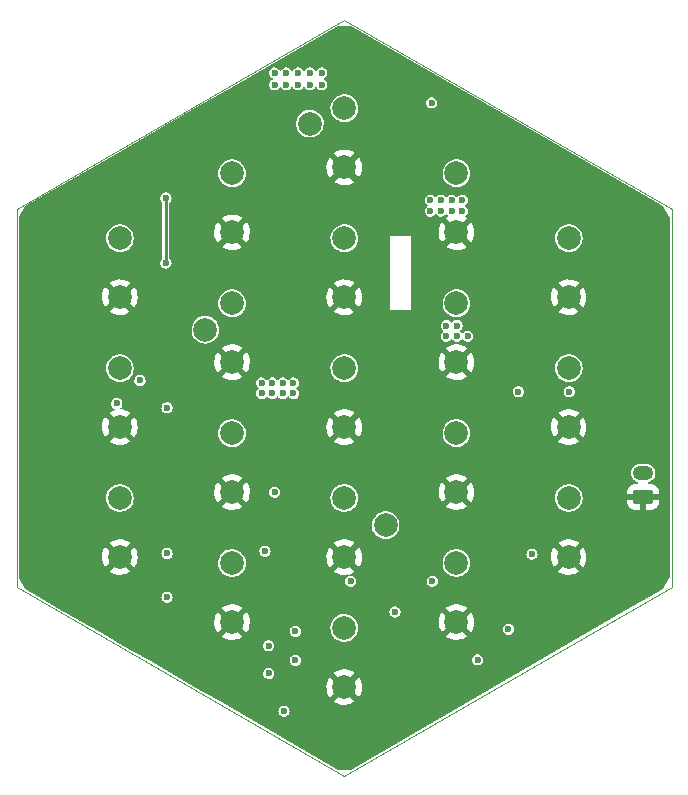
<source format=gbr>
%TF.GenerationSoftware,KiCad,Pcbnew,(6.0.4-0)*%
%TF.CreationDate,2022-05-17T22:44:27+02:00*%
%TF.ProjectId,speaker,73706561-6b65-4722-9e6b-696361645f70,rev?*%
%TF.SameCoordinates,Original*%
%TF.FileFunction,Copper,L3,Inr*%
%TF.FilePolarity,Positive*%
%FSLAX46Y46*%
G04 Gerber Fmt 4.6, Leading zero omitted, Abs format (unit mm)*
G04 Created by KiCad (PCBNEW (6.0.4-0)) date 2022-05-17 22:44:27*
%MOMM*%
%LPD*%
G01*
G04 APERTURE LIST*
G04 Aperture macros list*
%AMRoundRect*
0 Rectangle with rounded corners*
0 $1 Rounding radius*
0 $2 $3 $4 $5 $6 $7 $8 $9 X,Y pos of 4 corners*
0 Add a 4 corners polygon primitive as box body*
4,1,4,$2,$3,$4,$5,$6,$7,$8,$9,$2,$3,0*
0 Add four circle primitives for the rounded corners*
1,1,$1+$1,$2,$3*
1,1,$1+$1,$4,$5*
1,1,$1+$1,$6,$7*
1,1,$1+$1,$8,$9*
0 Add four rect primitives between the rounded corners*
20,1,$1+$1,$2,$3,$4,$5,0*
20,1,$1+$1,$4,$5,$6,$7,0*
20,1,$1+$1,$6,$7,$8,$9,0*
20,1,$1+$1,$8,$9,$2,$3,0*%
G04 Aperture macros list end*
%TA.AperFunction,Profile*%
%ADD10C,0.088304*%
%TD*%
%TA.AperFunction,ComponentPad*%
%ADD11C,2.000000*%
%TD*%
%TA.AperFunction,ComponentPad*%
%ADD12RoundRect,0.250000X0.625000X-0.350000X0.625000X0.350000X-0.625000X0.350000X-0.625000X-0.350000X0*%
%TD*%
%TA.AperFunction,ComponentPad*%
%ADD13O,1.750000X1.200000*%
%TD*%
%TA.AperFunction,ViaPad*%
%ADD14C,0.600000*%
%TD*%
%TA.AperFunction,Conductor*%
%ADD15C,0.254000*%
%TD*%
G04 APERTURE END LIST*
D10*
X57987239Y-73149866D02*
X85700040Y-89150019D01*
X85700040Y-25149982D02*
X57987239Y-41149998D01*
X85700040Y-25149982D02*
X85700040Y-25149982D01*
X57987239Y-73149866D02*
X57987239Y-73149866D01*
X85700040Y-89150019D02*
X113412761Y-73149866D01*
X57987239Y-41149998D02*
X57987239Y-41149998D01*
X113412761Y-41149998D02*
X85700040Y-25149982D01*
X113412761Y-41149998D02*
X113412761Y-41149998D01*
X57987239Y-41149998D02*
X57987239Y-73149866D01*
X113412761Y-73149866D02*
X113412761Y-41149998D01*
X113412761Y-73149866D02*
X113412761Y-73149866D01*
D11*
%TO.N,/Trancducer Sig*%
%TO.C,M15*%
X95200000Y-60150000D03*
%TO.N,GND*%
X95200000Y-65150000D03*
%TD*%
%TO.N,/Trancducer Sig*%
%TO.C,M6*%
X95200000Y-71150000D03*
%TO.N,GND*%
X95200000Y-76150000D03*
%TD*%
%TO.N,/Trancducer Sig*%
%TO.C,M7*%
X85700000Y-76650000D03*
%TO.N,GND*%
X85700000Y-81650000D03*
%TD*%
%TO.N,/Trancducer Sig*%
%TO.C,M11*%
X66700000Y-43650000D03*
%TO.N,GND*%
X66700000Y-48650000D03*
%TD*%
%TO.N,/Trancducer Sig*%
%TO.C,M12*%
X76200000Y-38150000D03*
%TO.N,GND*%
X76200000Y-43150000D03*
%TD*%
%TO.N,/Trancducer Sig*%
%TO.C,M9*%
X66700000Y-65650000D03*
%TO.N,GND*%
X66700000Y-70650000D03*
%TD*%
%TO.N,/Trancducer Sig*%
%TO.C,M19*%
X85700000Y-54650000D03*
%TO.N,GND*%
X85700000Y-59650000D03*
%TD*%
%TO.N,/Trancducer Sig*%
%TO.C,M5*%
X104700000Y-65650000D03*
%TO.N,GND*%
X104700000Y-70650000D03*
%TD*%
%TO.N,/Trancducer Sig*%
%TO.C,M1*%
X85700000Y-32650000D03*
%TO.N,GND*%
X85700000Y-37650000D03*
%TD*%
%TO.N,/Trancducer Sig*%
%TO.C,M14*%
X95200000Y-49150000D03*
%TO.N,GND*%
X95200000Y-54150000D03*
%TD*%
%TO.N,/Trancducer Sig*%
%TO.C,M8*%
X76200000Y-71150000D03*
%TO.N,GND*%
X76200000Y-76150000D03*
%TD*%
%TO.N,/Trancducer Sig*%
%TO.C,M16*%
X85700000Y-65650000D03*
%TO.N,GND*%
X85700000Y-70650000D03*
%TD*%
%TO.N,/Trancducer Sig*%
%TO.C,M13*%
X85700000Y-43650000D03*
%TO.N,GND*%
X85700000Y-48650000D03*
%TD*%
%TO.N,/Trancducer Sig*%
%TO.C,M4*%
X104700000Y-54650000D03*
%TO.N,GND*%
X104700000Y-59650000D03*
%TD*%
%TO.N,/Trancducer Sig*%
%TO.C,M3*%
X104700000Y-43650000D03*
%TO.N,GND*%
X104700000Y-48650000D03*
%TD*%
%TO.N,/Trancducer Sig*%
%TO.C,M2*%
X95200000Y-38150000D03*
%TO.N,GND*%
X95200000Y-43150000D03*
%TD*%
%TO.N,/Trancducer Sig*%
%TO.C,M10*%
X66700000Y-54650000D03*
%TO.N,GND*%
X66700000Y-59650000D03*
%TD*%
%TO.N,/Trancducer Sig*%
%TO.C,M17*%
X76200000Y-60150000D03*
%TO.N,GND*%
X76200000Y-65150000D03*
%TD*%
%TO.N,/Trancducer Sig*%
%TO.C,M18*%
X76200000Y-49150000D03*
%TO.N,GND*%
X76200000Y-54150000D03*
%TD*%
%TO.N,+24V*%
%TO.C,TP1*%
X82800000Y-33950000D03*
%TD*%
%TO.N,/Trancducer Sig*%
%TO.C,TP2*%
X73950000Y-51400000D03*
%TD*%
%TO.N,/Audio Sig*%
%TO.C,TP3*%
X89200000Y-67950000D03*
%TD*%
D12*
%TO.N,GND*%
%TO.C,J7*%
X111000000Y-65550000D03*
D13*
%TO.N,+5V*%
X111000000Y-63550000D03*
%TD*%
D14*
%TO.N,+5V*%
X93000000Y-40450000D03*
X95250000Y-51950000D03*
X96150000Y-51950000D03*
X94350000Y-51950000D03*
X94800000Y-40450000D03*
X80600000Y-83700000D03*
X94800000Y-41350000D03*
X93900000Y-41350000D03*
X93900000Y-40450000D03*
X93100000Y-32200000D03*
X93000000Y-41350000D03*
X94350000Y-51050000D03*
X95700000Y-41350000D03*
X95700000Y-40450000D03*
X95250000Y-51050000D03*
X90000000Y-75300000D03*
X78987500Y-70162500D03*
%TO.N,GND*%
X85350000Y-39900000D03*
X83800000Y-51300000D03*
X90000000Y-71200000D03*
X73050000Y-36100002D03*
X73050002Y-34400000D03*
X86300000Y-40850000D03*
X86750000Y-63050000D03*
X75250000Y-68700000D03*
X98100000Y-44500000D03*
X73050000Y-33500000D03*
X74650000Y-55650000D03*
X85350000Y-40850000D03*
X72500000Y-66150000D03*
X79000000Y-75250000D03*
X92150000Y-56300000D03*
X86300000Y-39900000D03*
X77100000Y-50850000D03*
X73049998Y-35200001D03*
%TO.N,+24V*%
X83800000Y-29650000D03*
X81400000Y-55899998D03*
X80800000Y-30650000D03*
X78700002Y-55900000D03*
X80800000Y-29650000D03*
X79600000Y-56799998D03*
X82800000Y-30650000D03*
X82800000Y-29650000D03*
X79800000Y-30650000D03*
X79800000Y-29650000D03*
X79800000Y-65150000D03*
X79600002Y-55899997D03*
X81800000Y-30650000D03*
X80500001Y-56800000D03*
X81800000Y-29650000D03*
X83800000Y-30650000D03*
X80500001Y-55900000D03*
X81400002Y-56799998D03*
X78700000Y-56800000D03*
%TO.N,Net-(JP2-Pad2)*%
X86250000Y-72700000D03*
X93150000Y-72700000D03*
%TO.N,/SCL*%
X70600000Y-40250000D03*
X81550000Y-76950000D03*
X81550000Y-79400000D03*
X70600000Y-45750000D03*
X99600000Y-76750000D03*
X101600000Y-70400000D03*
X97000000Y-79350000D03*
%TO.N,/SDA*%
X68400000Y-55700000D03*
X104750000Y-56650000D03*
X70700000Y-70350000D03*
X66450000Y-57650000D03*
X79300000Y-80500000D03*
X79300000Y-78150000D03*
X70700000Y-58000000D03*
X70700000Y-74050000D03*
X100450000Y-56650000D03*
%TD*%
D15*
%TO.N,/SCL*%
X70600000Y-40250000D02*
X70600000Y-45750000D01*
%TD*%
%TA.AperFunction,Conductor*%
%TO.N,GND*%
G36*
X85700040Y-25649984D02*
G01*
X86202559Y-25649984D01*
X86244559Y-25661238D01*
X102634045Y-35123753D01*
X112682306Y-40925144D01*
X112697745Y-40934058D01*
X112728491Y-40964804D01*
X113231007Y-41835190D01*
X113242261Y-41877189D01*
X113242261Y-72422675D01*
X113231007Y-72464675D01*
X112728492Y-73335062D01*
X112697746Y-73365808D01*
X108976081Y-75514540D01*
X86244558Y-88638760D01*
X86202558Y-88650014D01*
X85700040Y-88650015D01*
X85197521Y-88650015D01*
X85155522Y-88638761D01*
X76591365Y-83694193D01*
X80124697Y-83694193D01*
X80142172Y-83827828D01*
X80196451Y-83951187D01*
X80283172Y-84054353D01*
X80288154Y-84057669D01*
X80390381Y-84125718D01*
X80390384Y-84125720D01*
X80395362Y-84129033D01*
X80401074Y-84130818D01*
X80401075Y-84130818D01*
X80518291Y-84167439D01*
X80518293Y-84167439D01*
X80524002Y-84169223D01*
X80529980Y-84169333D01*
X80529983Y-84169333D01*
X80598192Y-84170583D01*
X80658752Y-84171693D01*
X80674356Y-84167439D01*
X80783007Y-84137818D01*
X80783009Y-84137817D01*
X80788779Y-84136244D01*
X80903631Y-84065725D01*
X80994073Y-83965806D01*
X80998938Y-83955766D01*
X81050225Y-83849907D01*
X81052836Y-83844518D01*
X81075196Y-83711614D01*
X81075338Y-83700000D01*
X81074878Y-83696787D01*
X81057080Y-83572508D01*
X81057080Y-83572507D01*
X81056232Y-83566588D01*
X81000450Y-83443902D01*
X80912475Y-83341803D01*
X80906627Y-83338012D01*
X80804404Y-83271754D01*
X80804403Y-83271754D01*
X80799382Y-83268499D01*
X80751468Y-83254170D01*
X80675991Y-83231597D01*
X80675989Y-83231597D01*
X80670259Y-83229883D01*
X80664279Y-83229846D01*
X80664276Y-83229846D01*
X80601215Y-83229461D01*
X80535489Y-83229060D01*
X80405905Y-83266095D01*
X80291924Y-83338012D01*
X80202709Y-83439029D01*
X80145432Y-83561025D01*
X80124697Y-83694193D01*
X76591365Y-83694193D01*
X75174432Y-82876118D01*
X84833275Y-82876118D01*
X84834624Y-82881150D01*
X84839660Y-82884676D01*
X85046676Y-83005647D01*
X85052867Y-83008613D01*
X85276857Y-83094147D01*
X85283456Y-83096064D01*
X85518412Y-83143867D01*
X85525224Y-83144679D01*
X85764841Y-83153466D01*
X85771692Y-83153155D01*
X86009520Y-83122688D01*
X86016236Y-83121260D01*
X86245882Y-83052363D01*
X86252294Y-83049850D01*
X86467600Y-82944373D01*
X86473507Y-82940852D01*
X86557048Y-82881262D01*
X86563888Y-82871309D01*
X86563476Y-82867029D01*
X85710473Y-82014026D01*
X85699530Y-82008923D01*
X85692836Y-82010717D01*
X84838378Y-82865175D01*
X84833275Y-82876118D01*
X75174432Y-82876118D01*
X72993022Y-81616668D01*
X84195506Y-81616668D01*
X84209309Y-81856041D01*
X84210264Y-81862832D01*
X84262977Y-82096740D01*
X84265030Y-82103292D01*
X84355233Y-82325434D01*
X84358335Y-82331576D01*
X84467068Y-82509011D01*
X84476518Y-82516528D01*
X84479515Y-82516449D01*
X84480918Y-82515529D01*
X85335974Y-81660473D01*
X85340639Y-81650470D01*
X86058923Y-81650470D01*
X86060717Y-81657164D01*
X86912200Y-82508647D01*
X86923143Y-82513750D01*
X86927340Y-82512625D01*
X86988149Y-82428001D01*
X86991684Y-82422118D01*
X87097919Y-82207167D01*
X87100447Y-82200780D01*
X87170146Y-81971376D01*
X87171600Y-81964652D01*
X87203052Y-81725740D01*
X87203398Y-81721297D01*
X87205087Y-81652227D01*
X87204959Y-81647783D01*
X87185212Y-81407597D01*
X87184091Y-81400833D01*
X87125682Y-81168293D01*
X87123465Y-81161779D01*
X87027862Y-80941909D01*
X87024612Y-80935847D01*
X86931741Y-80792291D01*
X86922112Y-80785008D01*
X86918567Y-80785187D01*
X86917951Y-80785602D01*
X86064026Y-81639527D01*
X86058923Y-81650470D01*
X85340639Y-81650470D01*
X85341077Y-81649530D01*
X85339283Y-81642836D01*
X84487613Y-80791166D01*
X84476670Y-80786063D01*
X84472762Y-80787111D01*
X84393232Y-80903698D01*
X84389837Y-80909674D01*
X84288887Y-81127152D01*
X84286514Y-81133601D01*
X84222441Y-81364639D01*
X84221152Y-81371400D01*
X84195675Y-81609794D01*
X84195506Y-81616668D01*
X72993022Y-81616668D01*
X71048858Y-80494193D01*
X78824697Y-80494193D01*
X78842172Y-80627828D01*
X78896451Y-80751187D01*
X78900300Y-80755766D01*
X78926649Y-80787111D01*
X78983172Y-80854353D01*
X78988154Y-80857669D01*
X79090381Y-80925718D01*
X79090384Y-80925720D01*
X79095362Y-80929033D01*
X79101074Y-80930818D01*
X79101075Y-80930818D01*
X79218291Y-80967439D01*
X79218293Y-80967439D01*
X79224002Y-80969223D01*
X79229980Y-80969333D01*
X79229983Y-80969333D01*
X79298192Y-80970583D01*
X79358752Y-80971693D01*
X79374356Y-80967439D01*
X79483007Y-80937818D01*
X79483009Y-80937817D01*
X79488779Y-80936244D01*
X79603631Y-80865725D01*
X79694073Y-80765806D01*
X79698938Y-80755766D01*
X79750225Y-80649907D01*
X79752836Y-80644518D01*
X79775196Y-80511614D01*
X79775338Y-80500000D01*
X79774878Y-80496787D01*
X79765055Y-80428198D01*
X84835781Y-80428198D01*
X84836336Y-80432783D01*
X85689527Y-81285974D01*
X85700470Y-81291077D01*
X85707164Y-81289283D01*
X86559994Y-80436453D01*
X86565097Y-80425510D01*
X86563815Y-80420726D01*
X86535633Y-80398469D01*
X86529918Y-80394672D01*
X86320010Y-80278797D01*
X86313743Y-80275980D01*
X86087733Y-80195945D01*
X86081085Y-80194189D01*
X85845042Y-80152144D01*
X85838200Y-80151497D01*
X85598452Y-80148567D01*
X85591597Y-80149047D01*
X85354595Y-80185313D01*
X85347911Y-80186906D01*
X85120007Y-80261396D01*
X85113681Y-80264055D01*
X84901006Y-80374767D01*
X84895188Y-80378431D01*
X84842374Y-80418084D01*
X84835781Y-80428198D01*
X79765055Y-80428198D01*
X79757080Y-80372508D01*
X79757080Y-80372507D01*
X79756232Y-80366588D01*
X79700450Y-80243902D01*
X79649966Y-80185313D01*
X79616382Y-80146337D01*
X79616381Y-80146336D01*
X79612475Y-80141803D01*
X79606627Y-80138012D01*
X79504404Y-80071754D01*
X79504403Y-80071754D01*
X79499382Y-80068499D01*
X79451468Y-80054170D01*
X79375991Y-80031597D01*
X79375989Y-80031597D01*
X79370259Y-80029883D01*
X79364279Y-80029846D01*
X79364276Y-80029846D01*
X79301215Y-80029461D01*
X79235489Y-80029060D01*
X79105905Y-80066095D01*
X78991924Y-80138012D01*
X78902709Y-80239029D01*
X78900168Y-80244441D01*
X78885361Y-80275980D01*
X78845432Y-80361025D01*
X78844512Y-80366936D01*
X78844511Y-80366938D01*
X78836136Y-80420726D01*
X78824697Y-80494193D01*
X71048858Y-80494193D01*
X69143621Y-79394193D01*
X81074697Y-79394193D01*
X81092172Y-79527828D01*
X81146451Y-79651187D01*
X81150300Y-79655766D01*
X81196973Y-79711289D01*
X81233172Y-79754353D01*
X81238154Y-79757669D01*
X81340381Y-79825718D01*
X81340384Y-79825720D01*
X81345362Y-79829033D01*
X81351074Y-79830818D01*
X81351075Y-79830818D01*
X81468291Y-79867439D01*
X81468293Y-79867439D01*
X81474002Y-79869223D01*
X81479980Y-79869333D01*
X81479983Y-79869333D01*
X81548192Y-79870583D01*
X81608752Y-79871693D01*
X81624356Y-79867439D01*
X81733007Y-79837818D01*
X81733009Y-79837817D01*
X81738779Y-79836244D01*
X81853631Y-79765725D01*
X81944073Y-79665806D01*
X81948938Y-79655766D01*
X82000225Y-79549907D01*
X82002836Y-79544518D01*
X82025196Y-79411614D01*
X82025338Y-79400000D01*
X82024878Y-79396787D01*
X82017346Y-79344193D01*
X96524697Y-79344193D01*
X96542172Y-79477828D01*
X96596451Y-79601187D01*
X96600300Y-79605766D01*
X96654498Y-79670241D01*
X96683172Y-79704353D01*
X96688154Y-79707669D01*
X96790381Y-79775718D01*
X96790384Y-79775720D01*
X96795362Y-79779033D01*
X96801074Y-79780818D01*
X96801075Y-79780818D01*
X96918291Y-79817439D01*
X96918293Y-79817439D01*
X96924002Y-79819223D01*
X96929980Y-79819333D01*
X96929983Y-79819333D01*
X96998192Y-79820583D01*
X97058752Y-79821693D01*
X97074356Y-79817439D01*
X97183007Y-79787818D01*
X97183009Y-79787817D01*
X97188779Y-79786244D01*
X97303631Y-79715725D01*
X97394073Y-79615806D01*
X97398938Y-79605766D01*
X97450225Y-79499907D01*
X97452836Y-79494518D01*
X97475196Y-79361614D01*
X97475338Y-79350000D01*
X97474878Y-79346787D01*
X97457080Y-79222508D01*
X97457080Y-79222507D01*
X97456232Y-79216588D01*
X97400450Y-79093902D01*
X97312475Y-78991803D01*
X97306627Y-78988012D01*
X97204404Y-78921754D01*
X97204403Y-78921754D01*
X97199382Y-78918499D01*
X97151468Y-78904170D01*
X97075991Y-78881597D01*
X97075989Y-78881597D01*
X97070259Y-78879883D01*
X97064279Y-78879846D01*
X97064276Y-78879846D01*
X97001215Y-78879461D01*
X96935489Y-78879060D01*
X96805905Y-78916095D01*
X96691924Y-78988012D01*
X96687963Y-78992496D01*
X96687964Y-78992496D01*
X96644418Y-79041803D01*
X96602709Y-79089029D01*
X96545432Y-79211025D01*
X96544512Y-79216936D01*
X96544511Y-79216938D01*
X96536726Y-79266938D01*
X96524697Y-79344193D01*
X82017346Y-79344193D01*
X82007080Y-79272508D01*
X82007080Y-79272507D01*
X82006232Y-79266588D01*
X81950450Y-79143902D01*
X81862475Y-79041803D01*
X81856627Y-79038012D01*
X81754404Y-78971754D01*
X81754403Y-78971754D01*
X81749382Y-78968499D01*
X81701468Y-78954170D01*
X81625991Y-78931597D01*
X81625989Y-78931597D01*
X81620259Y-78929883D01*
X81614279Y-78929846D01*
X81614276Y-78929846D01*
X81551215Y-78929461D01*
X81485489Y-78929060D01*
X81355905Y-78966095D01*
X81241924Y-79038012D01*
X81152709Y-79139029D01*
X81150168Y-79144441D01*
X81113516Y-79222508D01*
X81095432Y-79261025D01*
X81074697Y-79394193D01*
X69143621Y-79394193D01*
X66978579Y-78144193D01*
X78824697Y-78144193D01*
X78842172Y-78277828D01*
X78896451Y-78401187D01*
X78983172Y-78504353D01*
X78988154Y-78507669D01*
X79090381Y-78575718D01*
X79090384Y-78575720D01*
X79095362Y-78579033D01*
X79101074Y-78580818D01*
X79101075Y-78580818D01*
X79218291Y-78617439D01*
X79218293Y-78617439D01*
X79224002Y-78619223D01*
X79229980Y-78619333D01*
X79229983Y-78619333D01*
X79298192Y-78620583D01*
X79358752Y-78621693D01*
X79374356Y-78617439D01*
X79483007Y-78587818D01*
X79483009Y-78587817D01*
X79488779Y-78586244D01*
X79603631Y-78515725D01*
X79694073Y-78415806D01*
X79698938Y-78405766D01*
X79750225Y-78299907D01*
X79752836Y-78294518D01*
X79775196Y-78161614D01*
X79775338Y-78150000D01*
X79774878Y-78146787D01*
X79757080Y-78022508D01*
X79757080Y-78022507D01*
X79756232Y-78016588D01*
X79700450Y-77893902D01*
X79612475Y-77791803D01*
X79606627Y-77788012D01*
X79504404Y-77721754D01*
X79504403Y-77721754D01*
X79499382Y-77718499D01*
X79385965Y-77684580D01*
X79375991Y-77681597D01*
X79375989Y-77681597D01*
X79370259Y-77679883D01*
X79364279Y-77679846D01*
X79364276Y-77679846D01*
X79301215Y-77679461D01*
X79235489Y-77679060D01*
X79229733Y-77680705D01*
X79221483Y-77683063D01*
X79105905Y-77716095D01*
X78991924Y-77788012D01*
X78902709Y-77889029D01*
X78845432Y-78011025D01*
X78824697Y-78144193D01*
X66978579Y-78144193D01*
X65648247Y-77376118D01*
X75333275Y-77376118D01*
X75334624Y-77381150D01*
X75339660Y-77384676D01*
X75546676Y-77505647D01*
X75552867Y-77508613D01*
X75776857Y-77594147D01*
X75783456Y-77596064D01*
X76018412Y-77643867D01*
X76025224Y-77644679D01*
X76264841Y-77653466D01*
X76271692Y-77653155D01*
X76509520Y-77622688D01*
X76516236Y-77621260D01*
X76745882Y-77552363D01*
X76752294Y-77549850D01*
X76967600Y-77444373D01*
X76973507Y-77440852D01*
X77057048Y-77381262D01*
X77063888Y-77371309D01*
X77063476Y-77367029D01*
X76210473Y-76514026D01*
X76199530Y-76508923D01*
X76192836Y-76510717D01*
X75338378Y-77365175D01*
X75333275Y-77376118D01*
X65648247Y-77376118D01*
X63466837Y-76116668D01*
X74695506Y-76116668D01*
X74709309Y-76356041D01*
X74710264Y-76362832D01*
X74762977Y-76596740D01*
X74765030Y-76603292D01*
X74855233Y-76825434D01*
X74858335Y-76831576D01*
X74967068Y-77009011D01*
X74976518Y-77016528D01*
X74979515Y-77016449D01*
X74980918Y-77015529D01*
X75835974Y-76160473D01*
X75840639Y-76150470D01*
X76558923Y-76150470D01*
X76560717Y-76157164D01*
X77412200Y-77008647D01*
X77423143Y-77013750D01*
X77427340Y-77012625D01*
X77476514Y-76944193D01*
X81074697Y-76944193D01*
X81092172Y-77077828D01*
X81146451Y-77201187D01*
X81150300Y-77205766D01*
X81177192Y-77237757D01*
X81233172Y-77304353D01*
X81254958Y-77318855D01*
X81340381Y-77375718D01*
X81340384Y-77375720D01*
X81345362Y-77379033D01*
X81351074Y-77380818D01*
X81351075Y-77380818D01*
X81468291Y-77417439D01*
X81468293Y-77417439D01*
X81474002Y-77419223D01*
X81479980Y-77419333D01*
X81479983Y-77419333D01*
X81548192Y-77420583D01*
X81608752Y-77421693D01*
X81639039Y-77413436D01*
X81733007Y-77387818D01*
X81733009Y-77387817D01*
X81738779Y-77386244D01*
X81853631Y-77315725D01*
X81944073Y-77215806D01*
X81948938Y-77205766D01*
X82000225Y-77099907D01*
X82002836Y-77094518D01*
X82025196Y-76961614D01*
X82025338Y-76950000D01*
X82024878Y-76946787D01*
X82007080Y-76822508D01*
X82007080Y-76822507D01*
X82006232Y-76816588D01*
X81950450Y-76693902D01*
X81889417Y-76623070D01*
X81886107Y-76619229D01*
X84524888Y-76619229D01*
X84538958Y-76833891D01*
X84591911Y-77042395D01*
X84681974Y-77237757D01*
X84806131Y-77413436D01*
X84808890Y-77416124D01*
X84808892Y-77416126D01*
X84872670Y-77478256D01*
X84960224Y-77563547D01*
X85139093Y-77683063D01*
X85336746Y-77767981D01*
X85411164Y-77784820D01*
X85542808Y-77814608D01*
X85542809Y-77814608D01*
X85546565Y-77815458D01*
X85668982Y-77820268D01*
X85757673Y-77823753D01*
X85757676Y-77823753D01*
X85761522Y-77823904D01*
X85765328Y-77823352D01*
X85765331Y-77823352D01*
X85834641Y-77813302D01*
X85974419Y-77793035D01*
X85978058Y-77791800D01*
X85978061Y-77791799D01*
X86174475Y-77725125D01*
X86178125Y-77723886D01*
X86365819Y-77618773D01*
X86531215Y-77481215D01*
X86618623Y-77376118D01*
X94333275Y-77376118D01*
X94334624Y-77381150D01*
X94339660Y-77384676D01*
X94546676Y-77505647D01*
X94552867Y-77508613D01*
X94776857Y-77594147D01*
X94783456Y-77596064D01*
X95018412Y-77643867D01*
X95025224Y-77644679D01*
X95264841Y-77653466D01*
X95271692Y-77653155D01*
X95509520Y-77622688D01*
X95516236Y-77621260D01*
X95745882Y-77552363D01*
X95752294Y-77549850D01*
X95967600Y-77444373D01*
X95973507Y-77440852D01*
X96057048Y-77381262D01*
X96063888Y-77371309D01*
X96063476Y-77367029D01*
X95210473Y-76514026D01*
X95199530Y-76508923D01*
X95192836Y-76510717D01*
X94338378Y-77365175D01*
X94333275Y-77376118D01*
X86618623Y-77376118D01*
X86668773Y-77315819D01*
X86773886Y-77128125D01*
X86801800Y-77045893D01*
X86841799Y-76928061D01*
X86841800Y-76928058D01*
X86843035Y-76924419D01*
X86873904Y-76711522D01*
X86875515Y-76650000D01*
X86855831Y-76435779D01*
X86797438Y-76228733D01*
X86793771Y-76221297D01*
X86742174Y-76116668D01*
X93695506Y-76116668D01*
X93709309Y-76356041D01*
X93710264Y-76362832D01*
X93762977Y-76596740D01*
X93765030Y-76603292D01*
X93855233Y-76825434D01*
X93858335Y-76831576D01*
X93967068Y-77009011D01*
X93976518Y-77016528D01*
X93979515Y-77016449D01*
X93980918Y-77015529D01*
X94835974Y-76160473D01*
X94840639Y-76150470D01*
X95558923Y-76150470D01*
X95560717Y-76157164D01*
X96412200Y-77008647D01*
X96423143Y-77013750D01*
X96427340Y-77012625D01*
X96488149Y-76928001D01*
X96491684Y-76922118D01*
X96579620Y-76744193D01*
X99124697Y-76744193D01*
X99142172Y-76877828D01*
X99196451Y-77001187D01*
X99200300Y-77005766D01*
X99227952Y-77038661D01*
X99283172Y-77104353D01*
X99288154Y-77107669D01*
X99390381Y-77175718D01*
X99390384Y-77175720D01*
X99395362Y-77179033D01*
X99401074Y-77180818D01*
X99401075Y-77180818D01*
X99518291Y-77217439D01*
X99518293Y-77217439D01*
X99524002Y-77219223D01*
X99529980Y-77219333D01*
X99529983Y-77219333D01*
X99598192Y-77220583D01*
X99658752Y-77221693D01*
X99700094Y-77210422D01*
X99783007Y-77187818D01*
X99783009Y-77187817D01*
X99788779Y-77186244D01*
X99903631Y-77115725D01*
X99994073Y-77015806D01*
X99997366Y-77009011D01*
X100050225Y-76899907D01*
X100052836Y-76894518D01*
X100075196Y-76761614D01*
X100075338Y-76750000D01*
X100074878Y-76746787D01*
X100057080Y-76622508D01*
X100057080Y-76622507D01*
X100056232Y-76616588D01*
X100000450Y-76493902D01*
X99947172Y-76432070D01*
X99916382Y-76396337D01*
X99916381Y-76396336D01*
X99912475Y-76391803D01*
X99906627Y-76388012D01*
X99804404Y-76321754D01*
X99804403Y-76321754D01*
X99799382Y-76318499D01*
X99751468Y-76304170D01*
X99675991Y-76281597D01*
X99675989Y-76281597D01*
X99670259Y-76279883D01*
X99664279Y-76279846D01*
X99664276Y-76279846D01*
X99601215Y-76279461D01*
X99535489Y-76279060D01*
X99405905Y-76316095D01*
X99291924Y-76388012D01*
X99273021Y-76409416D01*
X99209273Y-76481597D01*
X99202709Y-76489029D01*
X99200168Y-76494441D01*
X99149063Y-76603292D01*
X99145432Y-76611025D01*
X99144512Y-76616936D01*
X99144511Y-76616938D01*
X99139746Y-76647543D01*
X99124697Y-76744193D01*
X96579620Y-76744193D01*
X96597919Y-76707167D01*
X96600447Y-76700780D01*
X96670146Y-76471376D01*
X96671600Y-76464652D01*
X96703052Y-76225740D01*
X96703398Y-76221297D01*
X96705087Y-76152227D01*
X96704959Y-76147783D01*
X96685212Y-75907597D01*
X96684091Y-75900833D01*
X96625682Y-75668293D01*
X96623465Y-75661779D01*
X96527862Y-75441909D01*
X96524612Y-75435847D01*
X96431741Y-75292291D01*
X96422112Y-75285008D01*
X96418567Y-75285187D01*
X96417951Y-75285602D01*
X95564026Y-76139527D01*
X95558923Y-76150470D01*
X94840639Y-76150470D01*
X94841077Y-76149530D01*
X94839283Y-76142836D01*
X93987613Y-75291166D01*
X93976670Y-75286063D01*
X93972762Y-75287111D01*
X93893232Y-75403698D01*
X93889837Y-75409674D01*
X93788887Y-75627152D01*
X93786514Y-75633601D01*
X93722441Y-75864639D01*
X93721152Y-75871400D01*
X93695675Y-76109794D01*
X93695506Y-76116668D01*
X86742174Y-76116668D01*
X86703998Y-76039255D01*
X86703994Y-76039249D01*
X86702291Y-76035795D01*
X86573578Y-75863427D01*
X86495310Y-75791077D01*
X86418432Y-75720011D01*
X86418429Y-75720009D01*
X86415608Y-75717401D01*
X86412361Y-75715352D01*
X86412358Y-75715350D01*
X86236924Y-75604659D01*
X86236922Y-75604658D01*
X86233673Y-75602608D01*
X86091061Y-75545712D01*
X86037439Y-75524319D01*
X86037436Y-75524318D01*
X86033864Y-75522893D01*
X85822875Y-75480925D01*
X85708557Y-75479428D01*
X85611618Y-75478159D01*
X85611614Y-75478159D01*
X85607770Y-75478109D01*
X85395754Y-75514540D01*
X85193928Y-75588997D01*
X85190620Y-75590965D01*
X85060644Y-75668293D01*
X85009050Y-75698988D01*
X84847312Y-75840829D01*
X84714130Y-76009769D01*
X84712340Y-76013172D01*
X84712337Y-76013176D01*
X84640598Y-76149530D01*
X84613966Y-76200150D01*
X84606020Y-76225740D01*
X84555467Y-76388549D01*
X84550173Y-76405597D01*
X84549721Y-76409416D01*
X84528961Y-76584820D01*
X84524888Y-76619229D01*
X81886107Y-76619229D01*
X81866382Y-76596337D01*
X81866381Y-76596336D01*
X81862475Y-76591803D01*
X81856627Y-76588012D01*
X81754404Y-76521754D01*
X81754403Y-76521754D01*
X81749382Y-76518499D01*
X81701468Y-76504170D01*
X81625991Y-76481597D01*
X81625989Y-76481597D01*
X81620259Y-76479883D01*
X81614279Y-76479846D01*
X81614276Y-76479846D01*
X81551215Y-76479461D01*
X81485489Y-76479060D01*
X81479733Y-76480705D01*
X81381000Y-76508923D01*
X81355905Y-76516095D01*
X81241924Y-76588012D01*
X81152709Y-76689029D01*
X81150168Y-76694441D01*
X81126810Y-76744193D01*
X81095432Y-76811025D01*
X81094512Y-76816936D01*
X81094511Y-76816938D01*
X81091289Y-76837631D01*
X81074697Y-76944193D01*
X77476514Y-76944193D01*
X77488149Y-76928001D01*
X77491684Y-76922118D01*
X77597919Y-76707167D01*
X77600447Y-76700780D01*
X77670146Y-76471376D01*
X77671600Y-76464652D01*
X77703052Y-76225740D01*
X77703398Y-76221297D01*
X77705087Y-76152227D01*
X77704959Y-76147783D01*
X77685212Y-75907597D01*
X77684091Y-75900833D01*
X77625682Y-75668293D01*
X77623465Y-75661779D01*
X77527862Y-75441909D01*
X77524612Y-75435847D01*
X77432971Y-75294193D01*
X89524697Y-75294193D01*
X89542172Y-75427828D01*
X89596451Y-75551187D01*
X89683172Y-75654353D01*
X89688154Y-75657669D01*
X89790381Y-75725718D01*
X89790384Y-75725720D01*
X89795362Y-75729033D01*
X89801074Y-75730818D01*
X89801075Y-75730818D01*
X89918291Y-75767439D01*
X89918293Y-75767439D01*
X89924002Y-75769223D01*
X89929980Y-75769333D01*
X89929983Y-75769333D01*
X89998192Y-75770583D01*
X90058752Y-75771693D01*
X90074356Y-75767439D01*
X90183007Y-75737818D01*
X90183009Y-75737817D01*
X90188779Y-75736244D01*
X90303631Y-75665725D01*
X90394073Y-75565806D01*
X90398938Y-75555766D01*
X90450225Y-75449907D01*
X90452836Y-75444518D01*
X90475196Y-75311614D01*
X90475338Y-75300000D01*
X90474878Y-75296787D01*
X90457080Y-75172508D01*
X90457080Y-75172507D01*
X90456232Y-75166588D01*
X90400450Y-75043902D01*
X90312475Y-74941803D01*
X90306627Y-74938012D01*
X90291486Y-74928198D01*
X94335781Y-74928198D01*
X94336336Y-74932783D01*
X95189527Y-75785974D01*
X95200470Y-75791077D01*
X95207164Y-75789283D01*
X96059994Y-74936453D01*
X96065097Y-74925510D01*
X96063815Y-74920726D01*
X96035633Y-74898469D01*
X96029918Y-74894672D01*
X95820010Y-74778797D01*
X95813743Y-74775980D01*
X95587733Y-74695945D01*
X95581085Y-74694189D01*
X95345042Y-74652144D01*
X95338200Y-74651497D01*
X95098452Y-74648567D01*
X95091597Y-74649047D01*
X94854595Y-74685313D01*
X94847911Y-74686906D01*
X94620007Y-74761396D01*
X94613681Y-74764055D01*
X94401006Y-74874767D01*
X94395188Y-74878431D01*
X94342374Y-74918084D01*
X94335781Y-74928198D01*
X90291486Y-74928198D01*
X90204404Y-74871754D01*
X90204403Y-74871754D01*
X90199382Y-74868499D01*
X90151468Y-74854170D01*
X90075991Y-74831597D01*
X90075989Y-74831597D01*
X90070259Y-74829883D01*
X90064279Y-74829846D01*
X90064276Y-74829846D01*
X90001215Y-74829461D01*
X89935489Y-74829060D01*
X89805905Y-74866095D01*
X89691924Y-74938012D01*
X89602709Y-75039029D01*
X89545432Y-75161025D01*
X89524697Y-75294193D01*
X77432971Y-75294193D01*
X77431741Y-75292291D01*
X77422112Y-75285008D01*
X77418567Y-75285187D01*
X77417951Y-75285602D01*
X76564026Y-76139527D01*
X76558923Y-76150470D01*
X75840639Y-76150470D01*
X75841077Y-76149530D01*
X75839283Y-76142836D01*
X74987613Y-75291166D01*
X74976670Y-75286063D01*
X74972762Y-75287111D01*
X74893232Y-75403698D01*
X74889837Y-75409674D01*
X74788887Y-75627152D01*
X74786514Y-75633601D01*
X74722441Y-75864639D01*
X74721152Y-75871400D01*
X74695675Y-76109794D01*
X74695506Y-76116668D01*
X63466837Y-76116668D01*
X61408367Y-74928198D01*
X75335781Y-74928198D01*
X75336336Y-74932783D01*
X76189527Y-75785974D01*
X76200470Y-75791077D01*
X76207164Y-75789283D01*
X77059994Y-74936453D01*
X77065097Y-74925510D01*
X77063815Y-74920726D01*
X77035633Y-74898469D01*
X77029918Y-74894672D01*
X76820010Y-74778797D01*
X76813743Y-74775980D01*
X76587733Y-74695945D01*
X76581085Y-74694189D01*
X76345042Y-74652144D01*
X76338200Y-74651497D01*
X76098452Y-74648567D01*
X76091597Y-74649047D01*
X75854595Y-74685313D01*
X75847911Y-74686906D01*
X75620007Y-74761396D01*
X75613681Y-74764055D01*
X75401006Y-74874767D01*
X75395188Y-74878431D01*
X75342374Y-74918084D01*
X75335781Y-74928198D01*
X61408367Y-74928198D01*
X59877241Y-74044193D01*
X70224697Y-74044193D01*
X70242172Y-74177828D01*
X70296451Y-74301187D01*
X70383172Y-74404353D01*
X70388154Y-74407669D01*
X70490381Y-74475718D01*
X70490384Y-74475720D01*
X70495362Y-74479033D01*
X70501074Y-74480818D01*
X70501075Y-74480818D01*
X70618291Y-74517439D01*
X70618293Y-74517439D01*
X70624002Y-74519223D01*
X70629980Y-74519333D01*
X70629983Y-74519333D01*
X70698192Y-74520583D01*
X70758752Y-74521693D01*
X70774356Y-74517439D01*
X70883007Y-74487818D01*
X70883009Y-74487817D01*
X70888779Y-74486244D01*
X71003631Y-74415725D01*
X71094073Y-74315806D01*
X71098938Y-74305766D01*
X71150225Y-74199907D01*
X71152836Y-74194518D01*
X71175196Y-74061614D01*
X71175338Y-74050000D01*
X71174878Y-74046787D01*
X71157080Y-73922508D01*
X71157080Y-73922507D01*
X71156232Y-73916588D01*
X71100450Y-73793902D01*
X71012475Y-73691803D01*
X71006627Y-73688012D01*
X70904404Y-73621754D01*
X70904403Y-73621754D01*
X70899382Y-73618499D01*
X70851468Y-73604170D01*
X70775991Y-73581597D01*
X70775989Y-73581597D01*
X70770259Y-73579883D01*
X70764279Y-73579846D01*
X70764276Y-73579846D01*
X70701215Y-73579461D01*
X70635489Y-73579060D01*
X70505905Y-73616095D01*
X70391924Y-73688012D01*
X70302709Y-73789029D01*
X70245432Y-73911025D01*
X70224697Y-74044193D01*
X59877241Y-74044193D01*
X58702254Y-73365807D01*
X58671508Y-73335061D01*
X58168993Y-72464675D01*
X58157739Y-72422675D01*
X58157739Y-71876118D01*
X65833275Y-71876118D01*
X65834624Y-71881150D01*
X65839660Y-71884676D01*
X66046676Y-72005647D01*
X66052867Y-72008613D01*
X66276857Y-72094147D01*
X66283456Y-72096064D01*
X66518412Y-72143867D01*
X66525224Y-72144679D01*
X66764841Y-72153466D01*
X66771692Y-72153155D01*
X67009520Y-72122688D01*
X67016236Y-72121260D01*
X67245882Y-72052363D01*
X67252294Y-72049850D01*
X67467600Y-71944373D01*
X67473507Y-71940852D01*
X67557048Y-71881262D01*
X67563888Y-71871309D01*
X67563476Y-71867029D01*
X66710473Y-71014026D01*
X66699530Y-71008923D01*
X66692836Y-71010717D01*
X65838378Y-71865175D01*
X65833275Y-71876118D01*
X58157739Y-71876118D01*
X58157739Y-70616668D01*
X65195506Y-70616668D01*
X65209309Y-70856041D01*
X65210264Y-70862832D01*
X65262977Y-71096740D01*
X65265030Y-71103292D01*
X65355233Y-71325434D01*
X65358335Y-71331576D01*
X65467068Y-71509011D01*
X65476518Y-71516528D01*
X65479515Y-71516449D01*
X65480918Y-71515529D01*
X66335974Y-70660473D01*
X66340639Y-70650470D01*
X67058923Y-70650470D01*
X67060717Y-70657164D01*
X67912200Y-71508647D01*
X67923143Y-71513750D01*
X67927340Y-71512625D01*
X67988149Y-71428001D01*
X67991684Y-71422118D01*
X68097919Y-71207167D01*
X68100447Y-71200780D01*
X68125224Y-71119229D01*
X75024888Y-71119229D01*
X75038958Y-71333891D01*
X75091911Y-71542395D01*
X75181974Y-71737757D01*
X75306131Y-71913436D01*
X75308890Y-71916124D01*
X75308892Y-71916126D01*
X75372670Y-71978256D01*
X75460224Y-72063547D01*
X75639093Y-72183063D01*
X75752060Y-72231597D01*
X75828530Y-72264451D01*
X75836746Y-72267981D01*
X75942007Y-72291799D01*
X76042808Y-72314608D01*
X76042809Y-72314608D01*
X76046565Y-72315458D01*
X76168982Y-72320268D01*
X76257673Y-72323753D01*
X76257676Y-72323753D01*
X76261522Y-72323904D01*
X76265328Y-72323352D01*
X76265331Y-72323352D01*
X76334641Y-72313302D01*
X76474419Y-72293035D01*
X76478058Y-72291800D01*
X76478061Y-72291799D01*
X76674475Y-72225125D01*
X76678125Y-72223886D01*
X76865819Y-72118773D01*
X77031215Y-71981215D01*
X77118623Y-71876118D01*
X84833275Y-71876118D01*
X84834624Y-71881150D01*
X84839660Y-71884676D01*
X85046676Y-72005647D01*
X85052867Y-72008613D01*
X85276857Y-72094147D01*
X85283456Y-72096064D01*
X85518412Y-72143867D01*
X85525224Y-72144679D01*
X85764841Y-72153466D01*
X85771692Y-72153155D01*
X85976304Y-72126943D01*
X86032358Y-72139575D01*
X86067178Y-72185282D01*
X86064471Y-72242678D01*
X86031802Y-72281303D01*
X85941924Y-72338012D01*
X85852709Y-72439029D01*
X85795432Y-72561025D01*
X85774697Y-72694193D01*
X85792172Y-72827828D01*
X85846451Y-72951187D01*
X85933172Y-73054353D01*
X85938154Y-73057669D01*
X86040381Y-73125718D01*
X86040384Y-73125720D01*
X86045362Y-73129033D01*
X86051074Y-73130818D01*
X86051075Y-73130818D01*
X86168291Y-73167439D01*
X86168293Y-73167439D01*
X86174002Y-73169223D01*
X86179980Y-73169333D01*
X86179983Y-73169333D01*
X86248192Y-73170583D01*
X86308752Y-73171693D01*
X86351668Y-73159993D01*
X86433007Y-73137818D01*
X86433009Y-73137817D01*
X86438779Y-73136244D01*
X86553631Y-73065725D01*
X86644073Y-72965806D01*
X86648938Y-72955766D01*
X86700225Y-72849907D01*
X86702836Y-72844518D01*
X86725196Y-72711614D01*
X86725338Y-72700000D01*
X86724878Y-72696787D01*
X86724507Y-72694193D01*
X92674697Y-72694193D01*
X92692172Y-72827828D01*
X92746451Y-72951187D01*
X92833172Y-73054353D01*
X92838154Y-73057669D01*
X92940381Y-73125718D01*
X92940384Y-73125720D01*
X92945362Y-73129033D01*
X92951074Y-73130818D01*
X92951075Y-73130818D01*
X93068291Y-73167439D01*
X93068293Y-73167439D01*
X93074002Y-73169223D01*
X93079980Y-73169333D01*
X93079983Y-73169333D01*
X93148192Y-73170583D01*
X93208752Y-73171693D01*
X93251668Y-73159993D01*
X93333007Y-73137818D01*
X93333009Y-73137817D01*
X93338779Y-73136244D01*
X93453631Y-73065725D01*
X93544073Y-72965806D01*
X93548938Y-72955766D01*
X93600225Y-72849907D01*
X93602836Y-72844518D01*
X93625196Y-72711614D01*
X93625338Y-72700000D01*
X93624878Y-72696787D01*
X93607080Y-72572508D01*
X93607080Y-72572507D01*
X93606232Y-72566588D01*
X93550450Y-72443902D01*
X93462475Y-72341803D01*
X93456627Y-72338012D01*
X93354404Y-72271754D01*
X93354403Y-72271754D01*
X93349382Y-72268499D01*
X93263043Y-72242678D01*
X93225991Y-72231597D01*
X93225989Y-72231597D01*
X93220259Y-72229883D01*
X93214279Y-72229846D01*
X93214276Y-72229846D01*
X93151215Y-72229461D01*
X93085489Y-72229060D01*
X92955905Y-72266095D01*
X92841924Y-72338012D01*
X92752709Y-72439029D01*
X92695432Y-72561025D01*
X92674697Y-72694193D01*
X86724507Y-72694193D01*
X86707080Y-72572508D01*
X86707080Y-72572507D01*
X86706232Y-72566588D01*
X86650450Y-72443902D01*
X86562475Y-72341803D01*
X86556627Y-72338012D01*
X86454404Y-72271754D01*
X86454403Y-72271754D01*
X86449382Y-72268499D01*
X86363043Y-72242678D01*
X86325991Y-72231597D01*
X86325989Y-72231597D01*
X86320259Y-72229883D01*
X86314279Y-72229846D01*
X86314276Y-72229846D01*
X86266844Y-72229557D01*
X86227838Y-72229319D01*
X86173966Y-72209338D01*
X86145541Y-72159402D01*
X86155864Y-72102878D01*
X86204213Y-72064864D01*
X86245885Y-72052362D01*
X86252294Y-72049850D01*
X86467600Y-71944373D01*
X86473507Y-71940852D01*
X86557048Y-71881262D01*
X86563888Y-71871309D01*
X86563476Y-71867029D01*
X85710473Y-71014026D01*
X85699530Y-71008923D01*
X85692836Y-71010717D01*
X84838378Y-71865175D01*
X84833275Y-71876118D01*
X77118623Y-71876118D01*
X77168773Y-71815819D01*
X77273886Y-71628125D01*
X77301800Y-71545893D01*
X77341799Y-71428061D01*
X77341800Y-71428058D01*
X77343035Y-71424419D01*
X77373904Y-71211522D01*
X77375515Y-71150000D01*
X77355831Y-70935779D01*
X77297438Y-70728733D01*
X77288836Y-70711289D01*
X77203998Y-70539255D01*
X77203994Y-70539249D01*
X77202291Y-70535795D01*
X77073578Y-70363427D01*
X76994500Y-70290328D01*
X76918432Y-70220011D01*
X76918429Y-70220009D01*
X76915608Y-70217401D01*
X76912361Y-70215352D01*
X76912358Y-70215350D01*
X76819393Y-70156693D01*
X78512197Y-70156693D01*
X78529672Y-70290328D01*
X78583951Y-70413687D01*
X78587800Y-70418266D01*
X78646934Y-70488613D01*
X78670672Y-70516853D01*
X78699128Y-70535795D01*
X78777881Y-70588218D01*
X78777884Y-70588220D01*
X78782862Y-70591533D01*
X78788574Y-70593318D01*
X78788575Y-70593318D01*
X78905791Y-70629939D01*
X78905793Y-70629939D01*
X78911502Y-70631723D01*
X78917480Y-70631833D01*
X78917483Y-70631833D01*
X78985692Y-70633083D01*
X79046252Y-70634193D01*
X79110534Y-70616668D01*
X84195506Y-70616668D01*
X84209309Y-70856041D01*
X84210264Y-70862832D01*
X84262977Y-71096740D01*
X84265030Y-71103292D01*
X84355233Y-71325434D01*
X84358335Y-71331576D01*
X84467068Y-71509011D01*
X84476518Y-71516528D01*
X84479515Y-71516449D01*
X84480918Y-71515529D01*
X85335974Y-70660473D01*
X85340639Y-70650470D01*
X86058923Y-70650470D01*
X86060717Y-70657164D01*
X86912200Y-71508647D01*
X86923143Y-71513750D01*
X86927340Y-71512625D01*
X86988149Y-71428001D01*
X86991684Y-71422118D01*
X87097919Y-71207167D01*
X87100447Y-71200780D01*
X87125224Y-71119229D01*
X94024888Y-71119229D01*
X94038958Y-71333891D01*
X94091911Y-71542395D01*
X94181974Y-71737757D01*
X94306131Y-71913436D01*
X94308890Y-71916124D01*
X94308892Y-71916126D01*
X94372670Y-71978256D01*
X94460224Y-72063547D01*
X94639093Y-72183063D01*
X94752060Y-72231597D01*
X94828530Y-72264451D01*
X94836746Y-72267981D01*
X94942007Y-72291799D01*
X95042808Y-72314608D01*
X95042809Y-72314608D01*
X95046565Y-72315458D01*
X95168982Y-72320268D01*
X95257673Y-72323753D01*
X95257676Y-72323753D01*
X95261522Y-72323904D01*
X95265328Y-72323352D01*
X95265331Y-72323352D01*
X95334641Y-72313302D01*
X95474419Y-72293035D01*
X95478058Y-72291800D01*
X95478061Y-72291799D01*
X95674475Y-72225125D01*
X95678125Y-72223886D01*
X95865819Y-72118773D01*
X96031215Y-71981215D01*
X96118623Y-71876118D01*
X103833275Y-71876118D01*
X103834624Y-71881150D01*
X103839660Y-71884676D01*
X104046676Y-72005647D01*
X104052867Y-72008613D01*
X104276857Y-72094147D01*
X104283456Y-72096064D01*
X104518412Y-72143867D01*
X104525224Y-72144679D01*
X104764841Y-72153466D01*
X104771692Y-72153155D01*
X105009520Y-72122688D01*
X105016236Y-72121260D01*
X105245882Y-72052363D01*
X105252294Y-72049850D01*
X105467600Y-71944373D01*
X105473507Y-71940852D01*
X105557048Y-71881262D01*
X105563888Y-71871309D01*
X105563476Y-71867029D01*
X104710473Y-71014026D01*
X104699530Y-71008923D01*
X104692836Y-71010717D01*
X103838378Y-71865175D01*
X103833275Y-71876118D01*
X96118623Y-71876118D01*
X96168773Y-71815819D01*
X96273886Y-71628125D01*
X96301800Y-71545893D01*
X96341799Y-71428061D01*
X96341800Y-71428058D01*
X96343035Y-71424419D01*
X96373904Y-71211522D01*
X96375515Y-71150000D01*
X96355831Y-70935779D01*
X96297438Y-70728733D01*
X96288836Y-70711289D01*
X96203998Y-70539255D01*
X96203994Y-70539249D01*
X96202291Y-70535795D01*
X96096552Y-70394193D01*
X101124697Y-70394193D01*
X101142172Y-70527828D01*
X101196451Y-70651187D01*
X101200300Y-70655766D01*
X101246973Y-70711289D01*
X101283172Y-70754353D01*
X101288154Y-70757669D01*
X101390381Y-70825718D01*
X101390384Y-70825720D01*
X101395362Y-70829033D01*
X101401074Y-70830818D01*
X101401075Y-70830818D01*
X101518291Y-70867439D01*
X101518293Y-70867439D01*
X101524002Y-70869223D01*
X101529980Y-70869333D01*
X101529983Y-70869333D01*
X101598192Y-70870583D01*
X101658752Y-70871693D01*
X101716164Y-70856041D01*
X101783007Y-70837818D01*
X101783009Y-70837817D01*
X101788779Y-70836244D01*
X101903631Y-70765725D01*
X101994073Y-70665806D01*
X101998938Y-70655766D01*
X102017880Y-70616668D01*
X103195506Y-70616668D01*
X103209309Y-70856041D01*
X103210264Y-70862832D01*
X103262977Y-71096740D01*
X103265030Y-71103292D01*
X103355233Y-71325434D01*
X103358335Y-71331576D01*
X103467068Y-71509011D01*
X103476518Y-71516528D01*
X103479515Y-71516449D01*
X103480918Y-71515529D01*
X104335974Y-70660473D01*
X104340639Y-70650470D01*
X105058923Y-70650470D01*
X105060717Y-70657164D01*
X105912200Y-71508647D01*
X105923143Y-71513750D01*
X105927340Y-71512625D01*
X105988149Y-71428001D01*
X105991684Y-71422118D01*
X106097919Y-71207167D01*
X106100447Y-71200780D01*
X106170146Y-70971376D01*
X106171600Y-70964652D01*
X106203052Y-70725740D01*
X106203398Y-70721297D01*
X106205087Y-70652227D01*
X106204959Y-70647783D01*
X106185212Y-70407597D01*
X106184091Y-70400833D01*
X106125682Y-70168293D01*
X106123465Y-70161779D01*
X106027862Y-69941909D01*
X106024612Y-69935847D01*
X105931741Y-69792291D01*
X105922112Y-69785008D01*
X105918567Y-69785187D01*
X105917951Y-69785602D01*
X105064026Y-70639527D01*
X105058923Y-70650470D01*
X104340639Y-70650470D01*
X104341077Y-70649530D01*
X104339283Y-70642836D01*
X103487613Y-69791166D01*
X103476670Y-69786063D01*
X103472762Y-69787111D01*
X103393232Y-69903698D01*
X103389837Y-69909674D01*
X103288887Y-70127152D01*
X103286514Y-70133601D01*
X103222441Y-70364639D01*
X103221152Y-70371400D01*
X103195675Y-70609794D01*
X103195506Y-70616668D01*
X102017880Y-70616668D01*
X102050225Y-70549907D01*
X102052836Y-70544518D01*
X102075196Y-70411614D01*
X102075338Y-70400000D01*
X102074878Y-70396787D01*
X102057080Y-70272508D01*
X102057080Y-70272507D01*
X102056232Y-70266588D01*
X102000450Y-70143902D01*
X101912475Y-70041803D01*
X101906627Y-70038012D01*
X101804404Y-69971754D01*
X101804403Y-69971754D01*
X101799382Y-69968499D01*
X101751468Y-69954170D01*
X101675991Y-69931597D01*
X101675989Y-69931597D01*
X101670259Y-69929883D01*
X101664279Y-69929846D01*
X101664276Y-69929846D01*
X101601215Y-69929461D01*
X101535489Y-69929060D01*
X101529733Y-69930705D01*
X101511742Y-69935847D01*
X101405905Y-69966095D01*
X101291924Y-70038012D01*
X101287963Y-70042496D01*
X101287964Y-70042496D01*
X101207503Y-70133601D01*
X101202709Y-70139029D01*
X101200168Y-70144441D01*
X101163516Y-70222508D01*
X101145432Y-70261025D01*
X101144512Y-70266936D01*
X101144511Y-70266938D01*
X101133403Y-70338279D01*
X101124697Y-70394193D01*
X96096552Y-70394193D01*
X96073578Y-70363427D01*
X95994500Y-70290328D01*
X95918432Y-70220011D01*
X95918429Y-70220009D01*
X95915608Y-70217401D01*
X95912361Y-70215352D01*
X95912358Y-70215350D01*
X95736924Y-70104659D01*
X95736922Y-70104658D01*
X95733673Y-70102608D01*
X95632841Y-70062380D01*
X95537439Y-70024319D01*
X95537436Y-70024318D01*
X95533864Y-70022893D01*
X95322875Y-69980925D01*
X95208557Y-69979428D01*
X95111618Y-69978159D01*
X95111614Y-69978159D01*
X95107770Y-69978109D01*
X94895754Y-70014540D01*
X94693928Y-70088997D01*
X94690620Y-70090965D01*
X94545486Y-70177311D01*
X94509050Y-70198988D01*
X94347312Y-70340829D01*
X94274854Y-70432741D01*
X94221905Y-70499907D01*
X94214130Y-70509769D01*
X94212340Y-70513172D01*
X94212337Y-70513176D01*
X94139179Y-70652227D01*
X94113966Y-70700150D01*
X94092633Y-70768855D01*
X94060735Y-70871583D01*
X94050173Y-70905597D01*
X94024888Y-71119229D01*
X87125224Y-71119229D01*
X87170146Y-70971376D01*
X87171600Y-70964652D01*
X87203052Y-70725740D01*
X87203398Y-70721297D01*
X87205087Y-70652227D01*
X87204959Y-70647783D01*
X87185212Y-70407597D01*
X87184091Y-70400833D01*
X87125682Y-70168293D01*
X87123465Y-70161779D01*
X87027862Y-69941909D01*
X87024612Y-69935847D01*
X86931741Y-69792291D01*
X86922112Y-69785008D01*
X86918567Y-69785187D01*
X86917951Y-69785602D01*
X86064026Y-70639527D01*
X86058923Y-70650470D01*
X85340639Y-70650470D01*
X85341077Y-70649530D01*
X85339283Y-70642836D01*
X84487613Y-69791166D01*
X84476670Y-69786063D01*
X84472762Y-69787111D01*
X84393232Y-69903698D01*
X84389837Y-69909674D01*
X84288887Y-70127152D01*
X84286514Y-70133601D01*
X84222441Y-70364639D01*
X84221152Y-70371400D01*
X84195675Y-70609794D01*
X84195506Y-70616668D01*
X79110534Y-70616668D01*
X79113696Y-70615806D01*
X79170507Y-70600318D01*
X79170509Y-70600317D01*
X79176279Y-70598744D01*
X79291131Y-70528225D01*
X79381573Y-70428306D01*
X79386438Y-70418266D01*
X79437725Y-70312407D01*
X79440336Y-70307018D01*
X79462696Y-70174114D01*
X79462838Y-70162500D01*
X79462378Y-70159287D01*
X79444580Y-70035008D01*
X79444580Y-70035007D01*
X79443732Y-70029088D01*
X79387950Y-69906402D01*
X79299975Y-69804303D01*
X79294127Y-69800512D01*
X79191904Y-69734254D01*
X79191903Y-69734254D01*
X79186882Y-69730999D01*
X79138968Y-69716670D01*
X79063491Y-69694097D01*
X79063489Y-69694097D01*
X79057759Y-69692383D01*
X79051779Y-69692346D01*
X79051776Y-69692346D01*
X78988715Y-69691961D01*
X78922989Y-69691560D01*
X78793405Y-69728595D01*
X78679424Y-69800512D01*
X78675463Y-69804996D01*
X78675464Y-69804996D01*
X78609359Y-69879846D01*
X78590209Y-69901529D01*
X78587668Y-69906941D01*
X78536526Y-70015871D01*
X78532932Y-70023525D01*
X78532012Y-70029436D01*
X78532011Y-70029438D01*
X78522945Y-70087665D01*
X78512197Y-70156693D01*
X76819393Y-70156693D01*
X76736924Y-70104659D01*
X76736922Y-70104658D01*
X76733673Y-70102608D01*
X76632841Y-70062380D01*
X76537439Y-70024319D01*
X76537436Y-70024318D01*
X76533864Y-70022893D01*
X76322875Y-69980925D01*
X76208557Y-69979428D01*
X76111618Y-69978159D01*
X76111614Y-69978159D01*
X76107770Y-69978109D01*
X75895754Y-70014540D01*
X75693928Y-70088997D01*
X75690620Y-70090965D01*
X75545486Y-70177311D01*
X75509050Y-70198988D01*
X75347312Y-70340829D01*
X75274854Y-70432741D01*
X75221905Y-70499907D01*
X75214130Y-70509769D01*
X75212340Y-70513172D01*
X75212337Y-70513176D01*
X75139179Y-70652227D01*
X75113966Y-70700150D01*
X75092633Y-70768855D01*
X75060735Y-70871583D01*
X75050173Y-70905597D01*
X75024888Y-71119229D01*
X68125224Y-71119229D01*
X68170146Y-70971376D01*
X68171600Y-70964652D01*
X68203052Y-70725740D01*
X68203398Y-70721297D01*
X68205087Y-70652227D01*
X68204959Y-70647783D01*
X68185212Y-70407597D01*
X68184091Y-70400833D01*
X68169864Y-70344193D01*
X70224697Y-70344193D01*
X70242172Y-70477828D01*
X70296451Y-70601187D01*
X70300300Y-70605766D01*
X70354498Y-70670241D01*
X70383172Y-70704353D01*
X70420999Y-70729533D01*
X70490381Y-70775718D01*
X70490384Y-70775720D01*
X70495362Y-70779033D01*
X70501074Y-70780818D01*
X70501075Y-70780818D01*
X70618291Y-70817439D01*
X70618293Y-70817439D01*
X70624002Y-70819223D01*
X70629980Y-70819333D01*
X70629983Y-70819333D01*
X70698192Y-70820583D01*
X70758752Y-70821693D01*
X70774356Y-70817439D01*
X70883007Y-70787818D01*
X70883009Y-70787817D01*
X70888779Y-70786244D01*
X71003631Y-70715725D01*
X71094073Y-70615806D01*
X71098938Y-70605766D01*
X71150225Y-70499907D01*
X71152836Y-70494518D01*
X71175196Y-70361614D01*
X71175338Y-70350000D01*
X71174878Y-70346787D01*
X71157080Y-70222508D01*
X71157080Y-70222507D01*
X71156232Y-70216588D01*
X71100450Y-70093902D01*
X71040493Y-70024319D01*
X71016382Y-69996337D01*
X71016381Y-69996336D01*
X71012475Y-69991803D01*
X71006627Y-69988012D01*
X70904404Y-69921754D01*
X70904403Y-69921754D01*
X70899382Y-69918499D01*
X70842638Y-69901529D01*
X70775991Y-69881597D01*
X70775989Y-69881597D01*
X70770259Y-69879883D01*
X70764279Y-69879846D01*
X70764276Y-69879846D01*
X70701215Y-69879461D01*
X70635489Y-69879060D01*
X70629733Y-69880705D01*
X70549282Y-69903698D01*
X70505905Y-69916095D01*
X70391924Y-69988012D01*
X70387963Y-69992496D01*
X70387964Y-69992496D01*
X70344418Y-70041803D01*
X70302709Y-70089029D01*
X70300168Y-70094441D01*
X70252010Y-70197015D01*
X70245432Y-70211025D01*
X70244512Y-70216936D01*
X70244511Y-70216938D01*
X70236726Y-70266938D01*
X70224697Y-70344193D01*
X68169864Y-70344193D01*
X68125682Y-70168293D01*
X68123465Y-70161779D01*
X68027862Y-69941909D01*
X68024612Y-69935847D01*
X67931741Y-69792291D01*
X67922112Y-69785008D01*
X67918567Y-69785187D01*
X67917951Y-69785602D01*
X67064026Y-70639527D01*
X67058923Y-70650470D01*
X66340639Y-70650470D01*
X66341077Y-70649530D01*
X66339283Y-70642836D01*
X65487613Y-69791166D01*
X65476670Y-69786063D01*
X65472762Y-69787111D01*
X65393232Y-69903698D01*
X65389837Y-69909674D01*
X65288887Y-70127152D01*
X65286514Y-70133601D01*
X65222441Y-70364639D01*
X65221152Y-70371400D01*
X65195675Y-70609794D01*
X65195506Y-70616668D01*
X58157739Y-70616668D01*
X58157739Y-69428198D01*
X65835781Y-69428198D01*
X65836336Y-69432783D01*
X66689527Y-70285974D01*
X66700470Y-70291077D01*
X66707164Y-70289283D01*
X67559994Y-69436453D01*
X67563844Y-69428198D01*
X84835781Y-69428198D01*
X84836336Y-69432783D01*
X85689527Y-70285974D01*
X85700470Y-70291077D01*
X85707164Y-70289283D01*
X86559994Y-69436453D01*
X86563844Y-69428198D01*
X103835781Y-69428198D01*
X103836336Y-69432783D01*
X104689527Y-70285974D01*
X104700470Y-70291077D01*
X104707164Y-70289283D01*
X105559994Y-69436453D01*
X105565097Y-69425510D01*
X105563815Y-69420726D01*
X105535633Y-69398469D01*
X105529918Y-69394672D01*
X105320010Y-69278797D01*
X105313743Y-69275980D01*
X105087733Y-69195945D01*
X105081085Y-69194189D01*
X104845042Y-69152144D01*
X104838200Y-69151497D01*
X104598452Y-69148567D01*
X104591597Y-69149047D01*
X104354595Y-69185313D01*
X104347911Y-69186906D01*
X104120007Y-69261396D01*
X104113681Y-69264055D01*
X103901006Y-69374767D01*
X103895188Y-69378431D01*
X103842374Y-69418084D01*
X103835781Y-69428198D01*
X86563844Y-69428198D01*
X86565097Y-69425510D01*
X86563815Y-69420726D01*
X86535633Y-69398469D01*
X86529918Y-69394672D01*
X86320010Y-69278797D01*
X86313743Y-69275980D01*
X86087733Y-69195945D01*
X86081085Y-69194189D01*
X85845042Y-69152144D01*
X85838200Y-69151497D01*
X85598452Y-69148567D01*
X85591597Y-69149047D01*
X85354595Y-69185313D01*
X85347911Y-69186906D01*
X85120007Y-69261396D01*
X85113681Y-69264055D01*
X84901006Y-69374767D01*
X84895188Y-69378431D01*
X84842374Y-69418084D01*
X84835781Y-69428198D01*
X67563844Y-69428198D01*
X67565097Y-69425510D01*
X67563815Y-69420726D01*
X67535633Y-69398469D01*
X67529918Y-69394672D01*
X67320010Y-69278797D01*
X67313743Y-69275980D01*
X67087733Y-69195945D01*
X67081085Y-69194189D01*
X66845042Y-69152144D01*
X66838200Y-69151497D01*
X66598452Y-69148567D01*
X66591597Y-69149047D01*
X66354595Y-69185313D01*
X66347911Y-69186906D01*
X66120007Y-69261396D01*
X66113681Y-69264055D01*
X65901006Y-69374767D01*
X65895188Y-69378431D01*
X65842374Y-69418084D01*
X65835781Y-69428198D01*
X58157739Y-69428198D01*
X58157739Y-67919229D01*
X88024888Y-67919229D01*
X88038958Y-68133891D01*
X88091911Y-68342395D01*
X88181974Y-68537757D01*
X88306131Y-68713436D01*
X88460224Y-68863547D01*
X88639093Y-68983063D01*
X88836746Y-69067981D01*
X88942007Y-69091799D01*
X89042808Y-69114608D01*
X89042809Y-69114608D01*
X89046565Y-69115458D01*
X89168982Y-69120268D01*
X89257673Y-69123753D01*
X89257676Y-69123753D01*
X89261522Y-69123904D01*
X89265328Y-69123352D01*
X89265331Y-69123352D01*
X89334641Y-69113302D01*
X89474419Y-69093035D01*
X89478058Y-69091800D01*
X89478061Y-69091799D01*
X89674475Y-69025125D01*
X89678125Y-69023886D01*
X89865819Y-68918773D01*
X90031215Y-68781215D01*
X90168773Y-68615819D01*
X90273886Y-68428125D01*
X90301800Y-68345893D01*
X90341799Y-68228061D01*
X90341800Y-68228058D01*
X90343035Y-68224419D01*
X90373904Y-68011522D01*
X90375515Y-67950000D01*
X90355831Y-67735779D01*
X90297438Y-67528733D01*
X90295735Y-67525279D01*
X90203998Y-67339255D01*
X90203994Y-67339249D01*
X90202291Y-67335795D01*
X90073578Y-67163427D01*
X90046380Y-67138285D01*
X89918432Y-67020011D01*
X89918429Y-67020009D01*
X89915608Y-67017401D01*
X89912361Y-67015352D01*
X89912358Y-67015350D01*
X89736924Y-66904659D01*
X89736922Y-66904658D01*
X89733673Y-66902608D01*
X89632841Y-66862380D01*
X89537439Y-66824319D01*
X89537436Y-66824318D01*
X89533864Y-66822893D01*
X89322875Y-66780925D01*
X89208557Y-66779428D01*
X89111618Y-66778159D01*
X89111614Y-66778159D01*
X89107770Y-66778109D01*
X88895754Y-66814540D01*
X88693928Y-66888997D01*
X88690620Y-66890965D01*
X88667603Y-66904659D01*
X88509050Y-66998988D01*
X88347312Y-67140829D01*
X88214130Y-67309769D01*
X88212340Y-67313172D01*
X88212337Y-67313176D01*
X88119843Y-67488981D01*
X88113966Y-67500150D01*
X88050173Y-67705597D01*
X88024888Y-67919229D01*
X58157739Y-67919229D01*
X58157739Y-65619229D01*
X65524888Y-65619229D01*
X65538958Y-65833891D01*
X65591911Y-66042395D01*
X65681974Y-66237757D01*
X65806131Y-66413436D01*
X65808890Y-66416124D01*
X65808892Y-66416126D01*
X65872670Y-66478256D01*
X65960224Y-66563547D01*
X66139093Y-66683063D01*
X66336746Y-66767981D01*
X66397274Y-66781677D01*
X66542808Y-66814608D01*
X66542809Y-66814608D01*
X66546565Y-66815458D01*
X66668982Y-66820268D01*
X66757673Y-66823753D01*
X66757676Y-66823753D01*
X66761522Y-66823904D01*
X66765328Y-66823352D01*
X66765331Y-66823352D01*
X66834641Y-66813302D01*
X66974419Y-66793035D01*
X66978058Y-66791800D01*
X66978061Y-66791799D01*
X67174475Y-66725125D01*
X67178125Y-66723886D01*
X67365819Y-66618773D01*
X67531215Y-66481215D01*
X67618623Y-66376118D01*
X75333275Y-66376118D01*
X75334624Y-66381150D01*
X75339660Y-66384676D01*
X75546676Y-66505647D01*
X75552867Y-66508613D01*
X75776857Y-66594147D01*
X75783456Y-66596064D01*
X76018412Y-66643867D01*
X76025224Y-66644679D01*
X76264841Y-66653466D01*
X76271692Y-66653155D01*
X76509520Y-66622688D01*
X76516236Y-66621260D01*
X76745882Y-66552363D01*
X76752294Y-66549850D01*
X76967600Y-66444373D01*
X76973507Y-66440852D01*
X77057048Y-66381262D01*
X77063888Y-66371309D01*
X77063476Y-66367029D01*
X76210473Y-65514026D01*
X76199530Y-65508923D01*
X76192836Y-65510717D01*
X75338378Y-66365175D01*
X75333275Y-66376118D01*
X67618623Y-66376118D01*
X67668773Y-66315819D01*
X67773886Y-66128125D01*
X67801800Y-66045893D01*
X67841799Y-65928061D01*
X67841800Y-65928058D01*
X67843035Y-65924419D01*
X67873904Y-65711522D01*
X67875515Y-65650000D01*
X67855831Y-65435779D01*
X67797438Y-65228733D01*
X67793771Y-65221297D01*
X67742174Y-65116668D01*
X74695506Y-65116668D01*
X74709309Y-65356041D01*
X74710264Y-65362832D01*
X74762977Y-65596740D01*
X74765030Y-65603292D01*
X74855233Y-65825434D01*
X74858335Y-65831576D01*
X74967068Y-66009011D01*
X74976518Y-66016528D01*
X74979515Y-66016449D01*
X74980918Y-66015529D01*
X75835974Y-65160473D01*
X75840639Y-65150470D01*
X76558923Y-65150470D01*
X76560717Y-65157164D01*
X77412200Y-66008647D01*
X77423143Y-66013750D01*
X77427340Y-66012625D01*
X77488149Y-65928001D01*
X77491684Y-65922118D01*
X77597919Y-65707167D01*
X77600447Y-65700780D01*
X77670146Y-65471376D01*
X77671600Y-65464652D01*
X77703052Y-65225740D01*
X77703398Y-65221297D01*
X77705087Y-65152227D01*
X77704959Y-65147783D01*
X77704664Y-65144193D01*
X79324697Y-65144193D01*
X79325473Y-65150127D01*
X79325473Y-65150128D01*
X79325762Y-65152335D01*
X79342172Y-65277828D01*
X79396451Y-65401187D01*
X79400300Y-65405766D01*
X79455452Y-65471376D01*
X79483172Y-65504353D01*
X79493592Y-65511289D01*
X79590381Y-65575718D01*
X79590384Y-65575720D01*
X79595362Y-65579033D01*
X79601074Y-65580818D01*
X79601075Y-65580818D01*
X79718291Y-65617439D01*
X79718293Y-65617439D01*
X79724002Y-65619223D01*
X79729980Y-65619333D01*
X79729983Y-65619333D01*
X79798192Y-65620583D01*
X79858752Y-65621693D01*
X79867790Y-65619229D01*
X84524888Y-65619229D01*
X84538958Y-65833891D01*
X84591911Y-66042395D01*
X84681974Y-66237757D01*
X84806131Y-66413436D01*
X84808890Y-66416124D01*
X84808892Y-66416126D01*
X84872670Y-66478256D01*
X84960224Y-66563547D01*
X85139093Y-66683063D01*
X85336746Y-66767981D01*
X85397274Y-66781677D01*
X85542808Y-66814608D01*
X85542809Y-66814608D01*
X85546565Y-66815458D01*
X85668982Y-66820268D01*
X85757673Y-66823753D01*
X85757676Y-66823753D01*
X85761522Y-66823904D01*
X85765328Y-66823352D01*
X85765331Y-66823352D01*
X85834641Y-66813302D01*
X85974419Y-66793035D01*
X85978058Y-66791800D01*
X85978061Y-66791799D01*
X86174475Y-66725125D01*
X86178125Y-66723886D01*
X86365819Y-66618773D01*
X86531215Y-66481215D01*
X86618623Y-66376118D01*
X94333275Y-66376118D01*
X94334624Y-66381150D01*
X94339660Y-66384676D01*
X94546676Y-66505647D01*
X94552867Y-66508613D01*
X94776857Y-66594147D01*
X94783456Y-66596064D01*
X95018412Y-66643867D01*
X95025224Y-66644679D01*
X95264841Y-66653466D01*
X95271692Y-66653155D01*
X95509520Y-66622688D01*
X95516236Y-66621260D01*
X95745882Y-66552363D01*
X95752294Y-66549850D01*
X95967600Y-66444373D01*
X95973507Y-66440852D01*
X96057048Y-66381262D01*
X96063888Y-66371309D01*
X96063476Y-66367029D01*
X95210473Y-65514026D01*
X95199530Y-65508923D01*
X95192836Y-65510717D01*
X94338378Y-66365175D01*
X94333275Y-66376118D01*
X86618623Y-66376118D01*
X86668773Y-66315819D01*
X86773886Y-66128125D01*
X86801800Y-66045893D01*
X86841799Y-65928061D01*
X86841800Y-65928058D01*
X86843035Y-65924419D01*
X86873904Y-65711522D01*
X86875515Y-65650000D01*
X86855831Y-65435779D01*
X86797438Y-65228733D01*
X86793771Y-65221297D01*
X86742174Y-65116668D01*
X93695506Y-65116668D01*
X93709309Y-65356041D01*
X93710264Y-65362832D01*
X93762977Y-65596740D01*
X93765030Y-65603292D01*
X93855233Y-65825434D01*
X93858335Y-65831576D01*
X93967068Y-66009011D01*
X93976518Y-66016528D01*
X93979515Y-66016449D01*
X93980918Y-66015529D01*
X94835974Y-65160473D01*
X94840639Y-65150470D01*
X95558923Y-65150470D01*
X95560717Y-65157164D01*
X96412200Y-66008647D01*
X96423143Y-66013750D01*
X96427340Y-66012625D01*
X96488149Y-65928001D01*
X96491684Y-65922118D01*
X96597919Y-65707167D01*
X96600447Y-65700780D01*
X96625224Y-65619229D01*
X103524888Y-65619229D01*
X103538958Y-65833891D01*
X103591911Y-66042395D01*
X103681974Y-66237757D01*
X103806131Y-66413436D01*
X103808890Y-66416124D01*
X103808892Y-66416126D01*
X103872670Y-66478256D01*
X103960224Y-66563547D01*
X104139093Y-66683063D01*
X104336746Y-66767981D01*
X104397274Y-66781677D01*
X104542808Y-66814608D01*
X104542809Y-66814608D01*
X104546565Y-66815458D01*
X104668982Y-66820268D01*
X104757673Y-66823753D01*
X104757676Y-66823753D01*
X104761522Y-66823904D01*
X104765328Y-66823352D01*
X104765331Y-66823352D01*
X104834641Y-66813302D01*
X104974419Y-66793035D01*
X104978058Y-66791800D01*
X104978061Y-66791799D01*
X105174475Y-66725125D01*
X105178125Y-66723886D01*
X105365819Y-66618773D01*
X105531215Y-66481215D01*
X105668773Y-66315819D01*
X105773886Y-66128125D01*
X105801800Y-66045893D01*
X105835144Y-65947665D01*
X109625001Y-65947665D01*
X109625224Y-65951987D01*
X109635377Y-66049848D01*
X109637305Y-66058775D01*
X109689655Y-66215685D01*
X109693767Y-66224464D01*
X109780664Y-66364889D01*
X109786677Y-66372475D01*
X109903547Y-66489141D01*
X109911156Y-66495150D01*
X110051724Y-66581798D01*
X110060509Y-66585894D01*
X110217521Y-66637973D01*
X110226436Y-66639884D01*
X110323034Y-66649782D01*
X110327311Y-66650000D01*
X110735190Y-66650000D01*
X110746534Y-66645871D01*
X110750000Y-66639868D01*
X110750000Y-66635189D01*
X111250000Y-66635189D01*
X111254129Y-66646533D01*
X111260132Y-66649999D01*
X111672665Y-66649999D01*
X111676987Y-66649776D01*
X111774848Y-66639623D01*
X111783775Y-66637695D01*
X111940685Y-66585345D01*
X111949464Y-66581233D01*
X112089889Y-66494336D01*
X112097475Y-66488323D01*
X112214141Y-66371453D01*
X112220150Y-66363844D01*
X112306798Y-66223276D01*
X112310894Y-66214491D01*
X112362973Y-66057479D01*
X112364884Y-66048564D01*
X112374782Y-65951966D01*
X112375000Y-65947689D01*
X112375000Y-65814810D01*
X112370871Y-65803466D01*
X112364868Y-65800000D01*
X111264810Y-65800000D01*
X111253466Y-65804129D01*
X111250000Y-65810132D01*
X111250000Y-66635189D01*
X110750000Y-66635189D01*
X110750000Y-65814810D01*
X110745871Y-65803466D01*
X110739868Y-65800000D01*
X109639811Y-65800000D01*
X109628467Y-65804129D01*
X109625001Y-65810132D01*
X109625001Y-65947665D01*
X105835144Y-65947665D01*
X105841799Y-65928061D01*
X105841800Y-65928058D01*
X105843035Y-65924419D01*
X105873904Y-65711522D01*
X105875515Y-65650000D01*
X105855831Y-65435779D01*
X105813361Y-65285190D01*
X109625000Y-65285190D01*
X109629129Y-65296534D01*
X109635132Y-65300000D01*
X112360189Y-65300000D01*
X112371533Y-65295871D01*
X112374999Y-65289868D01*
X112374999Y-65152335D01*
X112374776Y-65148013D01*
X112364623Y-65050152D01*
X112362695Y-65041225D01*
X112310345Y-64884315D01*
X112306233Y-64875536D01*
X112219336Y-64735111D01*
X112213323Y-64727525D01*
X112096453Y-64610859D01*
X112088844Y-64604850D01*
X111948276Y-64518202D01*
X111939491Y-64514106D01*
X111782479Y-64462027D01*
X111773564Y-64460116D01*
X111676966Y-64450218D01*
X111672689Y-64450000D01*
X111530214Y-64450000D01*
X111476220Y-64430348D01*
X111447490Y-64380586D01*
X111457468Y-64324000D01*
X111502588Y-64286672D01*
X111610028Y-64249258D01*
X111756622Y-64157656D01*
X111879279Y-64035853D01*
X111971902Y-63889902D01*
X112029889Y-63727058D01*
X112050356Y-63555413D01*
X112032287Y-63383500D01*
X111976580Y-63219861D01*
X111886004Y-63072631D01*
X111765060Y-62949127D01*
X111761116Y-62946585D01*
X111623707Y-62858031D01*
X111623705Y-62858030D01*
X111619759Y-62855487D01*
X111457323Y-62796366D01*
X111323814Y-62779500D01*
X110681539Y-62779500D01*
X110553217Y-62793894D01*
X110389972Y-62850742D01*
X110243378Y-62942344D01*
X110120721Y-63064147D01*
X110028098Y-63210098D01*
X109970111Y-63372942D01*
X109949644Y-63544587D01*
X109950135Y-63549257D01*
X109964603Y-63686906D01*
X109967713Y-63716500D01*
X110023420Y-63880139D01*
X110113996Y-64027369D01*
X110234940Y-64150873D01*
X110238882Y-64153414D01*
X110238884Y-64153415D01*
X110240334Y-64154349D01*
X110380241Y-64244513D01*
X110496074Y-64286672D01*
X110497159Y-64287067D01*
X110541176Y-64324001D01*
X110551154Y-64380587D01*
X110522424Y-64430348D01*
X110468430Y-64450001D01*
X110327335Y-64450001D01*
X110323013Y-64450224D01*
X110225152Y-64460377D01*
X110216225Y-64462305D01*
X110059315Y-64514655D01*
X110050536Y-64518767D01*
X109910111Y-64605664D01*
X109902525Y-64611677D01*
X109785859Y-64728547D01*
X109779850Y-64736156D01*
X109693202Y-64876724D01*
X109689106Y-64885509D01*
X109637027Y-65042521D01*
X109635116Y-65051436D01*
X109625218Y-65148034D01*
X109625000Y-65152311D01*
X109625000Y-65285190D01*
X105813361Y-65285190D01*
X105797438Y-65228733D01*
X105793771Y-65221297D01*
X105703998Y-65039255D01*
X105703994Y-65039249D01*
X105702291Y-65035795D01*
X105573578Y-64863427D01*
X105546380Y-64838285D01*
X105418432Y-64720011D01*
X105418429Y-64720009D01*
X105415608Y-64717401D01*
X105412361Y-64715352D01*
X105412358Y-64715350D01*
X105236924Y-64604659D01*
X105236922Y-64604658D01*
X105233673Y-64602608D01*
X105132841Y-64562380D01*
X105037439Y-64524319D01*
X105037436Y-64524318D01*
X105033864Y-64522893D01*
X104822875Y-64480925D01*
X104708557Y-64479428D01*
X104611618Y-64478159D01*
X104611614Y-64478159D01*
X104607770Y-64478109D01*
X104395754Y-64514540D01*
X104193928Y-64588997D01*
X104190620Y-64590965D01*
X104038282Y-64681597D01*
X104009050Y-64698988D01*
X103847312Y-64840829D01*
X103714130Y-65009769D01*
X103712340Y-65013172D01*
X103712337Y-65013176D01*
X103641385Y-65148034D01*
X103613966Y-65200150D01*
X103606020Y-65225740D01*
X103565561Y-65356041D01*
X103550173Y-65405597D01*
X103549721Y-65409416D01*
X103529646Y-65579033D01*
X103524888Y-65619229D01*
X96625224Y-65619229D01*
X96670146Y-65471376D01*
X96671600Y-65464652D01*
X96703052Y-65225740D01*
X96703398Y-65221297D01*
X96705087Y-65152227D01*
X96704959Y-65147783D01*
X96685212Y-64907597D01*
X96684091Y-64900833D01*
X96625682Y-64668293D01*
X96623465Y-64661779D01*
X96527862Y-64441909D01*
X96524612Y-64435847D01*
X96431741Y-64292291D01*
X96422112Y-64285008D01*
X96418567Y-64285187D01*
X96417951Y-64285602D01*
X95564026Y-65139527D01*
X95558923Y-65150470D01*
X94840639Y-65150470D01*
X94841077Y-65149530D01*
X94839283Y-65142836D01*
X93987613Y-64291166D01*
X93976670Y-64286063D01*
X93972762Y-64287111D01*
X93893232Y-64403698D01*
X93889837Y-64409674D01*
X93788887Y-64627152D01*
X93786514Y-64633601D01*
X93722441Y-64864639D01*
X93721152Y-64871400D01*
X93695675Y-65109794D01*
X93695506Y-65116668D01*
X86742174Y-65116668D01*
X86703998Y-65039255D01*
X86703994Y-65039249D01*
X86702291Y-65035795D01*
X86573578Y-64863427D01*
X86546380Y-64838285D01*
X86418432Y-64720011D01*
X86418429Y-64720009D01*
X86415608Y-64717401D01*
X86412361Y-64715352D01*
X86412358Y-64715350D01*
X86236924Y-64604659D01*
X86236922Y-64604658D01*
X86233673Y-64602608D01*
X86132841Y-64562380D01*
X86037439Y-64524319D01*
X86037436Y-64524318D01*
X86033864Y-64522893D01*
X85822875Y-64480925D01*
X85708557Y-64479428D01*
X85611618Y-64478159D01*
X85611614Y-64478159D01*
X85607770Y-64478109D01*
X85395754Y-64514540D01*
X85193928Y-64588997D01*
X85190620Y-64590965D01*
X85038282Y-64681597D01*
X85009050Y-64698988D01*
X84847312Y-64840829D01*
X84714130Y-65009769D01*
X84712340Y-65013172D01*
X84712337Y-65013176D01*
X84641385Y-65148034D01*
X84613966Y-65200150D01*
X84606020Y-65225740D01*
X84565561Y-65356041D01*
X84550173Y-65405597D01*
X84549721Y-65409416D01*
X84529646Y-65579033D01*
X84524888Y-65619229D01*
X79867790Y-65619229D01*
X79881802Y-65615409D01*
X79983007Y-65587818D01*
X79983009Y-65587817D01*
X79988779Y-65586244D01*
X80103631Y-65515725D01*
X80194073Y-65415806D01*
X80198938Y-65405766D01*
X80250225Y-65299907D01*
X80252836Y-65294518D01*
X80275196Y-65161614D01*
X80275251Y-65157164D01*
X80275298Y-65153246D01*
X80275338Y-65150000D01*
X80274878Y-65146787D01*
X80257080Y-65022508D01*
X80257080Y-65022507D01*
X80256232Y-65016588D01*
X80200450Y-64893902D01*
X80112475Y-64791803D01*
X80106627Y-64788012D01*
X80004404Y-64721754D01*
X80004403Y-64721754D01*
X79999382Y-64718499D01*
X79934142Y-64698988D01*
X79875991Y-64681597D01*
X79875989Y-64681597D01*
X79870259Y-64679883D01*
X79864279Y-64679846D01*
X79864276Y-64679846D01*
X79801215Y-64679461D01*
X79735489Y-64679060D01*
X79729733Y-64680705D01*
X79665762Y-64698988D01*
X79605905Y-64716095D01*
X79491924Y-64788012D01*
X79487963Y-64792496D01*
X79487964Y-64792496D01*
X79414626Y-64875536D01*
X79402709Y-64889029D01*
X79345432Y-65011025D01*
X79344512Y-65016936D01*
X79344511Y-65016938D01*
X79340528Y-65042521D01*
X79324697Y-65144193D01*
X77704664Y-65144193D01*
X77685212Y-64907597D01*
X77684091Y-64900833D01*
X77625682Y-64668293D01*
X77623465Y-64661779D01*
X77527862Y-64441909D01*
X77524612Y-64435847D01*
X77431741Y-64292291D01*
X77422112Y-64285008D01*
X77418567Y-64285187D01*
X77417951Y-64285602D01*
X76564026Y-65139527D01*
X76558923Y-65150470D01*
X75840639Y-65150470D01*
X75841077Y-65149530D01*
X75839283Y-65142836D01*
X74987613Y-64291166D01*
X74976670Y-64286063D01*
X74972762Y-64287111D01*
X74893232Y-64403698D01*
X74889837Y-64409674D01*
X74788887Y-64627152D01*
X74786514Y-64633601D01*
X74722441Y-64864639D01*
X74721152Y-64871400D01*
X74695675Y-65109794D01*
X74695506Y-65116668D01*
X67742174Y-65116668D01*
X67703998Y-65039255D01*
X67703994Y-65039249D01*
X67702291Y-65035795D01*
X67573578Y-64863427D01*
X67546380Y-64838285D01*
X67418432Y-64720011D01*
X67418429Y-64720009D01*
X67415608Y-64717401D01*
X67412361Y-64715352D01*
X67412358Y-64715350D01*
X67236924Y-64604659D01*
X67236922Y-64604658D01*
X67233673Y-64602608D01*
X67132841Y-64562380D01*
X67037439Y-64524319D01*
X67037436Y-64524318D01*
X67033864Y-64522893D01*
X66822875Y-64480925D01*
X66708557Y-64479428D01*
X66611618Y-64478159D01*
X66611614Y-64478159D01*
X66607770Y-64478109D01*
X66395754Y-64514540D01*
X66193928Y-64588997D01*
X66190620Y-64590965D01*
X66038282Y-64681597D01*
X66009050Y-64698988D01*
X65847312Y-64840829D01*
X65714130Y-65009769D01*
X65712340Y-65013172D01*
X65712337Y-65013176D01*
X65641385Y-65148034D01*
X65613966Y-65200150D01*
X65606020Y-65225740D01*
X65565561Y-65356041D01*
X65550173Y-65405597D01*
X65549721Y-65409416D01*
X65529646Y-65579033D01*
X65524888Y-65619229D01*
X58157739Y-65619229D01*
X58157739Y-63928198D01*
X75335781Y-63928198D01*
X75336336Y-63932783D01*
X76189527Y-64785974D01*
X76200470Y-64791077D01*
X76207164Y-64789283D01*
X77059994Y-63936453D01*
X77063844Y-63928198D01*
X94335781Y-63928198D01*
X94336336Y-63932783D01*
X95189527Y-64785974D01*
X95200470Y-64791077D01*
X95207164Y-64789283D01*
X96059994Y-63936453D01*
X96065097Y-63925510D01*
X96063815Y-63920726D01*
X96035633Y-63898469D01*
X96029918Y-63894672D01*
X95820010Y-63778797D01*
X95813743Y-63775980D01*
X95587733Y-63695945D01*
X95581085Y-63694189D01*
X95345042Y-63652144D01*
X95338200Y-63651497D01*
X95098452Y-63648567D01*
X95091597Y-63649047D01*
X94854595Y-63685313D01*
X94847911Y-63686906D01*
X94620007Y-63761396D01*
X94613681Y-63764055D01*
X94401006Y-63874767D01*
X94395188Y-63878431D01*
X94342374Y-63918084D01*
X94335781Y-63928198D01*
X77063844Y-63928198D01*
X77065097Y-63925510D01*
X77063815Y-63920726D01*
X77035633Y-63898469D01*
X77029918Y-63894672D01*
X76820010Y-63778797D01*
X76813743Y-63775980D01*
X76587733Y-63695945D01*
X76581085Y-63694189D01*
X76345042Y-63652144D01*
X76338200Y-63651497D01*
X76098452Y-63648567D01*
X76091597Y-63649047D01*
X75854595Y-63685313D01*
X75847911Y-63686906D01*
X75620007Y-63761396D01*
X75613681Y-63764055D01*
X75401006Y-63874767D01*
X75395188Y-63878431D01*
X75342374Y-63918084D01*
X75335781Y-63928198D01*
X58157739Y-63928198D01*
X58157739Y-60876118D01*
X65833275Y-60876118D01*
X65834624Y-60881150D01*
X65839660Y-60884676D01*
X66046676Y-61005647D01*
X66052867Y-61008613D01*
X66276857Y-61094147D01*
X66283456Y-61096064D01*
X66518412Y-61143867D01*
X66525224Y-61144679D01*
X66764841Y-61153466D01*
X66771692Y-61153155D01*
X67009520Y-61122688D01*
X67016236Y-61121260D01*
X67245882Y-61052363D01*
X67252294Y-61049850D01*
X67467600Y-60944373D01*
X67473507Y-60940852D01*
X67557048Y-60881262D01*
X67563888Y-60871309D01*
X67563476Y-60867029D01*
X66710473Y-60014026D01*
X66699530Y-60008923D01*
X66692836Y-60010717D01*
X65838378Y-60865175D01*
X65833275Y-60876118D01*
X58157739Y-60876118D01*
X58157739Y-59616668D01*
X65195506Y-59616668D01*
X65209309Y-59856041D01*
X65210264Y-59862832D01*
X65262977Y-60096740D01*
X65265030Y-60103292D01*
X65355233Y-60325434D01*
X65358335Y-60331576D01*
X65467068Y-60509011D01*
X65476518Y-60516528D01*
X65479515Y-60516449D01*
X65480918Y-60515529D01*
X66335974Y-59660473D01*
X66340639Y-59650470D01*
X67058923Y-59650470D01*
X67060717Y-59657164D01*
X67912200Y-60508647D01*
X67923143Y-60513750D01*
X67927340Y-60512625D01*
X67988149Y-60428001D01*
X67991684Y-60422118D01*
X68097919Y-60207167D01*
X68100447Y-60200780D01*
X68125224Y-60119229D01*
X75024888Y-60119229D01*
X75038958Y-60333891D01*
X75091911Y-60542395D01*
X75181974Y-60737757D01*
X75306131Y-60913436D01*
X75308890Y-60916124D01*
X75308892Y-60916126D01*
X75372670Y-60978256D01*
X75460224Y-61063547D01*
X75639093Y-61183063D01*
X75836746Y-61267981D01*
X75942007Y-61291799D01*
X76042808Y-61314608D01*
X76042809Y-61314608D01*
X76046565Y-61315458D01*
X76168982Y-61320268D01*
X76257673Y-61323753D01*
X76257676Y-61323753D01*
X76261522Y-61323904D01*
X76265328Y-61323352D01*
X76265331Y-61323352D01*
X76334641Y-61313302D01*
X76474419Y-61293035D01*
X76478058Y-61291800D01*
X76478061Y-61291799D01*
X76674475Y-61225125D01*
X76678125Y-61223886D01*
X76865819Y-61118773D01*
X77031215Y-60981215D01*
X77118623Y-60876118D01*
X84833275Y-60876118D01*
X84834624Y-60881150D01*
X84839660Y-60884676D01*
X85046676Y-61005647D01*
X85052867Y-61008613D01*
X85276857Y-61094147D01*
X85283456Y-61096064D01*
X85518412Y-61143867D01*
X85525224Y-61144679D01*
X85764841Y-61153466D01*
X85771692Y-61153155D01*
X86009520Y-61122688D01*
X86016236Y-61121260D01*
X86245882Y-61052363D01*
X86252294Y-61049850D01*
X86467600Y-60944373D01*
X86473507Y-60940852D01*
X86557048Y-60881262D01*
X86563888Y-60871309D01*
X86563476Y-60867029D01*
X85710473Y-60014026D01*
X85699530Y-60008923D01*
X85692836Y-60010717D01*
X84838378Y-60865175D01*
X84833275Y-60876118D01*
X77118623Y-60876118D01*
X77168773Y-60815819D01*
X77273886Y-60628125D01*
X77301800Y-60545893D01*
X77341799Y-60428061D01*
X77341800Y-60428058D01*
X77343035Y-60424419D01*
X77373904Y-60211522D01*
X77375515Y-60150000D01*
X77355831Y-59935779D01*
X77297438Y-59728733D01*
X77293771Y-59721297D01*
X77242174Y-59616668D01*
X84195506Y-59616668D01*
X84209309Y-59856041D01*
X84210264Y-59862832D01*
X84262977Y-60096740D01*
X84265030Y-60103292D01*
X84355233Y-60325434D01*
X84358335Y-60331576D01*
X84467068Y-60509011D01*
X84476518Y-60516528D01*
X84479515Y-60516449D01*
X84480918Y-60515529D01*
X85335974Y-59660473D01*
X85340639Y-59650470D01*
X86058923Y-59650470D01*
X86060717Y-59657164D01*
X86912200Y-60508647D01*
X86923143Y-60513750D01*
X86927340Y-60512625D01*
X86988149Y-60428001D01*
X86991684Y-60422118D01*
X87097919Y-60207167D01*
X87100447Y-60200780D01*
X87125224Y-60119229D01*
X94024888Y-60119229D01*
X94038958Y-60333891D01*
X94091911Y-60542395D01*
X94181974Y-60737757D01*
X94306131Y-60913436D01*
X94308890Y-60916124D01*
X94308892Y-60916126D01*
X94372670Y-60978256D01*
X94460224Y-61063547D01*
X94639093Y-61183063D01*
X94836746Y-61267981D01*
X94942007Y-61291799D01*
X95042808Y-61314608D01*
X95042809Y-61314608D01*
X95046565Y-61315458D01*
X95168982Y-61320268D01*
X95257673Y-61323753D01*
X95257676Y-61323753D01*
X95261522Y-61323904D01*
X95265328Y-61323352D01*
X95265331Y-61323352D01*
X95334641Y-61313302D01*
X95474419Y-61293035D01*
X95478058Y-61291800D01*
X95478061Y-61291799D01*
X95674475Y-61225125D01*
X95678125Y-61223886D01*
X95865819Y-61118773D01*
X96031215Y-60981215D01*
X96118623Y-60876118D01*
X103833275Y-60876118D01*
X103834624Y-60881150D01*
X103839660Y-60884676D01*
X104046676Y-61005647D01*
X104052867Y-61008613D01*
X104276857Y-61094147D01*
X104283456Y-61096064D01*
X104518412Y-61143867D01*
X104525224Y-61144679D01*
X104764841Y-61153466D01*
X104771692Y-61153155D01*
X105009520Y-61122688D01*
X105016236Y-61121260D01*
X105245882Y-61052363D01*
X105252294Y-61049850D01*
X105467600Y-60944373D01*
X105473507Y-60940852D01*
X105557048Y-60881262D01*
X105563888Y-60871309D01*
X105563476Y-60867029D01*
X104710473Y-60014026D01*
X104699530Y-60008923D01*
X104692836Y-60010717D01*
X103838378Y-60865175D01*
X103833275Y-60876118D01*
X96118623Y-60876118D01*
X96168773Y-60815819D01*
X96273886Y-60628125D01*
X96301800Y-60545893D01*
X96341799Y-60428061D01*
X96341800Y-60428058D01*
X96343035Y-60424419D01*
X96373904Y-60211522D01*
X96375515Y-60150000D01*
X96355831Y-59935779D01*
X96297438Y-59728733D01*
X96293771Y-59721297D01*
X96242174Y-59616668D01*
X103195506Y-59616668D01*
X103209309Y-59856041D01*
X103210264Y-59862832D01*
X103262977Y-60096740D01*
X103265030Y-60103292D01*
X103355233Y-60325434D01*
X103358335Y-60331576D01*
X103467068Y-60509011D01*
X103476518Y-60516528D01*
X103479515Y-60516449D01*
X103480918Y-60515529D01*
X104335974Y-59660473D01*
X104340639Y-59650470D01*
X105058923Y-59650470D01*
X105060717Y-59657164D01*
X105912200Y-60508647D01*
X105923143Y-60513750D01*
X105927340Y-60512625D01*
X105988149Y-60428001D01*
X105991684Y-60422118D01*
X106097919Y-60207167D01*
X106100447Y-60200780D01*
X106170146Y-59971376D01*
X106171600Y-59964652D01*
X106203052Y-59725740D01*
X106203398Y-59721297D01*
X106205087Y-59652227D01*
X106204959Y-59647783D01*
X106185212Y-59407597D01*
X106184091Y-59400833D01*
X106125682Y-59168293D01*
X106123465Y-59161779D01*
X106027862Y-58941909D01*
X106024612Y-58935847D01*
X105931741Y-58792291D01*
X105922112Y-58785008D01*
X105918567Y-58785187D01*
X105917951Y-58785602D01*
X105064026Y-59639527D01*
X105058923Y-59650470D01*
X104340639Y-59650470D01*
X104341077Y-59649530D01*
X104339283Y-59642836D01*
X103487613Y-58791166D01*
X103476670Y-58786063D01*
X103472762Y-58787111D01*
X103393232Y-58903698D01*
X103389837Y-58909674D01*
X103288887Y-59127152D01*
X103286514Y-59133601D01*
X103222441Y-59364639D01*
X103221152Y-59371400D01*
X103195675Y-59609794D01*
X103195506Y-59616668D01*
X96242174Y-59616668D01*
X96203998Y-59539255D01*
X96203994Y-59539249D01*
X96202291Y-59535795D01*
X96073578Y-59363427D01*
X95995310Y-59291077D01*
X95918432Y-59220011D01*
X95918429Y-59220009D01*
X95915608Y-59217401D01*
X95912361Y-59215352D01*
X95912358Y-59215350D01*
X95736924Y-59104659D01*
X95736922Y-59104658D01*
X95733673Y-59102608D01*
X95632841Y-59062380D01*
X95537439Y-59024319D01*
X95537436Y-59024318D01*
X95533864Y-59022893D01*
X95322875Y-58980925D01*
X95208557Y-58979428D01*
X95111618Y-58978159D01*
X95111614Y-58978159D01*
X95107770Y-58978109D01*
X94895754Y-59014540D01*
X94693928Y-59088997D01*
X94690620Y-59090965D01*
X94560644Y-59168293D01*
X94509050Y-59198988D01*
X94347312Y-59340829D01*
X94214130Y-59509769D01*
X94212340Y-59513172D01*
X94212337Y-59513176D01*
X94140598Y-59649530D01*
X94113966Y-59700150D01*
X94106020Y-59725740D01*
X94065561Y-59856041D01*
X94050173Y-59905597D01*
X94024888Y-60119229D01*
X87125224Y-60119229D01*
X87170146Y-59971376D01*
X87171600Y-59964652D01*
X87203052Y-59725740D01*
X87203398Y-59721297D01*
X87205087Y-59652227D01*
X87204959Y-59647783D01*
X87185212Y-59407597D01*
X87184091Y-59400833D01*
X87125682Y-59168293D01*
X87123465Y-59161779D01*
X87027862Y-58941909D01*
X87024612Y-58935847D01*
X86931741Y-58792291D01*
X86922112Y-58785008D01*
X86918567Y-58785187D01*
X86917951Y-58785602D01*
X86064026Y-59639527D01*
X86058923Y-59650470D01*
X85340639Y-59650470D01*
X85341077Y-59649530D01*
X85339283Y-59642836D01*
X84487613Y-58791166D01*
X84476670Y-58786063D01*
X84472762Y-58787111D01*
X84393232Y-58903698D01*
X84389837Y-58909674D01*
X84288887Y-59127152D01*
X84286514Y-59133601D01*
X84222441Y-59364639D01*
X84221152Y-59371400D01*
X84195675Y-59609794D01*
X84195506Y-59616668D01*
X77242174Y-59616668D01*
X77203998Y-59539255D01*
X77203994Y-59539249D01*
X77202291Y-59535795D01*
X77073578Y-59363427D01*
X76995310Y-59291077D01*
X76918432Y-59220011D01*
X76918429Y-59220009D01*
X76915608Y-59217401D01*
X76912361Y-59215352D01*
X76912358Y-59215350D01*
X76736924Y-59104659D01*
X76736922Y-59104658D01*
X76733673Y-59102608D01*
X76632841Y-59062380D01*
X76537439Y-59024319D01*
X76537436Y-59024318D01*
X76533864Y-59022893D01*
X76322875Y-58980925D01*
X76208557Y-58979428D01*
X76111618Y-58978159D01*
X76111614Y-58978159D01*
X76107770Y-58978109D01*
X75895754Y-59014540D01*
X75693928Y-59088997D01*
X75690620Y-59090965D01*
X75560644Y-59168293D01*
X75509050Y-59198988D01*
X75347312Y-59340829D01*
X75214130Y-59509769D01*
X75212340Y-59513172D01*
X75212337Y-59513176D01*
X75140598Y-59649530D01*
X75113966Y-59700150D01*
X75106020Y-59725740D01*
X75065561Y-59856041D01*
X75050173Y-59905597D01*
X75024888Y-60119229D01*
X68125224Y-60119229D01*
X68170146Y-59971376D01*
X68171600Y-59964652D01*
X68203052Y-59725740D01*
X68203398Y-59721297D01*
X68205087Y-59652227D01*
X68204959Y-59647783D01*
X68185212Y-59407597D01*
X68184091Y-59400833D01*
X68125682Y-59168293D01*
X68123465Y-59161779D01*
X68027862Y-58941909D01*
X68024612Y-58935847D01*
X67931741Y-58792291D01*
X67922112Y-58785008D01*
X67918567Y-58785187D01*
X67917951Y-58785602D01*
X67064026Y-59639527D01*
X67058923Y-59650470D01*
X66340639Y-59650470D01*
X66341077Y-59649530D01*
X66339283Y-59642836D01*
X65487613Y-58791166D01*
X65476670Y-58786063D01*
X65472762Y-58787111D01*
X65393232Y-58903698D01*
X65389837Y-58909674D01*
X65288887Y-59127152D01*
X65286514Y-59133601D01*
X65222441Y-59364639D01*
X65221152Y-59371400D01*
X65195675Y-59609794D01*
X65195506Y-59616668D01*
X58157739Y-59616668D01*
X58157739Y-58428198D01*
X65835781Y-58428198D01*
X65836336Y-58432783D01*
X66689527Y-59285974D01*
X66700470Y-59291077D01*
X66707164Y-59289283D01*
X67559994Y-58436453D01*
X67565097Y-58425510D01*
X67563815Y-58420726D01*
X67535633Y-58398469D01*
X67529918Y-58394672D01*
X67320010Y-58278797D01*
X67313743Y-58275980D01*
X67087733Y-58195945D01*
X67081085Y-58194189D01*
X66845042Y-58152144D01*
X66838199Y-58151497D01*
X66819246Y-58151265D01*
X66765497Y-58130953D01*
X66737378Y-58080844D01*
X66748047Y-58024384D01*
X66757997Y-58010901D01*
X66773120Y-57994193D01*
X70224697Y-57994193D01*
X70242172Y-58127828D01*
X70296451Y-58251187D01*
X70383172Y-58354353D01*
X70419344Y-58378431D01*
X70490381Y-58425718D01*
X70490384Y-58425720D01*
X70495362Y-58429033D01*
X70501074Y-58430818D01*
X70501075Y-58430818D01*
X70618291Y-58467439D01*
X70618293Y-58467439D01*
X70624002Y-58469223D01*
X70629980Y-58469333D01*
X70629983Y-58469333D01*
X70698192Y-58470583D01*
X70758752Y-58471693D01*
X70774356Y-58467439D01*
X70883007Y-58437818D01*
X70883009Y-58437817D01*
X70888779Y-58436244D01*
X70901883Y-58428198D01*
X84835781Y-58428198D01*
X84836336Y-58432783D01*
X85689527Y-59285974D01*
X85700470Y-59291077D01*
X85707164Y-59289283D01*
X86559994Y-58436453D01*
X86563844Y-58428198D01*
X103835781Y-58428198D01*
X103836336Y-58432783D01*
X104689527Y-59285974D01*
X104700470Y-59291077D01*
X104707164Y-59289283D01*
X105559994Y-58436453D01*
X105565097Y-58425510D01*
X105563815Y-58420726D01*
X105535633Y-58398469D01*
X105529918Y-58394672D01*
X105320010Y-58278797D01*
X105313743Y-58275980D01*
X105087733Y-58195945D01*
X105081085Y-58194189D01*
X104845042Y-58152144D01*
X104838200Y-58151497D01*
X104598452Y-58148567D01*
X104591597Y-58149047D01*
X104354595Y-58185313D01*
X104347911Y-58186906D01*
X104120007Y-58261396D01*
X104113681Y-58264055D01*
X103901006Y-58374767D01*
X103895188Y-58378431D01*
X103842374Y-58418084D01*
X103835781Y-58428198D01*
X86563844Y-58428198D01*
X86565097Y-58425510D01*
X86563815Y-58420726D01*
X86535633Y-58398469D01*
X86529918Y-58394672D01*
X86320010Y-58278797D01*
X86313743Y-58275980D01*
X86087733Y-58195945D01*
X86081085Y-58194189D01*
X85845042Y-58152144D01*
X85838200Y-58151497D01*
X85598452Y-58148567D01*
X85591597Y-58149047D01*
X85354595Y-58185313D01*
X85347911Y-58186906D01*
X85120007Y-58261396D01*
X85113681Y-58264055D01*
X84901006Y-58374767D01*
X84895188Y-58378431D01*
X84842374Y-58418084D01*
X84835781Y-58428198D01*
X70901883Y-58428198D01*
X71003631Y-58365725D01*
X71094073Y-58265806D01*
X71098938Y-58255766D01*
X71150225Y-58149907D01*
X71152836Y-58144518D01*
X71175196Y-58011614D01*
X71175245Y-58007669D01*
X71175298Y-58003246D01*
X71175338Y-58000000D01*
X71174878Y-57996787D01*
X71157080Y-57872508D01*
X71157080Y-57872507D01*
X71156232Y-57866588D01*
X71100450Y-57743902D01*
X71032300Y-57664811D01*
X71016382Y-57646337D01*
X71016381Y-57646336D01*
X71012475Y-57641803D01*
X71006627Y-57638012D01*
X70904404Y-57571754D01*
X70904403Y-57571754D01*
X70899382Y-57568499D01*
X70851468Y-57554170D01*
X70775991Y-57531597D01*
X70775989Y-57531597D01*
X70770259Y-57529883D01*
X70764279Y-57529846D01*
X70764276Y-57529846D01*
X70701215Y-57529461D01*
X70635489Y-57529060D01*
X70505905Y-57566095D01*
X70391924Y-57638012D01*
X70302709Y-57739029D01*
X70245432Y-57861025D01*
X70244512Y-57866936D01*
X70244511Y-57866938D01*
X70236902Y-57915806D01*
X70224697Y-57994193D01*
X66773120Y-57994193D01*
X66844073Y-57915806D01*
X66848938Y-57905766D01*
X66900225Y-57799907D01*
X66902836Y-57794518D01*
X66925196Y-57661614D01*
X66925338Y-57650000D01*
X66924878Y-57646787D01*
X66907080Y-57522508D01*
X66907080Y-57522507D01*
X66906232Y-57516588D01*
X66850450Y-57393902D01*
X66762475Y-57291803D01*
X66756627Y-57288012D01*
X66654404Y-57221754D01*
X66654403Y-57221754D01*
X66649382Y-57218499D01*
X66601468Y-57204170D01*
X66525991Y-57181597D01*
X66525989Y-57181597D01*
X66520259Y-57179883D01*
X66514279Y-57179846D01*
X66514276Y-57179846D01*
X66451215Y-57179461D01*
X66385489Y-57179060D01*
X66255905Y-57216095D01*
X66141924Y-57288012D01*
X66052709Y-57389029D01*
X65995432Y-57511025D01*
X65994512Y-57516936D01*
X65994511Y-57516938D01*
X65992229Y-57531597D01*
X65974697Y-57644193D01*
X65992172Y-57777828D01*
X66046451Y-57901187D01*
X66050300Y-57905766D01*
X66124632Y-57994193D01*
X66133172Y-58004353D01*
X66243657Y-58077898D01*
X66277713Y-58124175D01*
X66274055Y-58181518D01*
X66234394Y-58223094D01*
X66223207Y-58227665D01*
X66120007Y-58261396D01*
X66113681Y-58264055D01*
X65901006Y-58374767D01*
X65895188Y-58378431D01*
X65842374Y-58418084D01*
X65835781Y-58428198D01*
X58157739Y-58428198D01*
X58157739Y-56794193D01*
X78224697Y-56794193D01*
X78225473Y-56800127D01*
X78225473Y-56800128D01*
X78226551Y-56808371D01*
X78242172Y-56927828D01*
X78296451Y-57051187D01*
X78300300Y-57055766D01*
X78379320Y-57149770D01*
X78383172Y-57154353D01*
X78388154Y-57157669D01*
X78490381Y-57225718D01*
X78490384Y-57225720D01*
X78495362Y-57229033D01*
X78501074Y-57230818D01*
X78501075Y-57230818D01*
X78618291Y-57267439D01*
X78618293Y-57267439D01*
X78624002Y-57269223D01*
X78629980Y-57269333D01*
X78629983Y-57269333D01*
X78698192Y-57270583D01*
X78758752Y-57271693D01*
X78774363Y-57267437D01*
X78883007Y-57237818D01*
X78883009Y-57237817D01*
X78888779Y-57236244D01*
X79003631Y-57165725D01*
X79088909Y-57071511D01*
X79139713Y-57044668D01*
X79195885Y-57056762D01*
X79215486Y-57073830D01*
X79253736Y-57119333D01*
X79283172Y-57154351D01*
X79288154Y-57157667D01*
X79390381Y-57225716D01*
X79390384Y-57225718D01*
X79395362Y-57229031D01*
X79401074Y-57230816D01*
X79401075Y-57230816D01*
X79518291Y-57267437D01*
X79518293Y-57267437D01*
X79524002Y-57269221D01*
X79529980Y-57269331D01*
X79529983Y-57269331D01*
X79598192Y-57270581D01*
X79658752Y-57271691D01*
X79674356Y-57267437D01*
X79783007Y-57237816D01*
X79783009Y-57237815D01*
X79788779Y-57236242D01*
X79903631Y-57165723D01*
X79988908Y-57071510D01*
X80039712Y-57044667D01*
X80095884Y-57056761D01*
X80115485Y-57073829D01*
X80179321Y-57149770D01*
X80183173Y-57154353D01*
X80188155Y-57157669D01*
X80290382Y-57225718D01*
X80290385Y-57225720D01*
X80295363Y-57229033D01*
X80301075Y-57230818D01*
X80301076Y-57230818D01*
X80418292Y-57267439D01*
X80418294Y-57267439D01*
X80424003Y-57269223D01*
X80429981Y-57269333D01*
X80429984Y-57269333D01*
X80498193Y-57270583D01*
X80558753Y-57271693D01*
X80574364Y-57267437D01*
X80683008Y-57237818D01*
X80683010Y-57237817D01*
X80688780Y-57236244D01*
X80803632Y-57165725D01*
X80888911Y-57071510D01*
X80939715Y-57044667D01*
X80995887Y-57056761D01*
X81015486Y-57073828D01*
X81083174Y-57154351D01*
X81088156Y-57157667D01*
X81190383Y-57225716D01*
X81190386Y-57225718D01*
X81195364Y-57229031D01*
X81201076Y-57230816D01*
X81201077Y-57230816D01*
X81318293Y-57267437D01*
X81318295Y-57267437D01*
X81324004Y-57269221D01*
X81329982Y-57269331D01*
X81329985Y-57269331D01*
X81398194Y-57270581D01*
X81458754Y-57271691D01*
X81474358Y-57267437D01*
X81583009Y-57237816D01*
X81583011Y-57237815D01*
X81588781Y-57236242D01*
X81703633Y-57165723D01*
X81794075Y-57065804D01*
X81798457Y-57056761D01*
X81850227Y-56949905D01*
X81852838Y-56944516D01*
X81875198Y-56811612D01*
X81875340Y-56799998D01*
X81856234Y-56666586D01*
X81846053Y-56644193D01*
X99974697Y-56644193D01*
X99992172Y-56777828D01*
X99994581Y-56783303D01*
X99996917Y-56788613D01*
X100046451Y-56901187D01*
X100050300Y-56905766D01*
X100085893Y-56948108D01*
X100133172Y-57004353D01*
X100138154Y-57007669D01*
X100240381Y-57075718D01*
X100240384Y-57075720D01*
X100245362Y-57079033D01*
X100251074Y-57080818D01*
X100251075Y-57080818D01*
X100368291Y-57117439D01*
X100368293Y-57117439D01*
X100374002Y-57119223D01*
X100379980Y-57119333D01*
X100379983Y-57119333D01*
X100448192Y-57120583D01*
X100508752Y-57121693D01*
X100524356Y-57117439D01*
X100633007Y-57087818D01*
X100633009Y-57087817D01*
X100638779Y-57086244D01*
X100753631Y-57015725D01*
X100844073Y-56915806D01*
X100848938Y-56905766D01*
X100900225Y-56799907D01*
X100902836Y-56794518D01*
X100925196Y-56661614D01*
X100925338Y-56650000D01*
X100924878Y-56646787D01*
X100924507Y-56644193D01*
X104274697Y-56644193D01*
X104292172Y-56777828D01*
X104294581Y-56783303D01*
X104296917Y-56788613D01*
X104346451Y-56901187D01*
X104350300Y-56905766D01*
X104385893Y-56948108D01*
X104433172Y-57004353D01*
X104438154Y-57007669D01*
X104540381Y-57075718D01*
X104540384Y-57075720D01*
X104545362Y-57079033D01*
X104551074Y-57080818D01*
X104551075Y-57080818D01*
X104668291Y-57117439D01*
X104668293Y-57117439D01*
X104674002Y-57119223D01*
X104679980Y-57119333D01*
X104679983Y-57119333D01*
X104748192Y-57120583D01*
X104808752Y-57121693D01*
X104824356Y-57117439D01*
X104933007Y-57087818D01*
X104933009Y-57087817D01*
X104938779Y-57086244D01*
X105053631Y-57015725D01*
X105144073Y-56915806D01*
X105148938Y-56905766D01*
X105200225Y-56799907D01*
X105202836Y-56794518D01*
X105225196Y-56661614D01*
X105225338Y-56650000D01*
X105224878Y-56646787D01*
X105207080Y-56522508D01*
X105207080Y-56522507D01*
X105206232Y-56516588D01*
X105150450Y-56393902D01*
X105125232Y-56364635D01*
X105066382Y-56296337D01*
X105066381Y-56296336D01*
X105062475Y-56291803D01*
X105056627Y-56288012D01*
X104954404Y-56221754D01*
X104954403Y-56221754D01*
X104949382Y-56218499D01*
X104901468Y-56204170D01*
X104825991Y-56181597D01*
X104825989Y-56181597D01*
X104820259Y-56179883D01*
X104814279Y-56179846D01*
X104814276Y-56179846D01*
X104751215Y-56179461D01*
X104685489Y-56179060D01*
X104555905Y-56216095D01*
X104441924Y-56288012D01*
X104437963Y-56292496D01*
X104437964Y-56292496D01*
X104357783Y-56383284D01*
X104352709Y-56389029D01*
X104350168Y-56394441D01*
X104327933Y-56441801D01*
X104295432Y-56511025D01*
X104294512Y-56516936D01*
X104294511Y-56516938D01*
X104288533Y-56555330D01*
X104274697Y-56644193D01*
X100924507Y-56644193D01*
X100907080Y-56522508D01*
X100907080Y-56522507D01*
X100906232Y-56516588D01*
X100850450Y-56393902D01*
X100825232Y-56364635D01*
X100766382Y-56296337D01*
X100766381Y-56296336D01*
X100762475Y-56291803D01*
X100756627Y-56288012D01*
X100654404Y-56221754D01*
X100654403Y-56221754D01*
X100649382Y-56218499D01*
X100601468Y-56204170D01*
X100525991Y-56181597D01*
X100525989Y-56181597D01*
X100520259Y-56179883D01*
X100514279Y-56179846D01*
X100514276Y-56179846D01*
X100451215Y-56179461D01*
X100385489Y-56179060D01*
X100255905Y-56216095D01*
X100141924Y-56288012D01*
X100137963Y-56292496D01*
X100137964Y-56292496D01*
X100057783Y-56383284D01*
X100052709Y-56389029D01*
X100050168Y-56394441D01*
X100027933Y-56441801D01*
X99995432Y-56511025D01*
X99994512Y-56516936D01*
X99994511Y-56516938D01*
X99988533Y-56555330D01*
X99974697Y-56644193D01*
X81846053Y-56644193D01*
X81800452Y-56543900D01*
X81712477Y-56441801D01*
X81680386Y-56421000D01*
X81645767Y-56375143D01*
X81648724Y-56317760D01*
X81682123Y-56278930D01*
X81698528Y-56268857D01*
X81698532Y-56268854D01*
X81703631Y-56265723D01*
X81794073Y-56165804D01*
X81798455Y-56156761D01*
X81850225Y-56049905D01*
X81852836Y-56044516D01*
X81875196Y-55911612D01*
X81875338Y-55899998D01*
X81873660Y-55888279D01*
X81857080Y-55772506D01*
X81857080Y-55772505D01*
X81856232Y-55766586D01*
X81800450Y-55643900D01*
X81775232Y-55614633D01*
X81716382Y-55546335D01*
X81716381Y-55546334D01*
X81712475Y-55541801D01*
X81706630Y-55538012D01*
X81604404Y-55471752D01*
X81604402Y-55471751D01*
X81599382Y-55468497D01*
X81535352Y-55449348D01*
X81475991Y-55431595D01*
X81475989Y-55431595D01*
X81470259Y-55429881D01*
X81464279Y-55429844D01*
X81464276Y-55429844D01*
X81401215Y-55429459D01*
X81335489Y-55429058D01*
X81329733Y-55430703D01*
X81211661Y-55464448D01*
X81205905Y-55466093D01*
X81091924Y-55538010D01*
X81012564Y-55627869D01*
X80962093Y-55655329D01*
X80905777Y-55643923D01*
X80885969Y-55627095D01*
X80816383Y-55546337D01*
X80816380Y-55546334D01*
X80812476Y-55541803D01*
X80806628Y-55538012D01*
X80704405Y-55471754D01*
X80704404Y-55471754D01*
X80699383Y-55468499D01*
X80651469Y-55454170D01*
X80575992Y-55431597D01*
X80575990Y-55431597D01*
X80570260Y-55429883D01*
X80564280Y-55429846D01*
X80564277Y-55429846D01*
X80501216Y-55429461D01*
X80435490Y-55429060D01*
X80429734Y-55430705D01*
X80311669Y-55464448D01*
X80305906Y-55466095D01*
X80191925Y-55538012D01*
X80118937Y-55620655D01*
X80112568Y-55627867D01*
X80062096Y-55655328D01*
X80005780Y-55643922D01*
X79985972Y-55627094D01*
X79916384Y-55546334D01*
X79916383Y-55546333D01*
X79912477Y-55541800D01*
X79906629Y-55538009D01*
X79804406Y-55471751D01*
X79804405Y-55471751D01*
X79799384Y-55468496D01*
X79718950Y-55444441D01*
X79675993Y-55431594D01*
X79675991Y-55431594D01*
X79670261Y-55429880D01*
X79664281Y-55429843D01*
X79664278Y-55429843D01*
X79601217Y-55429458D01*
X79535491Y-55429057D01*
X79529735Y-55430702D01*
X79464494Y-55449348D01*
X79405907Y-55466092D01*
X79291926Y-55538009D01*
X79212565Y-55627869D01*
X79162094Y-55655329D01*
X79105778Y-55643923D01*
X79085970Y-55627095D01*
X79016384Y-55546337D01*
X79016381Y-55546334D01*
X79012477Y-55541803D01*
X79006629Y-55538012D01*
X78904406Y-55471754D01*
X78904405Y-55471754D01*
X78899384Y-55468499D01*
X78851470Y-55454170D01*
X78775993Y-55431597D01*
X78775991Y-55431597D01*
X78770261Y-55429883D01*
X78764281Y-55429846D01*
X78764278Y-55429846D01*
X78701217Y-55429461D01*
X78635491Y-55429060D01*
X78629735Y-55430705D01*
X78511670Y-55464448D01*
X78505907Y-55466095D01*
X78391926Y-55538012D01*
X78387968Y-55542494D01*
X78387966Y-55542496D01*
X78313251Y-55627095D01*
X78302711Y-55639029D01*
X78300170Y-55644441D01*
X78276812Y-55694193D01*
X78245434Y-55761025D01*
X78244514Y-55766936D01*
X78244513Y-55766938D01*
X78243646Y-55772506D01*
X78224699Y-55894193D01*
X78225475Y-55900127D01*
X78225475Y-55900128D01*
X78226553Y-55908371D01*
X78242174Y-56027828D01*
X78296453Y-56151187D01*
X78300302Y-56155766D01*
X78379322Y-56249770D01*
X78383174Y-56254353D01*
X78388153Y-56257667D01*
X78388160Y-56257673D01*
X78421196Y-56279664D01*
X78455253Y-56325942D01*
X78451595Y-56383285D01*
X78419474Y-56420629D01*
X78418880Y-56421004D01*
X78391924Y-56438012D01*
X78387966Y-56442494D01*
X78387964Y-56442496D01*
X78313249Y-56527095D01*
X78302709Y-56539029D01*
X78300168Y-56544441D01*
X78249634Y-56652076D01*
X78245432Y-56661025D01*
X78224697Y-56794193D01*
X58157739Y-56794193D01*
X58157739Y-54619229D01*
X65524888Y-54619229D01*
X65538958Y-54833891D01*
X65591911Y-55042395D01*
X65681974Y-55237757D01*
X65806131Y-55413436D01*
X65808890Y-55416124D01*
X65808892Y-55416126D01*
X65865993Y-55471751D01*
X65960224Y-55563547D01*
X66139093Y-55683063D01*
X66336746Y-55767981D01*
X66442007Y-55791799D01*
X66542808Y-55814608D01*
X66542809Y-55814608D01*
X66546565Y-55815458D01*
X66668982Y-55820268D01*
X66757673Y-55823753D01*
X66757676Y-55823753D01*
X66761522Y-55823904D01*
X66765328Y-55823352D01*
X66765331Y-55823352D01*
X66834641Y-55813302D01*
X66974419Y-55793035D01*
X66978058Y-55791800D01*
X66978061Y-55791799D01*
X67174475Y-55725125D01*
X67178125Y-55723886D01*
X67231146Y-55694193D01*
X67924697Y-55694193D01*
X67942172Y-55827828D01*
X67996451Y-55951187D01*
X68083172Y-56054353D01*
X68088154Y-56057669D01*
X68190381Y-56125718D01*
X68190384Y-56125720D01*
X68195362Y-56129033D01*
X68201074Y-56130818D01*
X68201075Y-56130818D01*
X68318291Y-56167439D01*
X68318293Y-56167439D01*
X68324002Y-56169223D01*
X68329980Y-56169333D01*
X68329983Y-56169333D01*
X68398192Y-56170583D01*
X68458752Y-56171693D01*
X68480357Y-56165803D01*
X68583007Y-56137818D01*
X68583009Y-56137817D01*
X68588779Y-56136244D01*
X68703631Y-56065725D01*
X68794073Y-55965806D01*
X68798938Y-55955766D01*
X68850225Y-55849907D01*
X68852836Y-55844518D01*
X68875196Y-55711614D01*
X68875338Y-55700000D01*
X68874878Y-55696787D01*
X68857080Y-55572508D01*
X68857080Y-55572507D01*
X68856232Y-55566588D01*
X68800450Y-55443902D01*
X68742043Y-55376118D01*
X75333275Y-55376118D01*
X75334624Y-55381150D01*
X75339660Y-55384676D01*
X75546676Y-55505647D01*
X75552867Y-55508613D01*
X75776857Y-55594147D01*
X75783456Y-55596064D01*
X76018412Y-55643867D01*
X76025224Y-55644679D01*
X76264841Y-55653466D01*
X76271692Y-55653155D01*
X76509520Y-55622688D01*
X76516236Y-55621260D01*
X76745882Y-55552363D01*
X76752294Y-55549850D01*
X76967600Y-55444373D01*
X76973507Y-55440852D01*
X77057048Y-55381262D01*
X77063888Y-55371309D01*
X77063476Y-55367029D01*
X76210473Y-54514026D01*
X76199530Y-54508923D01*
X76192836Y-54510717D01*
X75338378Y-55365175D01*
X75333275Y-55376118D01*
X68742043Y-55376118D01*
X68712475Y-55341803D01*
X68706627Y-55338012D01*
X68604404Y-55271754D01*
X68604403Y-55271754D01*
X68599382Y-55268499D01*
X68496588Y-55237757D01*
X68475991Y-55231597D01*
X68475989Y-55231597D01*
X68470259Y-55229883D01*
X68464279Y-55229846D01*
X68464276Y-55229846D01*
X68401215Y-55229461D01*
X68335489Y-55229060D01*
X68329733Y-55230705D01*
X68305059Y-55237757D01*
X68205905Y-55266095D01*
X68091924Y-55338012D01*
X68087963Y-55342496D01*
X68087964Y-55342496D01*
X68009273Y-55431597D01*
X68002709Y-55439029D01*
X68000168Y-55444441D01*
X67950679Y-55549850D01*
X67945432Y-55561025D01*
X67944512Y-55566936D01*
X67944511Y-55566938D01*
X67935024Y-55627867D01*
X67924697Y-55694193D01*
X67231146Y-55694193D01*
X67365819Y-55618773D01*
X67531215Y-55481215D01*
X67668773Y-55315819D01*
X67773886Y-55128125D01*
X67801800Y-55045893D01*
X67841799Y-54928061D01*
X67841800Y-54928058D01*
X67843035Y-54924419D01*
X67873904Y-54711522D01*
X67875515Y-54650000D01*
X67855831Y-54435779D01*
X67797438Y-54228733D01*
X67793771Y-54221297D01*
X67742174Y-54116668D01*
X74695506Y-54116668D01*
X74709309Y-54356041D01*
X74710264Y-54362832D01*
X74762977Y-54596740D01*
X74765030Y-54603292D01*
X74855233Y-54825434D01*
X74858335Y-54831576D01*
X74967068Y-55009011D01*
X74976518Y-55016528D01*
X74979515Y-55016449D01*
X74980918Y-55015529D01*
X75835974Y-54160473D01*
X75840639Y-54150470D01*
X76558923Y-54150470D01*
X76560717Y-54157164D01*
X77412200Y-55008647D01*
X77423143Y-55013750D01*
X77427340Y-55012625D01*
X77488149Y-54928001D01*
X77491684Y-54922118D01*
X77597919Y-54707167D01*
X77600447Y-54700780D01*
X77625224Y-54619229D01*
X84524888Y-54619229D01*
X84538958Y-54833891D01*
X84591911Y-55042395D01*
X84681974Y-55237757D01*
X84806131Y-55413436D01*
X84808890Y-55416124D01*
X84808892Y-55416126D01*
X84865993Y-55471751D01*
X84960224Y-55563547D01*
X85139093Y-55683063D01*
X85336746Y-55767981D01*
X85442007Y-55791799D01*
X85542808Y-55814608D01*
X85542809Y-55814608D01*
X85546565Y-55815458D01*
X85668982Y-55820268D01*
X85757673Y-55823753D01*
X85757676Y-55823753D01*
X85761522Y-55823904D01*
X85765328Y-55823352D01*
X85765331Y-55823352D01*
X85834641Y-55813302D01*
X85974419Y-55793035D01*
X85978058Y-55791800D01*
X85978061Y-55791799D01*
X86174475Y-55725125D01*
X86178125Y-55723886D01*
X86365819Y-55618773D01*
X86531215Y-55481215D01*
X86618623Y-55376118D01*
X94333275Y-55376118D01*
X94334624Y-55381150D01*
X94339660Y-55384676D01*
X94546676Y-55505647D01*
X94552867Y-55508613D01*
X94776857Y-55594147D01*
X94783456Y-55596064D01*
X95018412Y-55643867D01*
X95025224Y-55644679D01*
X95264841Y-55653466D01*
X95271692Y-55653155D01*
X95509520Y-55622688D01*
X95516236Y-55621260D01*
X95745882Y-55552363D01*
X95752294Y-55549850D01*
X95967600Y-55444373D01*
X95973507Y-55440852D01*
X96057048Y-55381262D01*
X96063888Y-55371309D01*
X96063476Y-55367029D01*
X95210473Y-54514026D01*
X95199530Y-54508923D01*
X95192836Y-54510717D01*
X94338378Y-55365175D01*
X94333275Y-55376118D01*
X86618623Y-55376118D01*
X86668773Y-55315819D01*
X86773886Y-55128125D01*
X86801800Y-55045893D01*
X86841799Y-54928061D01*
X86841800Y-54928058D01*
X86843035Y-54924419D01*
X86873904Y-54711522D01*
X86875515Y-54650000D01*
X86855831Y-54435779D01*
X86797438Y-54228733D01*
X86793771Y-54221297D01*
X86742174Y-54116668D01*
X93695506Y-54116668D01*
X93709309Y-54356041D01*
X93710264Y-54362832D01*
X93762977Y-54596740D01*
X93765030Y-54603292D01*
X93855233Y-54825434D01*
X93858335Y-54831576D01*
X93967068Y-55009011D01*
X93976518Y-55016528D01*
X93979515Y-55016449D01*
X93980918Y-55015529D01*
X94835974Y-54160473D01*
X94840639Y-54150470D01*
X95558923Y-54150470D01*
X95560717Y-54157164D01*
X96412200Y-55008647D01*
X96423143Y-55013750D01*
X96427340Y-55012625D01*
X96488149Y-54928001D01*
X96491684Y-54922118D01*
X96597919Y-54707167D01*
X96600447Y-54700780D01*
X96625224Y-54619229D01*
X103524888Y-54619229D01*
X103538958Y-54833891D01*
X103591911Y-55042395D01*
X103681974Y-55237757D01*
X103806131Y-55413436D01*
X103808890Y-55416124D01*
X103808892Y-55416126D01*
X103865993Y-55471751D01*
X103960224Y-55563547D01*
X104139093Y-55683063D01*
X104336746Y-55767981D01*
X104442007Y-55791799D01*
X104542808Y-55814608D01*
X104542809Y-55814608D01*
X104546565Y-55815458D01*
X104668982Y-55820268D01*
X104757673Y-55823753D01*
X104757676Y-55823753D01*
X104761522Y-55823904D01*
X104765328Y-55823352D01*
X104765331Y-55823352D01*
X104834641Y-55813302D01*
X104974419Y-55793035D01*
X104978058Y-55791800D01*
X104978061Y-55791799D01*
X105174475Y-55725125D01*
X105178125Y-55723886D01*
X105365819Y-55618773D01*
X105531215Y-55481215D01*
X105668773Y-55315819D01*
X105773886Y-55128125D01*
X105801800Y-55045893D01*
X105841799Y-54928061D01*
X105841800Y-54928058D01*
X105843035Y-54924419D01*
X105873904Y-54711522D01*
X105875515Y-54650000D01*
X105855831Y-54435779D01*
X105797438Y-54228733D01*
X105793771Y-54221297D01*
X105703998Y-54039255D01*
X105703994Y-54039249D01*
X105702291Y-54035795D01*
X105573578Y-53863427D01*
X105495310Y-53791077D01*
X105418432Y-53720011D01*
X105418429Y-53720009D01*
X105415608Y-53717401D01*
X105412361Y-53715352D01*
X105412358Y-53715350D01*
X105236924Y-53604659D01*
X105236922Y-53604658D01*
X105233673Y-53602608D01*
X105132841Y-53562380D01*
X105037439Y-53524319D01*
X105037436Y-53524318D01*
X105033864Y-53522893D01*
X104822875Y-53480925D01*
X104708557Y-53479428D01*
X104611618Y-53478159D01*
X104611614Y-53478159D01*
X104607770Y-53478109D01*
X104395754Y-53514540D01*
X104193928Y-53588997D01*
X104190620Y-53590965D01*
X104060644Y-53668293D01*
X104009050Y-53698988D01*
X103847312Y-53840829D01*
X103714130Y-54009769D01*
X103712340Y-54013172D01*
X103712337Y-54013176D01*
X103640598Y-54149530D01*
X103613966Y-54200150D01*
X103606020Y-54225740D01*
X103565561Y-54356041D01*
X103550173Y-54405597D01*
X103524888Y-54619229D01*
X96625224Y-54619229D01*
X96670146Y-54471376D01*
X96671600Y-54464652D01*
X96703052Y-54225740D01*
X96703398Y-54221297D01*
X96705087Y-54152227D01*
X96704959Y-54147783D01*
X96685212Y-53907597D01*
X96684091Y-53900833D01*
X96625682Y-53668293D01*
X96623465Y-53661779D01*
X96527862Y-53441909D01*
X96524612Y-53435847D01*
X96431741Y-53292291D01*
X96422112Y-53285008D01*
X96418567Y-53285187D01*
X96417951Y-53285602D01*
X95564026Y-54139527D01*
X95558923Y-54150470D01*
X94840639Y-54150470D01*
X94841077Y-54149530D01*
X94839283Y-54142836D01*
X93987613Y-53291166D01*
X93976670Y-53286063D01*
X93972762Y-53287111D01*
X93893232Y-53403698D01*
X93889837Y-53409674D01*
X93788887Y-53627152D01*
X93786514Y-53633601D01*
X93722441Y-53864639D01*
X93721152Y-53871400D01*
X93695675Y-54109794D01*
X93695506Y-54116668D01*
X86742174Y-54116668D01*
X86703998Y-54039255D01*
X86703994Y-54039249D01*
X86702291Y-54035795D01*
X86573578Y-53863427D01*
X86495310Y-53791077D01*
X86418432Y-53720011D01*
X86418429Y-53720009D01*
X86415608Y-53717401D01*
X86412361Y-53715352D01*
X86412358Y-53715350D01*
X86236924Y-53604659D01*
X86236922Y-53604658D01*
X86233673Y-53602608D01*
X86132841Y-53562380D01*
X86037439Y-53524319D01*
X86037436Y-53524318D01*
X86033864Y-53522893D01*
X85822875Y-53480925D01*
X85708557Y-53479428D01*
X85611618Y-53478159D01*
X85611614Y-53478159D01*
X85607770Y-53478109D01*
X85395754Y-53514540D01*
X85193928Y-53588997D01*
X85190620Y-53590965D01*
X85060644Y-53668293D01*
X85009050Y-53698988D01*
X84847312Y-53840829D01*
X84714130Y-54009769D01*
X84712340Y-54013172D01*
X84712337Y-54013176D01*
X84640598Y-54149530D01*
X84613966Y-54200150D01*
X84606020Y-54225740D01*
X84565561Y-54356041D01*
X84550173Y-54405597D01*
X84524888Y-54619229D01*
X77625224Y-54619229D01*
X77670146Y-54471376D01*
X77671600Y-54464652D01*
X77703052Y-54225740D01*
X77703398Y-54221297D01*
X77705087Y-54152227D01*
X77704959Y-54147783D01*
X77685212Y-53907597D01*
X77684091Y-53900833D01*
X77625682Y-53668293D01*
X77623465Y-53661779D01*
X77527862Y-53441909D01*
X77524612Y-53435847D01*
X77431741Y-53292291D01*
X77422112Y-53285008D01*
X77418567Y-53285187D01*
X77417951Y-53285602D01*
X76564026Y-54139527D01*
X76558923Y-54150470D01*
X75840639Y-54150470D01*
X75841077Y-54149530D01*
X75839283Y-54142836D01*
X74987613Y-53291166D01*
X74976670Y-53286063D01*
X74972762Y-53287111D01*
X74893232Y-53403698D01*
X74889837Y-53409674D01*
X74788887Y-53627152D01*
X74786514Y-53633601D01*
X74722441Y-53864639D01*
X74721152Y-53871400D01*
X74695675Y-54109794D01*
X74695506Y-54116668D01*
X67742174Y-54116668D01*
X67703998Y-54039255D01*
X67703994Y-54039249D01*
X67702291Y-54035795D01*
X67573578Y-53863427D01*
X67495310Y-53791077D01*
X67418432Y-53720011D01*
X67418429Y-53720009D01*
X67415608Y-53717401D01*
X67412361Y-53715352D01*
X67412358Y-53715350D01*
X67236924Y-53604659D01*
X67236922Y-53604658D01*
X67233673Y-53602608D01*
X67132841Y-53562380D01*
X67037439Y-53524319D01*
X67037436Y-53524318D01*
X67033864Y-53522893D01*
X66822875Y-53480925D01*
X66708557Y-53479428D01*
X66611618Y-53478159D01*
X66611614Y-53478159D01*
X66607770Y-53478109D01*
X66395754Y-53514540D01*
X66193928Y-53588997D01*
X66190620Y-53590965D01*
X66060644Y-53668293D01*
X66009050Y-53698988D01*
X65847312Y-53840829D01*
X65714130Y-54009769D01*
X65712340Y-54013172D01*
X65712337Y-54013176D01*
X65640598Y-54149530D01*
X65613966Y-54200150D01*
X65606020Y-54225740D01*
X65565561Y-54356041D01*
X65550173Y-54405597D01*
X65524888Y-54619229D01*
X58157739Y-54619229D01*
X58157739Y-52928198D01*
X75335781Y-52928198D01*
X75336336Y-52932783D01*
X76189527Y-53785974D01*
X76200470Y-53791077D01*
X76207164Y-53789283D01*
X77059994Y-52936453D01*
X77063844Y-52928198D01*
X94335781Y-52928198D01*
X94336336Y-52932783D01*
X95189527Y-53785974D01*
X95200470Y-53791077D01*
X95207164Y-53789283D01*
X96059994Y-52936453D01*
X96065097Y-52925510D01*
X96063815Y-52920726D01*
X96035633Y-52898469D01*
X96029918Y-52894672D01*
X95820010Y-52778797D01*
X95813743Y-52775980D01*
X95587733Y-52695945D01*
X95581085Y-52694189D01*
X95345042Y-52652144D01*
X95338200Y-52651497D01*
X95098452Y-52648567D01*
X95091597Y-52649047D01*
X94854595Y-52685313D01*
X94847911Y-52686906D01*
X94620007Y-52761396D01*
X94613681Y-52764055D01*
X94401006Y-52874767D01*
X94395188Y-52878431D01*
X94342374Y-52918084D01*
X94335781Y-52928198D01*
X77063844Y-52928198D01*
X77065097Y-52925510D01*
X77063815Y-52920726D01*
X77035633Y-52898469D01*
X77029918Y-52894672D01*
X76820010Y-52778797D01*
X76813743Y-52775980D01*
X76587733Y-52695945D01*
X76581085Y-52694189D01*
X76345042Y-52652144D01*
X76338200Y-52651497D01*
X76098452Y-52648567D01*
X76091597Y-52649047D01*
X75854595Y-52685313D01*
X75847911Y-52686906D01*
X75620007Y-52761396D01*
X75613681Y-52764055D01*
X75401006Y-52874767D01*
X75395188Y-52878431D01*
X75342374Y-52918084D01*
X75335781Y-52928198D01*
X58157739Y-52928198D01*
X58157739Y-51369229D01*
X72774888Y-51369229D01*
X72788958Y-51583891D01*
X72841911Y-51792395D01*
X72931974Y-51987757D01*
X73056131Y-52163436D01*
X73058890Y-52166124D01*
X73058892Y-52166126D01*
X73089263Y-52195712D01*
X73210224Y-52313547D01*
X73389093Y-52433063D01*
X73586746Y-52517981D01*
X73692007Y-52541799D01*
X73792808Y-52564608D01*
X73792809Y-52564608D01*
X73796565Y-52565458D01*
X73918982Y-52570268D01*
X74007673Y-52573753D01*
X74007676Y-52573753D01*
X74011522Y-52573904D01*
X74015328Y-52573352D01*
X74015331Y-52573352D01*
X74084641Y-52563302D01*
X74224419Y-52543035D01*
X74228058Y-52541800D01*
X74228061Y-52541799D01*
X74424475Y-52475125D01*
X74428125Y-52473886D01*
X74615819Y-52368773D01*
X74781215Y-52231215D01*
X74918773Y-52065819D01*
X74986886Y-51944193D01*
X93874697Y-51944193D01*
X93892172Y-52077828D01*
X93946451Y-52201187D01*
X94033172Y-52304353D01*
X94038154Y-52307669D01*
X94140381Y-52375718D01*
X94140384Y-52375720D01*
X94145362Y-52379033D01*
X94151074Y-52380818D01*
X94151075Y-52380818D01*
X94268291Y-52417439D01*
X94268293Y-52417439D01*
X94274002Y-52419223D01*
X94279980Y-52419333D01*
X94279983Y-52419333D01*
X94348192Y-52420583D01*
X94408752Y-52421693D01*
X94424356Y-52417439D01*
X94533007Y-52387818D01*
X94533009Y-52387817D01*
X94538779Y-52386244D01*
X94653631Y-52315725D01*
X94738908Y-52221512D01*
X94789712Y-52194669D01*
X94845884Y-52206763D01*
X94865485Y-52223831D01*
X94933172Y-52304353D01*
X94938154Y-52307669D01*
X95040381Y-52375718D01*
X95040384Y-52375720D01*
X95045362Y-52379033D01*
X95051074Y-52380818D01*
X95051075Y-52380818D01*
X95168291Y-52417439D01*
X95168293Y-52417439D01*
X95174002Y-52419223D01*
X95179980Y-52419333D01*
X95179983Y-52419333D01*
X95248192Y-52420583D01*
X95308752Y-52421693D01*
X95324356Y-52417439D01*
X95433007Y-52387818D01*
X95433009Y-52387817D01*
X95438779Y-52386244D01*
X95553631Y-52315725D01*
X95638908Y-52221512D01*
X95689712Y-52194669D01*
X95745884Y-52206763D01*
X95765485Y-52223831D01*
X95833172Y-52304353D01*
X95838154Y-52307669D01*
X95940381Y-52375718D01*
X95940384Y-52375720D01*
X95945362Y-52379033D01*
X95951074Y-52380818D01*
X95951075Y-52380818D01*
X96068291Y-52417439D01*
X96068293Y-52417439D01*
X96074002Y-52419223D01*
X96079980Y-52419333D01*
X96079983Y-52419333D01*
X96148192Y-52420583D01*
X96208752Y-52421693D01*
X96224356Y-52417439D01*
X96333007Y-52387818D01*
X96333009Y-52387817D01*
X96338779Y-52386244D01*
X96453631Y-52315725D01*
X96544073Y-52215806D01*
X96548455Y-52206763D01*
X96600225Y-52099907D01*
X96602836Y-52094518D01*
X96625196Y-51961614D01*
X96625338Y-51950000D01*
X96624878Y-51946787D01*
X96607080Y-51822508D01*
X96607080Y-51822507D01*
X96606232Y-51816588D01*
X96550450Y-51693902D01*
X96462475Y-51591803D01*
X96456627Y-51588012D01*
X96354404Y-51521754D01*
X96354403Y-51521754D01*
X96349382Y-51518499D01*
X96241529Y-51486244D01*
X96225991Y-51481597D01*
X96225989Y-51481597D01*
X96220259Y-51479883D01*
X96214279Y-51479846D01*
X96214276Y-51479846D01*
X96151215Y-51479461D01*
X96085489Y-51479060D01*
X96079733Y-51480705D01*
X96012354Y-51499962D01*
X95955905Y-51516095D01*
X95841924Y-51588012D01*
X95837963Y-51592496D01*
X95837964Y-51592496D01*
X95762565Y-51677869D01*
X95712093Y-51705330D01*
X95655777Y-51693924D01*
X95635969Y-51677096D01*
X95566382Y-51596337D01*
X95566381Y-51596336D01*
X95562475Y-51591803D01*
X95556627Y-51588012D01*
X95530385Y-51571003D01*
X95495766Y-51525144D01*
X95498723Y-51467761D01*
X95532123Y-51428931D01*
X95548531Y-51418857D01*
X95548534Y-51418855D01*
X95553631Y-51415725D01*
X95644073Y-51315806D01*
X95648455Y-51306763D01*
X95700225Y-51199907D01*
X95702836Y-51194518D01*
X95725196Y-51061614D01*
X95725338Y-51050000D01*
X95724878Y-51046787D01*
X95707080Y-50922508D01*
X95707080Y-50922507D01*
X95706232Y-50916588D01*
X95650450Y-50793902D01*
X95562475Y-50691803D01*
X95556627Y-50688012D01*
X95454404Y-50621754D01*
X95454403Y-50621754D01*
X95449382Y-50618499D01*
X95401468Y-50604170D01*
X95325991Y-50581597D01*
X95325989Y-50581597D01*
X95320259Y-50579883D01*
X95314279Y-50579846D01*
X95314276Y-50579846D01*
X95251215Y-50579461D01*
X95185489Y-50579060D01*
X95179733Y-50580705D01*
X95074394Y-50610811D01*
X95055905Y-50616095D01*
X94941924Y-50688012D01*
X94937963Y-50692496D01*
X94937964Y-50692496D01*
X94862565Y-50777869D01*
X94812093Y-50805330D01*
X94755777Y-50793924D01*
X94735969Y-50777096D01*
X94666382Y-50696337D01*
X94666381Y-50696336D01*
X94662475Y-50691803D01*
X94656627Y-50688012D01*
X94554404Y-50621754D01*
X94554403Y-50621754D01*
X94549382Y-50618499D01*
X94501468Y-50604170D01*
X94425991Y-50581597D01*
X94425989Y-50581597D01*
X94420259Y-50579883D01*
X94414279Y-50579846D01*
X94414276Y-50579846D01*
X94351215Y-50579461D01*
X94285489Y-50579060D01*
X94279733Y-50580705D01*
X94174394Y-50610811D01*
X94155905Y-50616095D01*
X94041924Y-50688012D01*
X94037963Y-50692496D01*
X94037964Y-50692496D01*
X93975542Y-50763176D01*
X93952709Y-50789029D01*
X93950168Y-50794441D01*
X93899634Y-50902076D01*
X93895432Y-50911025D01*
X93894512Y-50916936D01*
X93894511Y-50916938D01*
X93885427Y-50975279D01*
X93874697Y-51044193D01*
X93892172Y-51177828D01*
X93894581Y-51183303D01*
X93896917Y-51188613D01*
X93946451Y-51301187D01*
X93950300Y-51305766D01*
X94027448Y-51397543D01*
X94033172Y-51404353D01*
X94038154Y-51407670D01*
X94038156Y-51407671D01*
X94071196Y-51429665D01*
X94105252Y-51475944D01*
X94101594Y-51533286D01*
X94069472Y-51570630D01*
X94046986Y-51584817D01*
X94046981Y-51584821D01*
X94041924Y-51588012D01*
X94037963Y-51592496D01*
X94037964Y-51592496D01*
X93962396Y-51678061D01*
X93952709Y-51689029D01*
X93950168Y-51694441D01*
X93899634Y-51802076D01*
X93895432Y-51811025D01*
X93874697Y-51944193D01*
X74986886Y-51944193D01*
X75023886Y-51878125D01*
X75027395Y-51867789D01*
X75091799Y-51678061D01*
X75091800Y-51678058D01*
X75093035Y-51674419D01*
X75123904Y-51461522D01*
X75125515Y-51400000D01*
X75105831Y-51185779D01*
X75047438Y-50978733D01*
X75045735Y-50975279D01*
X74953998Y-50789255D01*
X74953994Y-50789249D01*
X74952291Y-50785795D01*
X74823578Y-50613427D01*
X74786400Y-50579060D01*
X74668432Y-50470011D01*
X74668429Y-50470009D01*
X74665608Y-50467401D01*
X74662361Y-50465352D01*
X74662358Y-50465350D01*
X74486924Y-50354659D01*
X74486922Y-50354658D01*
X74483673Y-50352608D01*
X74331253Y-50291799D01*
X74287439Y-50274319D01*
X74287436Y-50274318D01*
X74283864Y-50272893D01*
X74072875Y-50230925D01*
X73958557Y-50229428D01*
X73861618Y-50228159D01*
X73861614Y-50228159D01*
X73857770Y-50228109D01*
X73645754Y-50264540D01*
X73443928Y-50338997D01*
X73440620Y-50340965D01*
X73417603Y-50354659D01*
X73259050Y-50448988D01*
X73097312Y-50590829D01*
X72964130Y-50759769D01*
X72962340Y-50763172D01*
X72962337Y-50763176D01*
X72881624Y-50916588D01*
X72863966Y-50950150D01*
X72855091Y-50978733D01*
X72829356Y-51061614D01*
X72800173Y-51155597D01*
X72774888Y-51369229D01*
X58157739Y-51369229D01*
X58157739Y-49876118D01*
X65833275Y-49876118D01*
X65834624Y-49881150D01*
X65839660Y-49884676D01*
X66046676Y-50005647D01*
X66052867Y-50008613D01*
X66276857Y-50094147D01*
X66283456Y-50096064D01*
X66518412Y-50143867D01*
X66525224Y-50144679D01*
X66764841Y-50153466D01*
X66771692Y-50153155D01*
X67009520Y-50122688D01*
X67016236Y-50121260D01*
X67245882Y-50052363D01*
X67252294Y-50049850D01*
X67467600Y-49944373D01*
X67473507Y-49940852D01*
X67557048Y-49881262D01*
X67563888Y-49871309D01*
X67563476Y-49867029D01*
X66710473Y-49014026D01*
X66699530Y-49008923D01*
X66692836Y-49010717D01*
X65838378Y-49865175D01*
X65833275Y-49876118D01*
X58157739Y-49876118D01*
X58157739Y-48616668D01*
X65195506Y-48616668D01*
X65209309Y-48856041D01*
X65210264Y-48862832D01*
X65262977Y-49096740D01*
X65265030Y-49103292D01*
X65355233Y-49325434D01*
X65358335Y-49331576D01*
X65467068Y-49509011D01*
X65476518Y-49516528D01*
X65479515Y-49516449D01*
X65480918Y-49515529D01*
X66335974Y-48660473D01*
X66340639Y-48650470D01*
X67058923Y-48650470D01*
X67060717Y-48657164D01*
X67912200Y-49508647D01*
X67923143Y-49513750D01*
X67927340Y-49512625D01*
X67988149Y-49428001D01*
X67991684Y-49422118D01*
X68097919Y-49207167D01*
X68100447Y-49200780D01*
X68125224Y-49119229D01*
X75024888Y-49119229D01*
X75038958Y-49333891D01*
X75091911Y-49542395D01*
X75181974Y-49737757D01*
X75306131Y-49913436D01*
X75308890Y-49916124D01*
X75308892Y-49916126D01*
X75372670Y-49978256D01*
X75460224Y-50063547D01*
X75639093Y-50183063D01*
X75752246Y-50231677D01*
X75831835Y-50265871D01*
X75836746Y-50267981D01*
X75942007Y-50291799D01*
X76042808Y-50314608D01*
X76042809Y-50314608D01*
X76046565Y-50315458D01*
X76168982Y-50320268D01*
X76257673Y-50323753D01*
X76257676Y-50323753D01*
X76261522Y-50323904D01*
X76265328Y-50323352D01*
X76265331Y-50323352D01*
X76334641Y-50313302D01*
X76474419Y-50293035D01*
X76478058Y-50291800D01*
X76478061Y-50291799D01*
X76674475Y-50225125D01*
X76678125Y-50223886D01*
X76865819Y-50118773D01*
X77031215Y-49981215D01*
X77118623Y-49876118D01*
X84833275Y-49876118D01*
X84834624Y-49881150D01*
X84839660Y-49884676D01*
X85046676Y-50005647D01*
X85052867Y-50008613D01*
X85276857Y-50094147D01*
X85283456Y-50096064D01*
X85518412Y-50143867D01*
X85525224Y-50144679D01*
X85764841Y-50153466D01*
X85771692Y-50153155D01*
X86009520Y-50122688D01*
X86016236Y-50121260D01*
X86245882Y-50052363D01*
X86252294Y-50049850D01*
X86467600Y-49944373D01*
X86473507Y-49940852D01*
X86557048Y-49881262D01*
X86563888Y-49871309D01*
X86563476Y-49867029D01*
X86396447Y-49700000D01*
X89550000Y-49700000D01*
X91350000Y-49700000D01*
X91350000Y-49119229D01*
X94024888Y-49119229D01*
X94038958Y-49333891D01*
X94091911Y-49542395D01*
X94181974Y-49737757D01*
X94306131Y-49913436D01*
X94308890Y-49916124D01*
X94308892Y-49916126D01*
X94372670Y-49978256D01*
X94460224Y-50063547D01*
X94639093Y-50183063D01*
X94752246Y-50231677D01*
X94831835Y-50265871D01*
X94836746Y-50267981D01*
X94942007Y-50291799D01*
X95042808Y-50314608D01*
X95042809Y-50314608D01*
X95046565Y-50315458D01*
X95168982Y-50320268D01*
X95257673Y-50323753D01*
X95257676Y-50323753D01*
X95261522Y-50323904D01*
X95265328Y-50323352D01*
X95265331Y-50323352D01*
X95334641Y-50313302D01*
X95474419Y-50293035D01*
X95478058Y-50291800D01*
X95478061Y-50291799D01*
X95674475Y-50225125D01*
X95678125Y-50223886D01*
X95865819Y-50118773D01*
X96031215Y-49981215D01*
X96118623Y-49876118D01*
X103833275Y-49876118D01*
X103834624Y-49881150D01*
X103839660Y-49884676D01*
X104046676Y-50005647D01*
X104052867Y-50008613D01*
X104276857Y-50094147D01*
X104283456Y-50096064D01*
X104518412Y-50143867D01*
X104525224Y-50144679D01*
X104764841Y-50153466D01*
X104771692Y-50153155D01*
X105009520Y-50122688D01*
X105016236Y-50121260D01*
X105245882Y-50052363D01*
X105252294Y-50049850D01*
X105467600Y-49944373D01*
X105473507Y-49940852D01*
X105557048Y-49881262D01*
X105563888Y-49871309D01*
X105563476Y-49867029D01*
X104710473Y-49014026D01*
X104699530Y-49008923D01*
X104692836Y-49010717D01*
X103838378Y-49865175D01*
X103833275Y-49876118D01*
X96118623Y-49876118D01*
X96168773Y-49815819D01*
X96273886Y-49628125D01*
X96301800Y-49545893D01*
X96341799Y-49428061D01*
X96341800Y-49428058D01*
X96343035Y-49424419D01*
X96373904Y-49211522D01*
X96375515Y-49150000D01*
X96355831Y-48935779D01*
X96297438Y-48728733D01*
X96293771Y-48721297D01*
X96242174Y-48616668D01*
X103195506Y-48616668D01*
X103209309Y-48856041D01*
X103210264Y-48862832D01*
X103262977Y-49096740D01*
X103265030Y-49103292D01*
X103355233Y-49325434D01*
X103358335Y-49331576D01*
X103467068Y-49509011D01*
X103476518Y-49516528D01*
X103479515Y-49516449D01*
X103480918Y-49515529D01*
X104335974Y-48660473D01*
X104340639Y-48650470D01*
X105058923Y-48650470D01*
X105060717Y-48657164D01*
X105912200Y-49508647D01*
X105923143Y-49513750D01*
X105927340Y-49512625D01*
X105988149Y-49428001D01*
X105991684Y-49422118D01*
X106097919Y-49207167D01*
X106100447Y-49200780D01*
X106170146Y-48971376D01*
X106171600Y-48964652D01*
X106203052Y-48725740D01*
X106203398Y-48721297D01*
X106205087Y-48652227D01*
X106204959Y-48647783D01*
X106185212Y-48407597D01*
X106184091Y-48400833D01*
X106125682Y-48168293D01*
X106123465Y-48161779D01*
X106027862Y-47941909D01*
X106024612Y-47935847D01*
X105931741Y-47792291D01*
X105922112Y-47785008D01*
X105918567Y-47785187D01*
X105917951Y-47785602D01*
X105064026Y-48639527D01*
X105058923Y-48650470D01*
X104340639Y-48650470D01*
X104341077Y-48649530D01*
X104339283Y-48642836D01*
X103487613Y-47791166D01*
X103476670Y-47786063D01*
X103472762Y-47787111D01*
X103393232Y-47903698D01*
X103389837Y-47909674D01*
X103288887Y-48127152D01*
X103286514Y-48133601D01*
X103222441Y-48364639D01*
X103221152Y-48371400D01*
X103195675Y-48609794D01*
X103195506Y-48616668D01*
X96242174Y-48616668D01*
X96203998Y-48539255D01*
X96203994Y-48539249D01*
X96202291Y-48535795D01*
X96073578Y-48363427D01*
X95995310Y-48291077D01*
X95918432Y-48220011D01*
X95918429Y-48220009D01*
X95915608Y-48217401D01*
X95912361Y-48215352D01*
X95912358Y-48215350D01*
X95736924Y-48104659D01*
X95736922Y-48104658D01*
X95733673Y-48102608D01*
X95632841Y-48062380D01*
X95537439Y-48024319D01*
X95537436Y-48024318D01*
X95533864Y-48022893D01*
X95322875Y-47980925D01*
X95208557Y-47979428D01*
X95111618Y-47978159D01*
X95111614Y-47978159D01*
X95107770Y-47978109D01*
X94895754Y-48014540D01*
X94693928Y-48088997D01*
X94690620Y-48090965D01*
X94560644Y-48168293D01*
X94509050Y-48198988D01*
X94347312Y-48340829D01*
X94214130Y-48509769D01*
X94212340Y-48513172D01*
X94212337Y-48513176D01*
X94140598Y-48649530D01*
X94113966Y-48700150D01*
X94106020Y-48725740D01*
X94065561Y-48856041D01*
X94050173Y-48905597D01*
X94024888Y-49119229D01*
X91350000Y-49119229D01*
X91350000Y-47428198D01*
X103835781Y-47428198D01*
X103836336Y-47432783D01*
X104689527Y-48285974D01*
X104700470Y-48291077D01*
X104707164Y-48289283D01*
X105559994Y-47436453D01*
X105565097Y-47425510D01*
X105563815Y-47420726D01*
X105535633Y-47398469D01*
X105529918Y-47394672D01*
X105320010Y-47278797D01*
X105313743Y-47275980D01*
X105087733Y-47195945D01*
X105081085Y-47194189D01*
X104845042Y-47152144D01*
X104838200Y-47151497D01*
X104598452Y-47148567D01*
X104591597Y-47149047D01*
X104354595Y-47185313D01*
X104347911Y-47186906D01*
X104120007Y-47261396D01*
X104113681Y-47264055D01*
X103901006Y-47374767D01*
X103895188Y-47378431D01*
X103842374Y-47418084D01*
X103835781Y-47428198D01*
X91350000Y-47428198D01*
X91350000Y-44376118D01*
X94333275Y-44376118D01*
X94334624Y-44381150D01*
X94339660Y-44384676D01*
X94546676Y-44505647D01*
X94552867Y-44508613D01*
X94776857Y-44594147D01*
X94783456Y-44596064D01*
X95018412Y-44643867D01*
X95025224Y-44644679D01*
X95264841Y-44653466D01*
X95271692Y-44653155D01*
X95509520Y-44622688D01*
X95516236Y-44621260D01*
X95745882Y-44552363D01*
X95752294Y-44549850D01*
X95967600Y-44444373D01*
X95973507Y-44440852D01*
X96057048Y-44381262D01*
X96063888Y-44371309D01*
X96063476Y-44367029D01*
X95210473Y-43514026D01*
X95199530Y-43508923D01*
X95192836Y-43510717D01*
X94338378Y-44365175D01*
X94333275Y-44376118D01*
X91350000Y-44376118D01*
X91350000Y-43450000D01*
X89550000Y-43450000D01*
X89550000Y-49700000D01*
X86396447Y-49700000D01*
X85710473Y-49014026D01*
X85699530Y-49008923D01*
X85692836Y-49010717D01*
X84838378Y-49865175D01*
X84833275Y-49876118D01*
X77118623Y-49876118D01*
X77168773Y-49815819D01*
X77273886Y-49628125D01*
X77301800Y-49545893D01*
X77341799Y-49428061D01*
X77341800Y-49428058D01*
X77343035Y-49424419D01*
X77373904Y-49211522D01*
X77375515Y-49150000D01*
X77355831Y-48935779D01*
X77297438Y-48728733D01*
X77293771Y-48721297D01*
X77242174Y-48616668D01*
X84195506Y-48616668D01*
X84209309Y-48856041D01*
X84210264Y-48862832D01*
X84262977Y-49096740D01*
X84265030Y-49103292D01*
X84355233Y-49325434D01*
X84358335Y-49331576D01*
X84467068Y-49509011D01*
X84476518Y-49516528D01*
X84479515Y-49516449D01*
X84480918Y-49515529D01*
X85335974Y-48660473D01*
X85340639Y-48650470D01*
X86058923Y-48650470D01*
X86060717Y-48657164D01*
X86912200Y-49508647D01*
X86923143Y-49513750D01*
X86927340Y-49512625D01*
X86988149Y-49428001D01*
X86991684Y-49422118D01*
X87097919Y-49207167D01*
X87100447Y-49200780D01*
X87170146Y-48971376D01*
X87171600Y-48964652D01*
X87203052Y-48725740D01*
X87203398Y-48721297D01*
X87205087Y-48652227D01*
X87204959Y-48647783D01*
X87185212Y-48407597D01*
X87184091Y-48400833D01*
X87125682Y-48168293D01*
X87123465Y-48161779D01*
X87027862Y-47941909D01*
X87024612Y-47935847D01*
X86931741Y-47792291D01*
X86922112Y-47785008D01*
X86918567Y-47785187D01*
X86917951Y-47785602D01*
X86064026Y-48639527D01*
X86058923Y-48650470D01*
X85340639Y-48650470D01*
X85341077Y-48649530D01*
X85339283Y-48642836D01*
X84487613Y-47791166D01*
X84476670Y-47786063D01*
X84472762Y-47787111D01*
X84393232Y-47903698D01*
X84389837Y-47909674D01*
X84288887Y-48127152D01*
X84286514Y-48133601D01*
X84222441Y-48364639D01*
X84221152Y-48371400D01*
X84195675Y-48609794D01*
X84195506Y-48616668D01*
X77242174Y-48616668D01*
X77203998Y-48539255D01*
X77203994Y-48539249D01*
X77202291Y-48535795D01*
X77073578Y-48363427D01*
X76995310Y-48291077D01*
X76918432Y-48220011D01*
X76918429Y-48220009D01*
X76915608Y-48217401D01*
X76912361Y-48215352D01*
X76912358Y-48215350D01*
X76736924Y-48104659D01*
X76736922Y-48104658D01*
X76733673Y-48102608D01*
X76632841Y-48062380D01*
X76537439Y-48024319D01*
X76537436Y-48024318D01*
X76533864Y-48022893D01*
X76322875Y-47980925D01*
X76208557Y-47979428D01*
X76111618Y-47978159D01*
X76111614Y-47978159D01*
X76107770Y-47978109D01*
X75895754Y-48014540D01*
X75693928Y-48088997D01*
X75690620Y-48090965D01*
X75560644Y-48168293D01*
X75509050Y-48198988D01*
X75347312Y-48340829D01*
X75214130Y-48509769D01*
X75212340Y-48513172D01*
X75212337Y-48513176D01*
X75140598Y-48649530D01*
X75113966Y-48700150D01*
X75106020Y-48725740D01*
X75065561Y-48856041D01*
X75050173Y-48905597D01*
X75024888Y-49119229D01*
X68125224Y-49119229D01*
X68170146Y-48971376D01*
X68171600Y-48964652D01*
X68203052Y-48725740D01*
X68203398Y-48721297D01*
X68205087Y-48652227D01*
X68204959Y-48647783D01*
X68185212Y-48407597D01*
X68184091Y-48400833D01*
X68125682Y-48168293D01*
X68123465Y-48161779D01*
X68027862Y-47941909D01*
X68024612Y-47935847D01*
X67931741Y-47792291D01*
X67922112Y-47785008D01*
X67918567Y-47785187D01*
X67917951Y-47785602D01*
X67064026Y-48639527D01*
X67058923Y-48650470D01*
X66340639Y-48650470D01*
X66341077Y-48649530D01*
X66339283Y-48642836D01*
X65487613Y-47791166D01*
X65476670Y-47786063D01*
X65472762Y-47787111D01*
X65393232Y-47903698D01*
X65389837Y-47909674D01*
X65288887Y-48127152D01*
X65286514Y-48133601D01*
X65222441Y-48364639D01*
X65221152Y-48371400D01*
X65195675Y-48609794D01*
X65195506Y-48616668D01*
X58157739Y-48616668D01*
X58157739Y-47428198D01*
X65835781Y-47428198D01*
X65836336Y-47432783D01*
X66689527Y-48285974D01*
X66700470Y-48291077D01*
X66707164Y-48289283D01*
X67559994Y-47436453D01*
X67563844Y-47428198D01*
X84835781Y-47428198D01*
X84836336Y-47432783D01*
X85689527Y-48285974D01*
X85700470Y-48291077D01*
X85707164Y-48289283D01*
X86559994Y-47436453D01*
X86565097Y-47425510D01*
X86563815Y-47420726D01*
X86535633Y-47398469D01*
X86529918Y-47394672D01*
X86320010Y-47278797D01*
X86313743Y-47275980D01*
X86087733Y-47195945D01*
X86081085Y-47194189D01*
X85845042Y-47152144D01*
X85838200Y-47151497D01*
X85598452Y-47148567D01*
X85591597Y-47149047D01*
X85354595Y-47185313D01*
X85347911Y-47186906D01*
X85120007Y-47261396D01*
X85113681Y-47264055D01*
X84901006Y-47374767D01*
X84895188Y-47378431D01*
X84842374Y-47418084D01*
X84835781Y-47428198D01*
X67563844Y-47428198D01*
X67565097Y-47425510D01*
X67563815Y-47420726D01*
X67535633Y-47398469D01*
X67529918Y-47394672D01*
X67320010Y-47278797D01*
X67313743Y-47275980D01*
X67087733Y-47195945D01*
X67081085Y-47194189D01*
X66845042Y-47152144D01*
X66838200Y-47151497D01*
X66598452Y-47148567D01*
X66591597Y-47149047D01*
X66354595Y-47185313D01*
X66347911Y-47186906D01*
X66120007Y-47261396D01*
X66113681Y-47264055D01*
X65901006Y-47374767D01*
X65895188Y-47378431D01*
X65842374Y-47418084D01*
X65835781Y-47428198D01*
X58157739Y-47428198D01*
X58157739Y-45744193D01*
X70124697Y-45744193D01*
X70142172Y-45877828D01*
X70196451Y-46001187D01*
X70283172Y-46104353D01*
X70288154Y-46107669D01*
X70390381Y-46175718D01*
X70390384Y-46175720D01*
X70395362Y-46179033D01*
X70401074Y-46180818D01*
X70401075Y-46180818D01*
X70518291Y-46217439D01*
X70518293Y-46217439D01*
X70524002Y-46219223D01*
X70529980Y-46219333D01*
X70529983Y-46219333D01*
X70598192Y-46220583D01*
X70658752Y-46221693D01*
X70674356Y-46217439D01*
X70783007Y-46187818D01*
X70783009Y-46187817D01*
X70788779Y-46186244D01*
X70903631Y-46115725D01*
X70994073Y-46015806D01*
X70998938Y-46005766D01*
X71050225Y-45899907D01*
X71052836Y-45894518D01*
X71075196Y-45761614D01*
X71075338Y-45750000D01*
X71074878Y-45746787D01*
X71057080Y-45622508D01*
X71057080Y-45622507D01*
X71056232Y-45616588D01*
X71000450Y-45493902D01*
X70917865Y-45398058D01*
X70897500Y-45343226D01*
X70897500Y-44376118D01*
X75333275Y-44376118D01*
X75334624Y-44381150D01*
X75339660Y-44384676D01*
X75546676Y-44505647D01*
X75552867Y-44508613D01*
X75776857Y-44594147D01*
X75783456Y-44596064D01*
X76018412Y-44643867D01*
X76025224Y-44644679D01*
X76264841Y-44653466D01*
X76271692Y-44653155D01*
X76509520Y-44622688D01*
X76516236Y-44621260D01*
X76745882Y-44552363D01*
X76752294Y-44549850D01*
X76967600Y-44444373D01*
X76973507Y-44440852D01*
X77057048Y-44381262D01*
X77063888Y-44371309D01*
X77063476Y-44367029D01*
X76210473Y-43514026D01*
X76199530Y-43508923D01*
X76192836Y-43510717D01*
X75338378Y-44365175D01*
X75333275Y-44376118D01*
X70897500Y-44376118D01*
X70897500Y-43116668D01*
X74695506Y-43116668D01*
X74709309Y-43356041D01*
X74710264Y-43362832D01*
X74762977Y-43596740D01*
X74765030Y-43603292D01*
X74855233Y-43825434D01*
X74858335Y-43831576D01*
X74967068Y-44009011D01*
X74976518Y-44016528D01*
X74979515Y-44016449D01*
X74980918Y-44015529D01*
X75835974Y-43160473D01*
X75840639Y-43150470D01*
X76558923Y-43150470D01*
X76560717Y-43157164D01*
X77412200Y-44008647D01*
X77423143Y-44013750D01*
X77427340Y-44012625D01*
X77488149Y-43928001D01*
X77491684Y-43922118D01*
X77597919Y-43707167D01*
X77600447Y-43700780D01*
X77625224Y-43619229D01*
X84524888Y-43619229D01*
X84538958Y-43833891D01*
X84591911Y-44042395D01*
X84681974Y-44237757D01*
X84806131Y-44413436D01*
X84808890Y-44416124D01*
X84808892Y-44416126D01*
X84872670Y-44478256D01*
X84960224Y-44563547D01*
X85139093Y-44683063D01*
X85336746Y-44767981D01*
X85442007Y-44791799D01*
X85542808Y-44814608D01*
X85542809Y-44814608D01*
X85546565Y-44815458D01*
X85668982Y-44820268D01*
X85757673Y-44823753D01*
X85757676Y-44823753D01*
X85761522Y-44823904D01*
X85765328Y-44823352D01*
X85765331Y-44823352D01*
X85834641Y-44813302D01*
X85974419Y-44793035D01*
X85978058Y-44791800D01*
X85978061Y-44791799D01*
X86174475Y-44725125D01*
X86178125Y-44723886D01*
X86365819Y-44618773D01*
X86531215Y-44481215D01*
X86668773Y-44315819D01*
X86773886Y-44128125D01*
X86801800Y-44045893D01*
X86841799Y-43928061D01*
X86841800Y-43928058D01*
X86843035Y-43924419D01*
X86873904Y-43711522D01*
X86875515Y-43650000D01*
X86855831Y-43435779D01*
X86797438Y-43228733D01*
X86793771Y-43221297D01*
X86742174Y-43116668D01*
X93695506Y-43116668D01*
X93709309Y-43356041D01*
X93710264Y-43362832D01*
X93762977Y-43596740D01*
X93765030Y-43603292D01*
X93855233Y-43825434D01*
X93858335Y-43831576D01*
X93967068Y-44009011D01*
X93976518Y-44016528D01*
X93979515Y-44016449D01*
X93980918Y-44015529D01*
X94835974Y-43160473D01*
X94840639Y-43150470D01*
X95558923Y-43150470D01*
X95560717Y-43157164D01*
X96412200Y-44008647D01*
X96423143Y-44013750D01*
X96427340Y-44012625D01*
X96488149Y-43928001D01*
X96491684Y-43922118D01*
X96597919Y-43707167D01*
X96600447Y-43700780D01*
X96625224Y-43619229D01*
X103524888Y-43619229D01*
X103538958Y-43833891D01*
X103591911Y-44042395D01*
X103681974Y-44237757D01*
X103806131Y-44413436D01*
X103808890Y-44416124D01*
X103808892Y-44416126D01*
X103872670Y-44478256D01*
X103960224Y-44563547D01*
X104139093Y-44683063D01*
X104336746Y-44767981D01*
X104442007Y-44791799D01*
X104542808Y-44814608D01*
X104542809Y-44814608D01*
X104546565Y-44815458D01*
X104668982Y-44820268D01*
X104757673Y-44823753D01*
X104757676Y-44823753D01*
X104761522Y-44823904D01*
X104765328Y-44823352D01*
X104765331Y-44823352D01*
X104834641Y-44813302D01*
X104974419Y-44793035D01*
X104978058Y-44791800D01*
X104978061Y-44791799D01*
X105174475Y-44725125D01*
X105178125Y-44723886D01*
X105365819Y-44618773D01*
X105531215Y-44481215D01*
X105668773Y-44315819D01*
X105773886Y-44128125D01*
X105801800Y-44045893D01*
X105841799Y-43928061D01*
X105841800Y-43928058D01*
X105843035Y-43924419D01*
X105873904Y-43711522D01*
X105875515Y-43650000D01*
X105855831Y-43435779D01*
X105797438Y-43228733D01*
X105793771Y-43221297D01*
X105703998Y-43039255D01*
X105703994Y-43039249D01*
X105702291Y-43035795D01*
X105573578Y-42863427D01*
X105495310Y-42791077D01*
X105418432Y-42720011D01*
X105418429Y-42720009D01*
X105415608Y-42717401D01*
X105412361Y-42715352D01*
X105412358Y-42715350D01*
X105236924Y-42604659D01*
X105236922Y-42604658D01*
X105233673Y-42602608D01*
X105132841Y-42562380D01*
X105037439Y-42524319D01*
X105037436Y-42524318D01*
X105033864Y-42522893D01*
X104822875Y-42480925D01*
X104708557Y-42479428D01*
X104611618Y-42478159D01*
X104611614Y-42478159D01*
X104607770Y-42478109D01*
X104395754Y-42514540D01*
X104193928Y-42588997D01*
X104190620Y-42590965D01*
X104060644Y-42668293D01*
X104009050Y-42698988D01*
X103847312Y-42840829D01*
X103714130Y-43009769D01*
X103712340Y-43013172D01*
X103712337Y-43013176D01*
X103640598Y-43149530D01*
X103613966Y-43200150D01*
X103606020Y-43225740D01*
X103565561Y-43356041D01*
X103550173Y-43405597D01*
X103524888Y-43619229D01*
X96625224Y-43619229D01*
X96670146Y-43471376D01*
X96671600Y-43464652D01*
X96703052Y-43225740D01*
X96703398Y-43221297D01*
X96705087Y-43152227D01*
X96704959Y-43147783D01*
X96685212Y-42907597D01*
X96684091Y-42900833D01*
X96625682Y-42668293D01*
X96623465Y-42661779D01*
X96527862Y-42441909D01*
X96524612Y-42435847D01*
X96431741Y-42292291D01*
X96422112Y-42285008D01*
X96418567Y-42285187D01*
X96417951Y-42285602D01*
X95564026Y-43139527D01*
X95558923Y-43150470D01*
X94840639Y-43150470D01*
X94841077Y-43149530D01*
X94839283Y-43142836D01*
X93987613Y-42291166D01*
X93976670Y-42286063D01*
X93972762Y-42287111D01*
X93893232Y-42403698D01*
X93889837Y-42409674D01*
X93788887Y-42627152D01*
X93786514Y-42633601D01*
X93722441Y-42864639D01*
X93721152Y-42871400D01*
X93695675Y-43109794D01*
X93695506Y-43116668D01*
X86742174Y-43116668D01*
X86703998Y-43039255D01*
X86703994Y-43039249D01*
X86702291Y-43035795D01*
X86573578Y-42863427D01*
X86495310Y-42791077D01*
X86418432Y-42720011D01*
X86418429Y-42720009D01*
X86415608Y-42717401D01*
X86412361Y-42715352D01*
X86412358Y-42715350D01*
X86236924Y-42604659D01*
X86236922Y-42604658D01*
X86233673Y-42602608D01*
X86132841Y-42562380D01*
X86037439Y-42524319D01*
X86037436Y-42524318D01*
X86033864Y-42522893D01*
X85822875Y-42480925D01*
X85708557Y-42479428D01*
X85611618Y-42478159D01*
X85611614Y-42478159D01*
X85607770Y-42478109D01*
X85395754Y-42514540D01*
X85193928Y-42588997D01*
X85190620Y-42590965D01*
X85060644Y-42668293D01*
X85009050Y-42698988D01*
X84847312Y-42840829D01*
X84714130Y-43009769D01*
X84712340Y-43013172D01*
X84712337Y-43013176D01*
X84640598Y-43149530D01*
X84613966Y-43200150D01*
X84606020Y-43225740D01*
X84565561Y-43356041D01*
X84550173Y-43405597D01*
X84524888Y-43619229D01*
X77625224Y-43619229D01*
X77670146Y-43471376D01*
X77671600Y-43464652D01*
X77703052Y-43225740D01*
X77703398Y-43221297D01*
X77705087Y-43152227D01*
X77704959Y-43147783D01*
X77685212Y-42907597D01*
X77684091Y-42900833D01*
X77625682Y-42668293D01*
X77623465Y-42661779D01*
X77527862Y-42441909D01*
X77524612Y-42435847D01*
X77431741Y-42292291D01*
X77422112Y-42285008D01*
X77418567Y-42285187D01*
X77417951Y-42285602D01*
X76564026Y-43139527D01*
X76558923Y-43150470D01*
X75840639Y-43150470D01*
X75841077Y-43149530D01*
X75839283Y-43142836D01*
X74987613Y-42291166D01*
X74976670Y-42286063D01*
X74972762Y-42287111D01*
X74893232Y-42403698D01*
X74889837Y-42409674D01*
X74788887Y-42627152D01*
X74786514Y-42633601D01*
X74722441Y-42864639D01*
X74721152Y-42871400D01*
X74695675Y-43109794D01*
X74695506Y-43116668D01*
X70897500Y-43116668D01*
X70897500Y-41928198D01*
X75335781Y-41928198D01*
X75336336Y-41932783D01*
X76189527Y-42785974D01*
X76200470Y-42791077D01*
X76207164Y-42789283D01*
X77059994Y-41936453D01*
X77065097Y-41925510D01*
X77063815Y-41920726D01*
X77035633Y-41898469D01*
X77029918Y-41894672D01*
X76820010Y-41778797D01*
X76813743Y-41775980D01*
X76587733Y-41695945D01*
X76581085Y-41694189D01*
X76345042Y-41652144D01*
X76338200Y-41651497D01*
X76098452Y-41648567D01*
X76091597Y-41649047D01*
X75854595Y-41685313D01*
X75847911Y-41686906D01*
X75620007Y-41761396D01*
X75613681Y-41764055D01*
X75401006Y-41874767D01*
X75395188Y-41878431D01*
X75342374Y-41918084D01*
X75335781Y-41928198D01*
X70897500Y-41928198D01*
X70897500Y-41344193D01*
X92524697Y-41344193D01*
X92542172Y-41477828D01*
X92596451Y-41601187D01*
X92683172Y-41704353D01*
X92688154Y-41707669D01*
X92790381Y-41775718D01*
X92790384Y-41775720D01*
X92795362Y-41779033D01*
X92801074Y-41780818D01*
X92801075Y-41780818D01*
X92918291Y-41817439D01*
X92918293Y-41817439D01*
X92924002Y-41819223D01*
X92929980Y-41819333D01*
X92929983Y-41819333D01*
X92998192Y-41820583D01*
X93058752Y-41821693D01*
X93099885Y-41810479D01*
X93183007Y-41787818D01*
X93183009Y-41787817D01*
X93188779Y-41786244D01*
X93303631Y-41715725D01*
X93388908Y-41621512D01*
X93439712Y-41594669D01*
X93495884Y-41606763D01*
X93515485Y-41623831D01*
X93583172Y-41704353D01*
X93588154Y-41707669D01*
X93690381Y-41775718D01*
X93690384Y-41775720D01*
X93695362Y-41779033D01*
X93701074Y-41780818D01*
X93701075Y-41780818D01*
X93818291Y-41817439D01*
X93818293Y-41817439D01*
X93824002Y-41819223D01*
X93829980Y-41819333D01*
X93829983Y-41819333D01*
X93898192Y-41820583D01*
X93958752Y-41821693D01*
X93999885Y-41810479D01*
X94083007Y-41787818D01*
X94083009Y-41787817D01*
X94088779Y-41786244D01*
X94203631Y-41715725D01*
X94288908Y-41621512D01*
X94339712Y-41594669D01*
X94395884Y-41606763D01*
X94415485Y-41623831D01*
X94483172Y-41704353D01*
X94484465Y-41705214D01*
X94510752Y-41754233D01*
X94499004Y-41810479D01*
X94466398Y-41840726D01*
X94401006Y-41874767D01*
X94395188Y-41878431D01*
X94342374Y-41918084D01*
X94335781Y-41928198D01*
X94336336Y-41932783D01*
X95189527Y-42785974D01*
X95200470Y-42791077D01*
X95207164Y-42789283D01*
X96059994Y-41936453D01*
X96065097Y-41925510D01*
X96063815Y-41920726D01*
X96035633Y-41898469D01*
X96029918Y-41894672D01*
X95988835Y-41871993D01*
X95951063Y-41828694D01*
X95949960Y-41771245D01*
X95985480Y-41726870D01*
X95998530Y-41718857D01*
X96003631Y-41715725D01*
X96094073Y-41615806D01*
X96098455Y-41606763D01*
X96150225Y-41499907D01*
X96152836Y-41494518D01*
X96175196Y-41361614D01*
X96175338Y-41350000D01*
X96174878Y-41346787D01*
X96157080Y-41222508D01*
X96157080Y-41222507D01*
X96156232Y-41216588D01*
X96100450Y-41093902D01*
X96038413Y-41021905D01*
X96016382Y-40996337D01*
X96016381Y-40996336D01*
X96012475Y-40991803D01*
X96006627Y-40988012D01*
X95980385Y-40971003D01*
X95945766Y-40925144D01*
X95948723Y-40867761D01*
X95982123Y-40828931D01*
X95998531Y-40818857D01*
X95998534Y-40818855D01*
X96003631Y-40815725D01*
X96094073Y-40715806D01*
X96098455Y-40706763D01*
X96150225Y-40599907D01*
X96152836Y-40594518D01*
X96175196Y-40461614D01*
X96175338Y-40450000D01*
X96174878Y-40446787D01*
X96157080Y-40322508D01*
X96157080Y-40322507D01*
X96156232Y-40316588D01*
X96100450Y-40193902D01*
X96075232Y-40164635D01*
X96016382Y-40096337D01*
X96016381Y-40096336D01*
X96012475Y-40091803D01*
X96006627Y-40088012D01*
X95904404Y-40021754D01*
X95904403Y-40021754D01*
X95899382Y-40018499D01*
X95851468Y-40004170D01*
X95775991Y-39981597D01*
X95775989Y-39981597D01*
X95770259Y-39979883D01*
X95764279Y-39979846D01*
X95764276Y-39979846D01*
X95701215Y-39979461D01*
X95635489Y-39979060D01*
X95505905Y-40016095D01*
X95391924Y-40088012D01*
X95361458Y-40122508D01*
X95312565Y-40177869D01*
X95262093Y-40205330D01*
X95205777Y-40193924D01*
X95185969Y-40177096D01*
X95116382Y-40096337D01*
X95116381Y-40096336D01*
X95112475Y-40091803D01*
X95106627Y-40088012D01*
X95004404Y-40021754D01*
X95004403Y-40021754D01*
X94999382Y-40018499D01*
X94951468Y-40004170D01*
X94875991Y-39981597D01*
X94875989Y-39981597D01*
X94870259Y-39979883D01*
X94864279Y-39979846D01*
X94864276Y-39979846D01*
X94801215Y-39979461D01*
X94735489Y-39979060D01*
X94605905Y-40016095D01*
X94491924Y-40088012D01*
X94461458Y-40122508D01*
X94412565Y-40177869D01*
X94362093Y-40205330D01*
X94305777Y-40193924D01*
X94285969Y-40177096D01*
X94216382Y-40096337D01*
X94216381Y-40096336D01*
X94212475Y-40091803D01*
X94206627Y-40088012D01*
X94104404Y-40021754D01*
X94104403Y-40021754D01*
X94099382Y-40018499D01*
X94051468Y-40004170D01*
X93975991Y-39981597D01*
X93975989Y-39981597D01*
X93970259Y-39979883D01*
X93964279Y-39979846D01*
X93964276Y-39979846D01*
X93901215Y-39979461D01*
X93835489Y-39979060D01*
X93705905Y-40016095D01*
X93591924Y-40088012D01*
X93561458Y-40122508D01*
X93512565Y-40177869D01*
X93462093Y-40205330D01*
X93405777Y-40193924D01*
X93385969Y-40177096D01*
X93316382Y-40096337D01*
X93316381Y-40096336D01*
X93312475Y-40091803D01*
X93306627Y-40088012D01*
X93204404Y-40021754D01*
X93204403Y-40021754D01*
X93199382Y-40018499D01*
X93151468Y-40004170D01*
X93075991Y-39981597D01*
X93075989Y-39981597D01*
X93070259Y-39979883D01*
X93064279Y-39979846D01*
X93064276Y-39979846D01*
X93001215Y-39979461D01*
X92935489Y-39979060D01*
X92805905Y-40016095D01*
X92691924Y-40088012D01*
X92602709Y-40189029D01*
X92600168Y-40194441D01*
X92549634Y-40302076D01*
X92545432Y-40311025D01*
X92524697Y-40444193D01*
X92542172Y-40577828D01*
X92596451Y-40701187D01*
X92683172Y-40804353D01*
X92688154Y-40807670D01*
X92688156Y-40807671D01*
X92721196Y-40829665D01*
X92755252Y-40875944D01*
X92751594Y-40933286D01*
X92719472Y-40970630D01*
X92696986Y-40984817D01*
X92696981Y-40984821D01*
X92691924Y-40988012D01*
X92602709Y-41089029D01*
X92600168Y-41094441D01*
X92549634Y-41202076D01*
X92545432Y-41211025D01*
X92524697Y-41344193D01*
X70897500Y-41344193D01*
X70897500Y-40654869D01*
X70919223Y-40598499D01*
X70919576Y-40598109D01*
X70994073Y-40515806D01*
X70998938Y-40505766D01*
X71050225Y-40399907D01*
X71052836Y-40394518D01*
X71075196Y-40261614D01*
X71075338Y-40250000D01*
X71074878Y-40246787D01*
X71057080Y-40122508D01*
X71057080Y-40122507D01*
X71056232Y-40116588D01*
X71000450Y-39993902D01*
X70912475Y-39891803D01*
X70906627Y-39888012D01*
X70804404Y-39821754D01*
X70804403Y-39821754D01*
X70799382Y-39818499D01*
X70751468Y-39804170D01*
X70675991Y-39781597D01*
X70675989Y-39781597D01*
X70670259Y-39779883D01*
X70664279Y-39779846D01*
X70664276Y-39779846D01*
X70601215Y-39779461D01*
X70535489Y-39779060D01*
X70405905Y-39816095D01*
X70291924Y-39888012D01*
X70287963Y-39892496D01*
X70287964Y-39892496D01*
X70209273Y-39981597D01*
X70202709Y-39989029D01*
X70200168Y-39994441D01*
X70154457Y-40091803D01*
X70145432Y-40111025D01*
X70124697Y-40244193D01*
X70142172Y-40377828D01*
X70196451Y-40501187D01*
X70278252Y-40598499D01*
X70282800Y-40603910D01*
X70302500Y-40657961D01*
X70302500Y-45344254D01*
X70281461Y-45399859D01*
X70202709Y-45489029D01*
X70145432Y-45611025D01*
X70124697Y-45744193D01*
X58157739Y-45744193D01*
X58157739Y-43619229D01*
X65524888Y-43619229D01*
X65538958Y-43833891D01*
X65591911Y-44042395D01*
X65681974Y-44237757D01*
X65806131Y-44413436D01*
X65808890Y-44416124D01*
X65808892Y-44416126D01*
X65872670Y-44478256D01*
X65960224Y-44563547D01*
X66139093Y-44683063D01*
X66336746Y-44767981D01*
X66442007Y-44791799D01*
X66542808Y-44814608D01*
X66542809Y-44814608D01*
X66546565Y-44815458D01*
X66668982Y-44820268D01*
X66757673Y-44823753D01*
X66757676Y-44823753D01*
X66761522Y-44823904D01*
X66765328Y-44823352D01*
X66765331Y-44823352D01*
X66834641Y-44813302D01*
X66974419Y-44793035D01*
X66978058Y-44791800D01*
X66978061Y-44791799D01*
X67174475Y-44725125D01*
X67178125Y-44723886D01*
X67365819Y-44618773D01*
X67531215Y-44481215D01*
X67668773Y-44315819D01*
X67773886Y-44128125D01*
X67801800Y-44045893D01*
X67841799Y-43928061D01*
X67841800Y-43928058D01*
X67843035Y-43924419D01*
X67873904Y-43711522D01*
X67875515Y-43650000D01*
X67855831Y-43435779D01*
X67797438Y-43228733D01*
X67793771Y-43221297D01*
X67703998Y-43039255D01*
X67703994Y-43039249D01*
X67702291Y-43035795D01*
X67573578Y-42863427D01*
X67495310Y-42791077D01*
X67418432Y-42720011D01*
X67418429Y-42720009D01*
X67415608Y-42717401D01*
X67412361Y-42715352D01*
X67412358Y-42715350D01*
X67236924Y-42604659D01*
X67236922Y-42604658D01*
X67233673Y-42602608D01*
X67132841Y-42562380D01*
X67037439Y-42524319D01*
X67037436Y-42524318D01*
X67033864Y-42522893D01*
X66822875Y-42480925D01*
X66708557Y-42479428D01*
X66611618Y-42478159D01*
X66611614Y-42478159D01*
X66607770Y-42478109D01*
X66395754Y-42514540D01*
X66193928Y-42588997D01*
X66190620Y-42590965D01*
X66060644Y-42668293D01*
X66009050Y-42698988D01*
X65847312Y-42840829D01*
X65714130Y-43009769D01*
X65712340Y-43013172D01*
X65712337Y-43013176D01*
X65640598Y-43149530D01*
X65613966Y-43200150D01*
X65606020Y-43225740D01*
X65565561Y-43356041D01*
X65550173Y-43405597D01*
X65524888Y-43619229D01*
X58157739Y-43619229D01*
X58157739Y-41877190D01*
X58168993Y-41835190D01*
X58168994Y-41835189D01*
X58671511Y-40964803D01*
X58702255Y-40934059D01*
X63577677Y-38119229D01*
X75024888Y-38119229D01*
X75038958Y-38333891D01*
X75091911Y-38542395D01*
X75181974Y-38737757D01*
X75306131Y-38913436D01*
X75308890Y-38916124D01*
X75308892Y-38916126D01*
X75372670Y-38978256D01*
X75460224Y-39063547D01*
X75639093Y-39183063D01*
X75836746Y-39267981D01*
X75942007Y-39291799D01*
X76042808Y-39314608D01*
X76042809Y-39314608D01*
X76046565Y-39315458D01*
X76168982Y-39320268D01*
X76257673Y-39323753D01*
X76257676Y-39323753D01*
X76261522Y-39323904D01*
X76265328Y-39323352D01*
X76265331Y-39323352D01*
X76334641Y-39313302D01*
X76474419Y-39293035D01*
X76478058Y-39291800D01*
X76478061Y-39291799D01*
X76674475Y-39225125D01*
X76678125Y-39223886D01*
X76865819Y-39118773D01*
X77031215Y-38981215D01*
X77118623Y-38876118D01*
X84833275Y-38876118D01*
X84834624Y-38881150D01*
X84839660Y-38884676D01*
X85046676Y-39005647D01*
X85052867Y-39008613D01*
X85276857Y-39094147D01*
X85283456Y-39096064D01*
X85518412Y-39143867D01*
X85525224Y-39144679D01*
X85764841Y-39153466D01*
X85771692Y-39153155D01*
X86009520Y-39122688D01*
X86016236Y-39121260D01*
X86245882Y-39052363D01*
X86252294Y-39049850D01*
X86467600Y-38944373D01*
X86473507Y-38940852D01*
X86557048Y-38881262D01*
X86563888Y-38871309D01*
X86563476Y-38867029D01*
X85710473Y-38014026D01*
X85699530Y-38008923D01*
X85692836Y-38010717D01*
X84838378Y-38865175D01*
X84833275Y-38876118D01*
X77118623Y-38876118D01*
X77168773Y-38815819D01*
X77273886Y-38628125D01*
X77301800Y-38545893D01*
X77341799Y-38428061D01*
X77341800Y-38428058D01*
X77343035Y-38424419D01*
X77373904Y-38211522D01*
X77375515Y-38150000D01*
X77355831Y-37935779D01*
X77297438Y-37728733D01*
X77293771Y-37721297D01*
X77242174Y-37616668D01*
X84195506Y-37616668D01*
X84209309Y-37856041D01*
X84210264Y-37862832D01*
X84262977Y-38096740D01*
X84265030Y-38103292D01*
X84355233Y-38325434D01*
X84358335Y-38331576D01*
X84467068Y-38509011D01*
X84476518Y-38516528D01*
X84479515Y-38516449D01*
X84480918Y-38515529D01*
X85335974Y-37660473D01*
X85340639Y-37650470D01*
X86058923Y-37650470D01*
X86060717Y-37657164D01*
X86912200Y-38508647D01*
X86923143Y-38513750D01*
X86927340Y-38512625D01*
X86988149Y-38428001D01*
X86991684Y-38422118D01*
X87097919Y-38207167D01*
X87100447Y-38200780D01*
X87125224Y-38119229D01*
X94024888Y-38119229D01*
X94038958Y-38333891D01*
X94091911Y-38542395D01*
X94181974Y-38737757D01*
X94306131Y-38913436D01*
X94308890Y-38916124D01*
X94308892Y-38916126D01*
X94372670Y-38978256D01*
X94460224Y-39063547D01*
X94639093Y-39183063D01*
X94836746Y-39267981D01*
X94942007Y-39291799D01*
X95042808Y-39314608D01*
X95042809Y-39314608D01*
X95046565Y-39315458D01*
X95168982Y-39320268D01*
X95257673Y-39323753D01*
X95257676Y-39323753D01*
X95261522Y-39323904D01*
X95265328Y-39323352D01*
X95265331Y-39323352D01*
X95334641Y-39313302D01*
X95474419Y-39293035D01*
X95478058Y-39291800D01*
X95478061Y-39291799D01*
X95674475Y-39225125D01*
X95678125Y-39223886D01*
X95865819Y-39118773D01*
X96031215Y-38981215D01*
X96168773Y-38815819D01*
X96273886Y-38628125D01*
X96301800Y-38545893D01*
X96341799Y-38428061D01*
X96341800Y-38428058D01*
X96343035Y-38424419D01*
X96373904Y-38211522D01*
X96375515Y-38150000D01*
X96355831Y-37935779D01*
X96297438Y-37728733D01*
X96293771Y-37721297D01*
X96203998Y-37539255D01*
X96203994Y-37539249D01*
X96202291Y-37535795D01*
X96073578Y-37363427D01*
X95995310Y-37291077D01*
X95918432Y-37220011D01*
X95918429Y-37220009D01*
X95915608Y-37217401D01*
X95912361Y-37215352D01*
X95912358Y-37215350D01*
X95736924Y-37104659D01*
X95736922Y-37104658D01*
X95733673Y-37102608D01*
X95632841Y-37062380D01*
X95537439Y-37024319D01*
X95537436Y-37024318D01*
X95533864Y-37022893D01*
X95322875Y-36980925D01*
X95208557Y-36979428D01*
X95111618Y-36978159D01*
X95111614Y-36978159D01*
X95107770Y-36978109D01*
X94895754Y-37014540D01*
X94693928Y-37088997D01*
X94690620Y-37090965D01*
X94560644Y-37168293D01*
X94509050Y-37198988D01*
X94347312Y-37340829D01*
X94214130Y-37509769D01*
X94212340Y-37513172D01*
X94212337Y-37513176D01*
X94140598Y-37649530D01*
X94113966Y-37700150D01*
X94106020Y-37725740D01*
X94065561Y-37856041D01*
X94050173Y-37905597D01*
X94024888Y-38119229D01*
X87125224Y-38119229D01*
X87170146Y-37971376D01*
X87171600Y-37964652D01*
X87203052Y-37725740D01*
X87203398Y-37721297D01*
X87205087Y-37652227D01*
X87204959Y-37647783D01*
X87185212Y-37407597D01*
X87184091Y-37400833D01*
X87125682Y-37168293D01*
X87123465Y-37161779D01*
X87027862Y-36941909D01*
X87024612Y-36935847D01*
X86931741Y-36792291D01*
X86922112Y-36785008D01*
X86918567Y-36785187D01*
X86917951Y-36785602D01*
X86064026Y-37639527D01*
X86058923Y-37650470D01*
X85340639Y-37650470D01*
X85341077Y-37649530D01*
X85339283Y-37642836D01*
X84487613Y-36791166D01*
X84476670Y-36786063D01*
X84472762Y-36787111D01*
X84393232Y-36903698D01*
X84389837Y-36909674D01*
X84288887Y-37127152D01*
X84286514Y-37133601D01*
X84222441Y-37364639D01*
X84221152Y-37371400D01*
X84195675Y-37609794D01*
X84195506Y-37616668D01*
X77242174Y-37616668D01*
X77203998Y-37539255D01*
X77203994Y-37539249D01*
X77202291Y-37535795D01*
X77073578Y-37363427D01*
X76995310Y-37291077D01*
X76918432Y-37220011D01*
X76918429Y-37220009D01*
X76915608Y-37217401D01*
X76912361Y-37215352D01*
X76912358Y-37215350D01*
X76736924Y-37104659D01*
X76736922Y-37104658D01*
X76733673Y-37102608D01*
X76632841Y-37062380D01*
X76537439Y-37024319D01*
X76537436Y-37024318D01*
X76533864Y-37022893D01*
X76322875Y-36980925D01*
X76208557Y-36979428D01*
X76111618Y-36978159D01*
X76111614Y-36978159D01*
X76107770Y-36978109D01*
X75895754Y-37014540D01*
X75693928Y-37088997D01*
X75690620Y-37090965D01*
X75560644Y-37168293D01*
X75509050Y-37198988D01*
X75347312Y-37340829D01*
X75214130Y-37509769D01*
X75212340Y-37513172D01*
X75212337Y-37513176D01*
X75140598Y-37649530D01*
X75113966Y-37700150D01*
X75106020Y-37725740D01*
X75065561Y-37856041D01*
X75050173Y-37905597D01*
X75024888Y-38119229D01*
X63577677Y-38119229D01*
X66506624Y-36428198D01*
X84835781Y-36428198D01*
X84836336Y-36432783D01*
X85689527Y-37285974D01*
X85700470Y-37291077D01*
X85707164Y-37289283D01*
X86559994Y-36436453D01*
X86565097Y-36425510D01*
X86563815Y-36420726D01*
X86535633Y-36398469D01*
X86529918Y-36394672D01*
X86320010Y-36278797D01*
X86313743Y-36275980D01*
X86087733Y-36195945D01*
X86081085Y-36194189D01*
X85845042Y-36152144D01*
X85838200Y-36151497D01*
X85598452Y-36148567D01*
X85591597Y-36149047D01*
X85354595Y-36185313D01*
X85347911Y-36186906D01*
X85120007Y-36261396D01*
X85113681Y-36264055D01*
X84901006Y-36374767D01*
X84895188Y-36378431D01*
X84842374Y-36418084D01*
X84835781Y-36428198D01*
X66506624Y-36428198D01*
X70852280Y-33919229D01*
X81624888Y-33919229D01*
X81638958Y-34133891D01*
X81691911Y-34342395D01*
X81781974Y-34537757D01*
X81906131Y-34713436D01*
X82060224Y-34863547D01*
X82239093Y-34983063D01*
X82436746Y-35067981D01*
X82542007Y-35091799D01*
X82642808Y-35114608D01*
X82642809Y-35114608D01*
X82646565Y-35115458D01*
X82768982Y-35120268D01*
X82857673Y-35123753D01*
X82857676Y-35123753D01*
X82861522Y-35123904D01*
X82865328Y-35123352D01*
X82865331Y-35123352D01*
X82934641Y-35113302D01*
X83074419Y-35093035D01*
X83078058Y-35091800D01*
X83078061Y-35091799D01*
X83274475Y-35025125D01*
X83278125Y-35023886D01*
X83465819Y-34918773D01*
X83631215Y-34781215D01*
X83768773Y-34615819D01*
X83873886Y-34428125D01*
X83901800Y-34345893D01*
X83941799Y-34228061D01*
X83941800Y-34228058D01*
X83943035Y-34224419D01*
X83973904Y-34011522D01*
X83975515Y-33950000D01*
X83955831Y-33735779D01*
X83897438Y-33528733D01*
X83895735Y-33525279D01*
X83803998Y-33339255D01*
X83803994Y-33339249D01*
X83802291Y-33335795D01*
X83673578Y-33163427D01*
X83631440Y-33124475D01*
X83518432Y-33020011D01*
X83518429Y-33020009D01*
X83515608Y-33017401D01*
X83512361Y-33015352D01*
X83512358Y-33015350D01*
X83336924Y-32904659D01*
X83336922Y-32904658D01*
X83333673Y-32902608D01*
X83232841Y-32862380D01*
X83137439Y-32824319D01*
X83137436Y-32824318D01*
X83133864Y-32822893D01*
X82922875Y-32780925D01*
X82808557Y-32779428D01*
X82711618Y-32778159D01*
X82711614Y-32778159D01*
X82707770Y-32778109D01*
X82495754Y-32814540D01*
X82293928Y-32888997D01*
X82290620Y-32890965D01*
X82267603Y-32904659D01*
X82109050Y-32998988D01*
X81947312Y-33140829D01*
X81814130Y-33309769D01*
X81812340Y-33313172D01*
X81812337Y-33313176D01*
X81761243Y-33410290D01*
X81713966Y-33500150D01*
X81705091Y-33528733D01*
X81677133Y-33618773D01*
X81650173Y-33705597D01*
X81624888Y-33919229D01*
X70852280Y-33919229D01*
X73103943Y-32619229D01*
X84524888Y-32619229D01*
X84538958Y-32833891D01*
X84591911Y-33042395D01*
X84681974Y-33237757D01*
X84806131Y-33413436D01*
X84960224Y-33563547D01*
X85139093Y-33683063D01*
X85336746Y-33767981D01*
X85442007Y-33791799D01*
X85542808Y-33814608D01*
X85542809Y-33814608D01*
X85546565Y-33815458D01*
X85668982Y-33820268D01*
X85757673Y-33823753D01*
X85757676Y-33823753D01*
X85761522Y-33823904D01*
X85765328Y-33823352D01*
X85765331Y-33823352D01*
X85834641Y-33813302D01*
X85974419Y-33793035D01*
X85978058Y-33791800D01*
X85978061Y-33791799D01*
X86174475Y-33725125D01*
X86178125Y-33723886D01*
X86365819Y-33618773D01*
X86531215Y-33481215D01*
X86668773Y-33315819D01*
X86773886Y-33128125D01*
X86801800Y-33045893D01*
X86841799Y-32928061D01*
X86841800Y-32928058D01*
X86843035Y-32924419D01*
X86873904Y-32711522D01*
X86875515Y-32650000D01*
X86855831Y-32435779D01*
X86797438Y-32228733D01*
X86795735Y-32225279D01*
X86780405Y-32194193D01*
X92624697Y-32194193D01*
X92642172Y-32327828D01*
X92696451Y-32451187D01*
X92783172Y-32554353D01*
X92788154Y-32557669D01*
X92890381Y-32625718D01*
X92890384Y-32625720D01*
X92895362Y-32629033D01*
X92901074Y-32630818D01*
X92901075Y-32630818D01*
X93018291Y-32667439D01*
X93018293Y-32667439D01*
X93024002Y-32669223D01*
X93029980Y-32669333D01*
X93029983Y-32669333D01*
X93098192Y-32670583D01*
X93158752Y-32671693D01*
X93229255Y-32652472D01*
X93283007Y-32637818D01*
X93283009Y-32637817D01*
X93288779Y-32636244D01*
X93403631Y-32565725D01*
X93494073Y-32465806D01*
X93498938Y-32455766D01*
X93550225Y-32349907D01*
X93552836Y-32344518D01*
X93575196Y-32211614D01*
X93575338Y-32200000D01*
X93574872Y-32196744D01*
X93557080Y-32072508D01*
X93557080Y-32072507D01*
X93556232Y-32066588D01*
X93500450Y-31943902D01*
X93412475Y-31841803D01*
X93407048Y-31838285D01*
X93304404Y-31771754D01*
X93304403Y-31771754D01*
X93299382Y-31768499D01*
X93251468Y-31754170D01*
X93175991Y-31731597D01*
X93175989Y-31731597D01*
X93170259Y-31729883D01*
X93164279Y-31729846D01*
X93164276Y-31729846D01*
X93101215Y-31729461D01*
X93035489Y-31729060D01*
X92905905Y-31766095D01*
X92791924Y-31838012D01*
X92702709Y-31939029D01*
X92700168Y-31944441D01*
X92669497Y-32009769D01*
X92645432Y-32061025D01*
X92624697Y-32194193D01*
X86780405Y-32194193D01*
X86703998Y-32039255D01*
X86703994Y-32039249D01*
X86702291Y-32035795D01*
X86573578Y-31863427D01*
X86471738Y-31769287D01*
X86418432Y-31720011D01*
X86418429Y-31720009D01*
X86415608Y-31717401D01*
X86412361Y-31715352D01*
X86412358Y-31715350D01*
X86236924Y-31604659D01*
X86236922Y-31604658D01*
X86233673Y-31602608D01*
X86132841Y-31562380D01*
X86037439Y-31524319D01*
X86037436Y-31524318D01*
X86033864Y-31522893D01*
X85822875Y-31480925D01*
X85708557Y-31479428D01*
X85611618Y-31478159D01*
X85611614Y-31478159D01*
X85607770Y-31478109D01*
X85395754Y-31514540D01*
X85193928Y-31588997D01*
X85190620Y-31590965D01*
X85167603Y-31604659D01*
X85009050Y-31698988D01*
X84847312Y-31840829D01*
X84714130Y-32009769D01*
X84712340Y-32013172D01*
X84712337Y-32013176D01*
X84620212Y-32188279D01*
X84613966Y-32200150D01*
X84605091Y-32228733D01*
X84569139Y-32344518D01*
X84550173Y-32405597D01*
X84549721Y-32409416D01*
X84532567Y-32554353D01*
X84524888Y-32619229D01*
X73103943Y-32619229D01*
X76524800Y-30644193D01*
X79324697Y-30644193D01*
X79342172Y-30777828D01*
X79396451Y-30901187D01*
X79483172Y-31004353D01*
X79488154Y-31007669D01*
X79590381Y-31075718D01*
X79590384Y-31075720D01*
X79595362Y-31079033D01*
X79601074Y-31080818D01*
X79601075Y-31080818D01*
X79718291Y-31117439D01*
X79718293Y-31117439D01*
X79724002Y-31119223D01*
X79729980Y-31119333D01*
X79729983Y-31119333D01*
X79798192Y-31120583D01*
X79858752Y-31121693D01*
X79874356Y-31117439D01*
X79983007Y-31087818D01*
X79983009Y-31087817D01*
X79988779Y-31086244D01*
X80103631Y-31015725D01*
X80194073Y-30915806D01*
X80198938Y-30905766D01*
X80224237Y-30853547D01*
X80265465Y-30813524D01*
X80322774Y-30809366D01*
X80369348Y-30843017D01*
X80376718Y-30856341D01*
X80396451Y-30901187D01*
X80483172Y-31004353D01*
X80488154Y-31007669D01*
X80590381Y-31075718D01*
X80590384Y-31075720D01*
X80595362Y-31079033D01*
X80601074Y-31080818D01*
X80601075Y-31080818D01*
X80718291Y-31117439D01*
X80718293Y-31117439D01*
X80724002Y-31119223D01*
X80729980Y-31119333D01*
X80729983Y-31119333D01*
X80798192Y-31120583D01*
X80858752Y-31121693D01*
X80874356Y-31117439D01*
X80983007Y-31087818D01*
X80983009Y-31087817D01*
X80988779Y-31086244D01*
X81103631Y-31015725D01*
X81194073Y-30915806D01*
X81198938Y-30905766D01*
X81224237Y-30853547D01*
X81265465Y-30813524D01*
X81322774Y-30809366D01*
X81369348Y-30843017D01*
X81376718Y-30856341D01*
X81396451Y-30901187D01*
X81483172Y-31004353D01*
X81488154Y-31007669D01*
X81590381Y-31075718D01*
X81590384Y-31075720D01*
X81595362Y-31079033D01*
X81601074Y-31080818D01*
X81601075Y-31080818D01*
X81718291Y-31117439D01*
X81718293Y-31117439D01*
X81724002Y-31119223D01*
X81729980Y-31119333D01*
X81729983Y-31119333D01*
X81798192Y-31120583D01*
X81858752Y-31121693D01*
X81874356Y-31117439D01*
X81983007Y-31087818D01*
X81983009Y-31087817D01*
X81988779Y-31086244D01*
X82103631Y-31015725D01*
X82194073Y-30915806D01*
X82198938Y-30905766D01*
X82224237Y-30853547D01*
X82265465Y-30813524D01*
X82322774Y-30809366D01*
X82369348Y-30843017D01*
X82376718Y-30856341D01*
X82396451Y-30901187D01*
X82483172Y-31004353D01*
X82488154Y-31007669D01*
X82590381Y-31075718D01*
X82590384Y-31075720D01*
X82595362Y-31079033D01*
X82601074Y-31080818D01*
X82601075Y-31080818D01*
X82718291Y-31117439D01*
X82718293Y-31117439D01*
X82724002Y-31119223D01*
X82729980Y-31119333D01*
X82729983Y-31119333D01*
X82798192Y-31120583D01*
X82858752Y-31121693D01*
X82874356Y-31117439D01*
X82983007Y-31087818D01*
X82983009Y-31087817D01*
X82988779Y-31086244D01*
X83103631Y-31015725D01*
X83194073Y-30915806D01*
X83198938Y-30905766D01*
X83224237Y-30853547D01*
X83265465Y-30813524D01*
X83322774Y-30809366D01*
X83369348Y-30843017D01*
X83376718Y-30856341D01*
X83396451Y-30901187D01*
X83483172Y-31004353D01*
X83488154Y-31007669D01*
X83590381Y-31075718D01*
X83590384Y-31075720D01*
X83595362Y-31079033D01*
X83601074Y-31080818D01*
X83601075Y-31080818D01*
X83718291Y-31117439D01*
X83718293Y-31117439D01*
X83724002Y-31119223D01*
X83729980Y-31119333D01*
X83729983Y-31119333D01*
X83798192Y-31120583D01*
X83858752Y-31121693D01*
X83874356Y-31117439D01*
X83983007Y-31087818D01*
X83983009Y-31087817D01*
X83988779Y-31086244D01*
X84103631Y-31015725D01*
X84194073Y-30915806D01*
X84198938Y-30905766D01*
X84250225Y-30799907D01*
X84252836Y-30794518D01*
X84275196Y-30661614D01*
X84275338Y-30650000D01*
X84274878Y-30646787D01*
X84257080Y-30522508D01*
X84257080Y-30522507D01*
X84256232Y-30516588D01*
X84200450Y-30393902D01*
X84112475Y-30291803D01*
X84107455Y-30288549D01*
X84001157Y-30219649D01*
X83966538Y-30173790D01*
X83969495Y-30116406D01*
X84002893Y-30077578D01*
X84103631Y-30015725D01*
X84194073Y-29915806D01*
X84198938Y-29905766D01*
X84250225Y-29799907D01*
X84252836Y-29794518D01*
X84275196Y-29661614D01*
X84275338Y-29650000D01*
X84274878Y-29646787D01*
X84257080Y-29522508D01*
X84257080Y-29522507D01*
X84256232Y-29516588D01*
X84200450Y-29393902D01*
X84112475Y-29291803D01*
X84106627Y-29288012D01*
X84004404Y-29221754D01*
X84004403Y-29221754D01*
X83999382Y-29218499D01*
X83951468Y-29204170D01*
X83875991Y-29181597D01*
X83875989Y-29181597D01*
X83870259Y-29179883D01*
X83864279Y-29179846D01*
X83864276Y-29179846D01*
X83801215Y-29179461D01*
X83735489Y-29179060D01*
X83605905Y-29216095D01*
X83491924Y-29288012D01*
X83402709Y-29389029D01*
X83400168Y-29394441D01*
X83376092Y-29445722D01*
X83335356Y-29486245D01*
X83278102Y-29491104D01*
X83231121Y-29458023D01*
X83223588Y-29444791D01*
X83202926Y-29399348D01*
X83200450Y-29393902D01*
X83112475Y-29291803D01*
X83106627Y-29288012D01*
X83004404Y-29221754D01*
X83004403Y-29221754D01*
X82999382Y-29218499D01*
X82951468Y-29204170D01*
X82875991Y-29181597D01*
X82875989Y-29181597D01*
X82870259Y-29179883D01*
X82864279Y-29179846D01*
X82864276Y-29179846D01*
X82801215Y-29179461D01*
X82735489Y-29179060D01*
X82605905Y-29216095D01*
X82491924Y-29288012D01*
X82402709Y-29389029D01*
X82400168Y-29394441D01*
X82376092Y-29445722D01*
X82335356Y-29486245D01*
X82278102Y-29491104D01*
X82231121Y-29458023D01*
X82223588Y-29444791D01*
X82202926Y-29399348D01*
X82200450Y-29393902D01*
X82112475Y-29291803D01*
X82106627Y-29288012D01*
X82004404Y-29221754D01*
X82004403Y-29221754D01*
X81999382Y-29218499D01*
X81951468Y-29204170D01*
X81875991Y-29181597D01*
X81875989Y-29181597D01*
X81870259Y-29179883D01*
X81864279Y-29179846D01*
X81864276Y-29179846D01*
X81801215Y-29179461D01*
X81735489Y-29179060D01*
X81605905Y-29216095D01*
X81491924Y-29288012D01*
X81402709Y-29389029D01*
X81400168Y-29394441D01*
X81376092Y-29445722D01*
X81335356Y-29486245D01*
X81278102Y-29491104D01*
X81231121Y-29458023D01*
X81223588Y-29444791D01*
X81202926Y-29399348D01*
X81200450Y-29393902D01*
X81112475Y-29291803D01*
X81106627Y-29288012D01*
X81004404Y-29221754D01*
X81004403Y-29221754D01*
X80999382Y-29218499D01*
X80951468Y-29204170D01*
X80875991Y-29181597D01*
X80875989Y-29181597D01*
X80870259Y-29179883D01*
X80864279Y-29179846D01*
X80864276Y-29179846D01*
X80801215Y-29179461D01*
X80735489Y-29179060D01*
X80605905Y-29216095D01*
X80491924Y-29288012D01*
X80402709Y-29389029D01*
X80400168Y-29394441D01*
X80376092Y-29445722D01*
X80335356Y-29486245D01*
X80278102Y-29491104D01*
X80231121Y-29458023D01*
X80223588Y-29444791D01*
X80202926Y-29399348D01*
X80200450Y-29393902D01*
X80112475Y-29291803D01*
X80106627Y-29288012D01*
X80004404Y-29221754D01*
X80004403Y-29221754D01*
X79999382Y-29218499D01*
X79951468Y-29204170D01*
X79875991Y-29181597D01*
X79875989Y-29181597D01*
X79870259Y-29179883D01*
X79864279Y-29179846D01*
X79864276Y-29179846D01*
X79801215Y-29179461D01*
X79735489Y-29179060D01*
X79605905Y-29216095D01*
X79491924Y-29288012D01*
X79402709Y-29389029D01*
X79345432Y-29511025D01*
X79324697Y-29644193D01*
X79342172Y-29777828D01*
X79396451Y-29901187D01*
X79483172Y-30004353D01*
X79488154Y-30007669D01*
X79595362Y-30079033D01*
X79594250Y-30080703D01*
X79628715Y-30115778D01*
X79633221Y-30173061D01*
X79597101Y-30221650D01*
X79491924Y-30288012D01*
X79402709Y-30389029D01*
X79345432Y-30511025D01*
X79324697Y-30644193D01*
X76524800Y-30644193D01*
X85155521Y-25661237D01*
X85197519Y-25649983D01*
X85700040Y-25649984D01*
G37*
%TD.AperFunction*%
%TD*%
M02*

</source>
